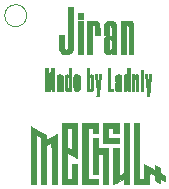
<source format=gto>
G04 #@! TF.GenerationSoftware,KiCad,Pcbnew,(5.1.2)-2*
G04 #@! TF.CreationDate,2019-11-12T21:32:31+08:00*
G04 #@! TF.ProjectId,Pcb,5063622e-6b69-4636-9164-5f7063625858,rev?*
G04 #@! TF.SameCoordinates,Original*
G04 #@! TF.FileFunction,Legend,Top*
G04 #@! TF.FilePolarity,Positive*
%FSLAX46Y46*%
G04 Gerber Fmt 4.6, Leading zero omitted, Abs format (unit mm)*
G04 Created by KiCad (PCBNEW (5.1.2)-2) date 2019-11-12 21:32:31*
%MOMM*%
%LPD*%
G04 APERTURE LIST*
%ADD10C,0.010000*%
%ADD11C,0.120000*%
%ADD12C,0.100000*%
%ADD13C,1.902000*%
%ADD14C,1.352000*%
%ADD15C,1.352000*%
%ADD16C,4.102000*%
%ADD17C,2.002000*%
%ADD18O,2.102000X1.102000*%
%ADD19C,2.102000*%
%ADD20C,2.102000*%
%ADD21O,2.502000X3.502000*%
%ADD22C,1.802000*%
%ADD23C,1.102000*%
%ADD24C,0.602000*%
%ADD25C,0.902000*%
%ADD26C,0.737000*%
%ADD27O,2.602000X1.802000*%
%ADD28O,4.102000X1.802000*%
%ADD29C,1.302000*%
%ADD30C,3.802000*%
%ADD31C,1.626000*%
%ADD32C,1.499000*%
%ADD33C,1.052000*%
G04 APERTURE END LIST*
D10*
G36*
X218637887Y-64282706D02*
G01*
X218233069Y-64282706D01*
X218233069Y-63774329D01*
X218637887Y-63774329D01*
X218637887Y-64282706D01*
X218637887Y-64282706D01*
G37*
X218637887Y-64282706D02*
X218233069Y-64282706D01*
X218233069Y-63774329D01*
X218637887Y-63774329D01*
X218637887Y-64282706D01*
G36*
X222645368Y-64477465D02*
G01*
X222681267Y-64480766D01*
X222710277Y-64487231D01*
X222738345Y-64497777D01*
X222739987Y-64498497D01*
X222787521Y-64525245D01*
X222826922Y-64561046D01*
X222859641Y-64608142D01*
X222887133Y-64668779D01*
X222910849Y-64745197D01*
X222917809Y-64773063D01*
X222920229Y-64784222D01*
X222922411Y-64797015D01*
X222924371Y-64812446D01*
X222926125Y-64831521D01*
X222927688Y-64855244D01*
X222929075Y-64884621D01*
X222930303Y-64920656D01*
X222931386Y-64964354D01*
X222932340Y-65016720D01*
X222933181Y-65078760D01*
X222933924Y-65151478D01*
X222934584Y-65235880D01*
X222935178Y-65332969D01*
X222935721Y-65443752D01*
X222936227Y-65569233D01*
X222936714Y-65710417D01*
X222937195Y-65868310D01*
X222937688Y-66043915D01*
X222937743Y-66064377D01*
X222941050Y-67285893D01*
X222535864Y-67285893D01*
X222533299Y-66106742D01*
X222530733Y-64927591D01*
X222510437Y-64883678D01*
X222489742Y-64848085D01*
X222465508Y-64827939D01*
X222432900Y-64819900D01*
X222417272Y-64819325D01*
X222391791Y-64822661D01*
X222369014Y-64835080D01*
X222347032Y-64854889D01*
X222337515Y-64864106D01*
X222328961Y-64872394D01*
X222321319Y-64880752D01*
X222314537Y-64890179D01*
X222308563Y-64901676D01*
X222303348Y-64916241D01*
X222298840Y-64934874D01*
X222294986Y-64958575D01*
X222291738Y-64988344D01*
X222289042Y-65025178D01*
X222286848Y-65070079D01*
X222285105Y-65124046D01*
X222283761Y-65188077D01*
X222282766Y-65263174D01*
X222282068Y-65350334D01*
X222281616Y-65450558D01*
X222281358Y-65564846D01*
X222281244Y-65694196D01*
X222281222Y-65839608D01*
X222281242Y-66002082D01*
X222281252Y-66139048D01*
X222281252Y-67285893D01*
X221876434Y-67285893D01*
X221876434Y-64489822D01*
X222281252Y-64489822D01*
X222281252Y-64621547D01*
X222340092Y-64574105D01*
X222376701Y-64546826D01*
X222416325Y-64520748D01*
X222450442Y-64501478D01*
X222450711Y-64501346D01*
X222477351Y-64489366D01*
X222501578Y-64481896D01*
X222529248Y-64477937D01*
X222566214Y-64476488D01*
X222596634Y-64476413D01*
X222645368Y-64477465D01*
X222645368Y-64477465D01*
G37*
X222645368Y-64477465D02*
X222681267Y-64480766D01*
X222710277Y-64487231D01*
X222738345Y-64497777D01*
X222739987Y-64498497D01*
X222787521Y-64525245D01*
X222826922Y-64561046D01*
X222859641Y-64608142D01*
X222887133Y-64668779D01*
X222910849Y-64745197D01*
X222917809Y-64773063D01*
X222920229Y-64784222D01*
X222922411Y-64797015D01*
X222924371Y-64812446D01*
X222926125Y-64831521D01*
X222927688Y-64855244D01*
X222929075Y-64884621D01*
X222930303Y-64920656D01*
X222931386Y-64964354D01*
X222932340Y-65016720D01*
X222933181Y-65078760D01*
X222933924Y-65151478D01*
X222934584Y-65235880D01*
X222935178Y-65332969D01*
X222935721Y-65443752D01*
X222936227Y-65569233D01*
X222936714Y-65710417D01*
X222937195Y-65868310D01*
X222937688Y-66043915D01*
X222937743Y-66064377D01*
X222941050Y-67285893D01*
X222535864Y-67285893D01*
X222533299Y-66106742D01*
X222530733Y-64927591D01*
X222510437Y-64883678D01*
X222489742Y-64848085D01*
X222465508Y-64827939D01*
X222432900Y-64819900D01*
X222417272Y-64819325D01*
X222391791Y-64822661D01*
X222369014Y-64835080D01*
X222347032Y-64854889D01*
X222337515Y-64864106D01*
X222328961Y-64872394D01*
X222321319Y-64880752D01*
X222314537Y-64890179D01*
X222308563Y-64901676D01*
X222303348Y-64916241D01*
X222298840Y-64934874D01*
X222294986Y-64958575D01*
X222291738Y-64988344D01*
X222289042Y-65025178D01*
X222286848Y-65070079D01*
X222285105Y-65124046D01*
X222283761Y-65188077D01*
X222282766Y-65263174D01*
X222282068Y-65350334D01*
X222281616Y-65450558D01*
X222281358Y-65564846D01*
X222281244Y-65694196D01*
X222281222Y-65839608D01*
X222281242Y-66002082D01*
X222281252Y-66139048D01*
X222281252Y-67285893D01*
X221876434Y-67285893D01*
X221876434Y-64489822D01*
X222281252Y-64489822D01*
X222281252Y-64621547D01*
X222340092Y-64574105D01*
X222376701Y-64546826D01*
X222416325Y-64520748D01*
X222450442Y-64501478D01*
X222450711Y-64501346D01*
X222477351Y-64489366D01*
X222501578Y-64481896D01*
X222529248Y-64477937D01*
X222566214Y-64476488D01*
X222596634Y-64476413D01*
X222645368Y-64477465D01*
G36*
X219783452Y-64477245D02*
G01*
X219819261Y-64480569D01*
X219847889Y-64487013D01*
X219875136Y-64497466D01*
X219875878Y-64497799D01*
X219936712Y-64535168D01*
X219985394Y-64586799D01*
X220016761Y-64641398D01*
X220028851Y-64669586D01*
X220039010Y-64696982D01*
X220047433Y-64725539D01*
X220054311Y-64757210D01*
X220059838Y-64793947D01*
X220064207Y-64837702D01*
X220067609Y-64890427D01*
X220070239Y-64954076D01*
X220072288Y-65030599D01*
X220073950Y-65121949D01*
X220075418Y-65230079D01*
X220075489Y-65235912D01*
X220080380Y-65638377D01*
X219673469Y-65638377D01*
X219673469Y-65316705D01*
X219673220Y-65213879D01*
X219672358Y-65128091D01*
X219670707Y-65057552D01*
X219668095Y-65000477D01*
X219664346Y-64955079D01*
X219659286Y-64919572D01*
X219652742Y-64892169D01*
X219644539Y-64871082D01*
X219634503Y-64854526D01*
X219627582Y-64846083D01*
X219594361Y-64820664D01*
X219558192Y-64812629D01*
X219521414Y-64821286D01*
X219486361Y-64845947D01*
X219455369Y-64885920D01*
X219448082Y-64899092D01*
X219423988Y-64945908D01*
X219421455Y-66115901D01*
X219418923Y-67285893D01*
X219014462Y-67285893D01*
X219014462Y-64489822D01*
X219419281Y-64489822D01*
X219419281Y-64621547D01*
X219478120Y-64574088D01*
X219514733Y-64546778D01*
X219554360Y-64520640D01*
X219588477Y-64501294D01*
X219588739Y-64501165D01*
X219615280Y-64489137D01*
X219639317Y-64481637D01*
X219666691Y-64477663D01*
X219703240Y-64476214D01*
X219734662Y-64476152D01*
X219783452Y-64477245D01*
X219783452Y-64477245D01*
G37*
X219783452Y-64477245D02*
X219819261Y-64480569D01*
X219847889Y-64487013D01*
X219875136Y-64497466D01*
X219875878Y-64497799D01*
X219936712Y-64535168D01*
X219985394Y-64586799D01*
X220016761Y-64641398D01*
X220028851Y-64669586D01*
X220039010Y-64696982D01*
X220047433Y-64725539D01*
X220054311Y-64757210D01*
X220059838Y-64793947D01*
X220064207Y-64837702D01*
X220067609Y-64890427D01*
X220070239Y-64954076D01*
X220072288Y-65030599D01*
X220073950Y-65121949D01*
X220075418Y-65230079D01*
X220075489Y-65235912D01*
X220080380Y-65638377D01*
X219673469Y-65638377D01*
X219673469Y-65316705D01*
X219673220Y-65213879D01*
X219672358Y-65128091D01*
X219670707Y-65057552D01*
X219668095Y-65000477D01*
X219664346Y-64955079D01*
X219659286Y-64919572D01*
X219652742Y-64892169D01*
X219644539Y-64871082D01*
X219634503Y-64854526D01*
X219627582Y-64846083D01*
X219594361Y-64820664D01*
X219558192Y-64812629D01*
X219521414Y-64821286D01*
X219486361Y-64845947D01*
X219455369Y-64885920D01*
X219448082Y-64899092D01*
X219423988Y-64945908D01*
X219421455Y-66115901D01*
X219418923Y-67285893D01*
X219014462Y-67285893D01*
X219014462Y-64489822D01*
X219419281Y-64489822D01*
X219419281Y-64621547D01*
X219478120Y-64574088D01*
X219514733Y-64546778D01*
X219554360Y-64520640D01*
X219588477Y-64501294D01*
X219588739Y-64501165D01*
X219615280Y-64489137D01*
X219639317Y-64481637D01*
X219666691Y-64477663D01*
X219703240Y-64476214D01*
X219734662Y-64476152D01*
X219783452Y-64477245D01*
G36*
X218637887Y-67285893D02*
G01*
X218233069Y-67285893D01*
X218233069Y-64489822D01*
X218637887Y-64489822D01*
X218637887Y-67285893D01*
X218637887Y-67285893D01*
G37*
X218637887Y-67285893D02*
X218233069Y-67285893D01*
X218233069Y-64489822D01*
X218637887Y-64489822D01*
X218637887Y-67285893D01*
G36*
X221017764Y-64472502D02*
G01*
X221085142Y-64477099D01*
X221133932Y-64484552D01*
X221221304Y-64511984D01*
X221298222Y-64555039D01*
X221364720Y-64613749D01*
X221420831Y-64688144D01*
X221466588Y-64778255D01*
X221474338Y-64797741D01*
X221495152Y-64852276D01*
X221497711Y-66069085D01*
X221500270Y-67285893D01*
X221095040Y-67285893D01*
X221095040Y-67238821D01*
X221094278Y-67211961D01*
X221092329Y-67194918D01*
X221090805Y-67191749D01*
X221081221Y-67196259D01*
X221060152Y-67208086D01*
X221032146Y-67224675D01*
X221031965Y-67224785D01*
X220993518Y-67246146D01*
X220951699Y-67266550D01*
X220925582Y-67277614D01*
X220871076Y-67292368D01*
X220806956Y-67300391D01*
X220741107Y-67301307D01*
X220681417Y-67294738D01*
X220661979Y-67290199D01*
X220604107Y-67268517D01*
X220560310Y-67238392D01*
X220526569Y-67196588D01*
X220511703Y-67169244D01*
X220498216Y-67140116D01*
X220486915Y-67112104D01*
X220477583Y-67083217D01*
X220470005Y-67051463D01*
X220463968Y-67014852D01*
X220459254Y-66971392D01*
X220455650Y-66919091D01*
X220452939Y-66855958D01*
X220450907Y-66780002D01*
X220449338Y-66689232D01*
X220448017Y-66581655D01*
X220447997Y-66579815D01*
X220447842Y-66562243D01*
X220851559Y-66562243D01*
X220851615Y-66659148D01*
X220853209Y-66740200D01*
X220856564Y-66806872D01*
X220861904Y-66860634D01*
X220869454Y-66902960D01*
X220879437Y-66935322D01*
X220892078Y-66959192D01*
X220907600Y-66976042D01*
X220926229Y-66987343D01*
X220935461Y-66990936D01*
X220975297Y-66998075D01*
X221009905Y-66989002D01*
X221043510Y-66962576D01*
X221044558Y-66961492D01*
X221072958Y-66918419D01*
X221084569Y-66881903D01*
X221087278Y-66859857D01*
X221089596Y-66822465D01*
X221091523Y-66772226D01*
X221093059Y-66711639D01*
X221094201Y-66643205D01*
X221094950Y-66569421D01*
X221095305Y-66492789D01*
X221095264Y-66415807D01*
X221094828Y-66340974D01*
X221093995Y-66270790D01*
X221092764Y-66207755D01*
X221091135Y-66154367D01*
X221089107Y-66113127D01*
X221086679Y-66086533D01*
X221084824Y-66078144D01*
X221062732Y-66050519D01*
X221029224Y-66032245D01*
X220989741Y-66024278D01*
X220949723Y-66027576D01*
X220914609Y-66043098D01*
X220909258Y-66047239D01*
X220896083Y-66059396D01*
X220885321Y-66072831D01*
X220876694Y-66089530D01*
X220869921Y-66111478D01*
X220864724Y-66140660D01*
X220860821Y-66179063D01*
X220857934Y-66228672D01*
X220855783Y-66291473D01*
X220854089Y-66369452D01*
X220852815Y-66448013D01*
X220851559Y-66562243D01*
X220447842Y-66562243D01*
X220446975Y-66464481D01*
X220446690Y-66366006D01*
X220447268Y-66282430D01*
X220448832Y-66211793D01*
X220451507Y-66152136D01*
X220455419Y-66101499D01*
X220460691Y-66057921D01*
X220467449Y-66019444D01*
X220475817Y-65984107D01*
X220485920Y-65949950D01*
X220488592Y-65941785D01*
X220517616Y-65869850D01*
X220552467Y-65814619D01*
X220595494Y-65774289D01*
X220649046Y-65747061D01*
X220715470Y-65731131D01*
X220770244Y-65725774D01*
X220834930Y-65725947D01*
X220894529Y-65735159D01*
X220954643Y-65754865D01*
X221020872Y-65786521D01*
X221036200Y-65794890D01*
X221095040Y-65827586D01*
X221095040Y-65399234D01*
X221094939Y-65288357D01*
X221094540Y-65194658D01*
X221093704Y-65116486D01*
X221092289Y-65052191D01*
X221090156Y-65000123D01*
X221087163Y-64958631D01*
X221083171Y-64926065D01*
X221078037Y-64900775D01*
X221071622Y-64881111D01*
X221063786Y-64865421D01*
X221054387Y-64852056D01*
X221047756Y-64844262D01*
X221028345Y-64825702D01*
X221008442Y-64816988D01*
X220979487Y-64814638D01*
X220974873Y-64814618D01*
X220938115Y-64817898D01*
X220911750Y-64830040D01*
X220890886Y-64854501D01*
X220874881Y-64885226D01*
X220869874Y-64897065D01*
X220865775Y-64909884D01*
X220862469Y-64925673D01*
X220859842Y-64946424D01*
X220857779Y-64974129D01*
X220856165Y-65010777D01*
X220854885Y-65058362D01*
X220853825Y-65118873D01*
X220852869Y-65194302D01*
X220851939Y-65282984D01*
X220848394Y-65638377D01*
X220445448Y-65638377D01*
X220445612Y-65282984D01*
X220445817Y-65179951D01*
X220446488Y-65093616D01*
X220447860Y-65021848D01*
X220450171Y-64962518D01*
X220453656Y-64913496D01*
X220458553Y-64872652D01*
X220465096Y-64837856D01*
X220473524Y-64806978D01*
X220484072Y-64777888D01*
X220496977Y-64748457D01*
X220507336Y-64726923D01*
X220555280Y-64650242D01*
X220616964Y-64585282D01*
X220690178Y-64533757D01*
X220772712Y-64497379D01*
X220819483Y-64484826D01*
X220877435Y-64476372D01*
X220946029Y-64472262D01*
X221017764Y-64472502D01*
X221017764Y-64472502D01*
G37*
X221017764Y-64472502D02*
X221085142Y-64477099D01*
X221133932Y-64484552D01*
X221221304Y-64511984D01*
X221298222Y-64555039D01*
X221364720Y-64613749D01*
X221420831Y-64688144D01*
X221466588Y-64778255D01*
X221474338Y-64797741D01*
X221495152Y-64852276D01*
X221497711Y-66069085D01*
X221500270Y-67285893D01*
X221095040Y-67285893D01*
X221095040Y-67238821D01*
X221094278Y-67211961D01*
X221092329Y-67194918D01*
X221090805Y-67191749D01*
X221081221Y-67196259D01*
X221060152Y-67208086D01*
X221032146Y-67224675D01*
X221031965Y-67224785D01*
X220993518Y-67246146D01*
X220951699Y-67266550D01*
X220925582Y-67277614D01*
X220871076Y-67292368D01*
X220806956Y-67300391D01*
X220741107Y-67301307D01*
X220681417Y-67294738D01*
X220661979Y-67290199D01*
X220604107Y-67268517D01*
X220560310Y-67238392D01*
X220526569Y-67196588D01*
X220511703Y-67169244D01*
X220498216Y-67140116D01*
X220486915Y-67112104D01*
X220477583Y-67083217D01*
X220470005Y-67051463D01*
X220463968Y-67014852D01*
X220459254Y-66971392D01*
X220455650Y-66919091D01*
X220452939Y-66855958D01*
X220450907Y-66780002D01*
X220449338Y-66689232D01*
X220448017Y-66581655D01*
X220447997Y-66579815D01*
X220447842Y-66562243D01*
X220851559Y-66562243D01*
X220851615Y-66659148D01*
X220853209Y-66740200D01*
X220856564Y-66806872D01*
X220861904Y-66860634D01*
X220869454Y-66902960D01*
X220879437Y-66935322D01*
X220892078Y-66959192D01*
X220907600Y-66976042D01*
X220926229Y-66987343D01*
X220935461Y-66990936D01*
X220975297Y-66998075D01*
X221009905Y-66989002D01*
X221043510Y-66962576D01*
X221044558Y-66961492D01*
X221072958Y-66918419D01*
X221084569Y-66881903D01*
X221087278Y-66859857D01*
X221089596Y-66822465D01*
X221091523Y-66772226D01*
X221093059Y-66711639D01*
X221094201Y-66643205D01*
X221094950Y-66569421D01*
X221095305Y-66492789D01*
X221095264Y-66415807D01*
X221094828Y-66340974D01*
X221093995Y-66270790D01*
X221092764Y-66207755D01*
X221091135Y-66154367D01*
X221089107Y-66113127D01*
X221086679Y-66086533D01*
X221084824Y-66078144D01*
X221062732Y-66050519D01*
X221029224Y-66032245D01*
X220989741Y-66024278D01*
X220949723Y-66027576D01*
X220914609Y-66043098D01*
X220909258Y-66047239D01*
X220896083Y-66059396D01*
X220885321Y-66072831D01*
X220876694Y-66089530D01*
X220869921Y-66111478D01*
X220864724Y-66140660D01*
X220860821Y-66179063D01*
X220857934Y-66228672D01*
X220855783Y-66291473D01*
X220854089Y-66369452D01*
X220852815Y-66448013D01*
X220851559Y-66562243D01*
X220447842Y-66562243D01*
X220446975Y-66464481D01*
X220446690Y-66366006D01*
X220447268Y-66282430D01*
X220448832Y-66211793D01*
X220451507Y-66152136D01*
X220455419Y-66101499D01*
X220460691Y-66057921D01*
X220467449Y-66019444D01*
X220475817Y-65984107D01*
X220485920Y-65949950D01*
X220488592Y-65941785D01*
X220517616Y-65869850D01*
X220552467Y-65814619D01*
X220595494Y-65774289D01*
X220649046Y-65747061D01*
X220715470Y-65731131D01*
X220770244Y-65725774D01*
X220834930Y-65725947D01*
X220894529Y-65735159D01*
X220954643Y-65754865D01*
X221020872Y-65786521D01*
X221036200Y-65794890D01*
X221095040Y-65827586D01*
X221095040Y-65399234D01*
X221094939Y-65288357D01*
X221094540Y-65194658D01*
X221093704Y-65116486D01*
X221092289Y-65052191D01*
X221090156Y-65000123D01*
X221087163Y-64958631D01*
X221083171Y-64926065D01*
X221078037Y-64900775D01*
X221071622Y-64881111D01*
X221063786Y-64865421D01*
X221054387Y-64852056D01*
X221047756Y-64844262D01*
X221028345Y-64825702D01*
X221008442Y-64816988D01*
X220979487Y-64814638D01*
X220974873Y-64814618D01*
X220938115Y-64817898D01*
X220911750Y-64830040D01*
X220890886Y-64854501D01*
X220874881Y-64885226D01*
X220869874Y-64897065D01*
X220865775Y-64909884D01*
X220862469Y-64925673D01*
X220859842Y-64946424D01*
X220857779Y-64974129D01*
X220856165Y-65010777D01*
X220854885Y-65058362D01*
X220853825Y-65118873D01*
X220852869Y-65194302D01*
X220851939Y-65282984D01*
X220848394Y-65638377D01*
X220445448Y-65638377D01*
X220445612Y-65282984D01*
X220445817Y-65179951D01*
X220446488Y-65093616D01*
X220447860Y-65021848D01*
X220450171Y-64962518D01*
X220453656Y-64913496D01*
X220458553Y-64872652D01*
X220465096Y-64837856D01*
X220473524Y-64806978D01*
X220484072Y-64777888D01*
X220496977Y-64748457D01*
X220507336Y-64726923D01*
X220555280Y-64650242D01*
X220616964Y-64585282D01*
X220690178Y-64533757D01*
X220772712Y-64497379D01*
X220819483Y-64484826D01*
X220877435Y-64476372D01*
X220946029Y-64472262D01*
X221017764Y-64472502D01*
G36*
X217818697Y-65104110D02*
G01*
X217818666Y-65320886D01*
X217818605Y-65519630D01*
X217818507Y-65701142D01*
X217818367Y-65866219D01*
X217818177Y-66015659D01*
X217817932Y-66150261D01*
X217817625Y-66270822D01*
X217817249Y-66378141D01*
X217816800Y-66473015D01*
X217816269Y-66556243D01*
X217815651Y-66628623D01*
X217814940Y-66690952D01*
X217814130Y-66744029D01*
X217813213Y-66788652D01*
X217812183Y-66825618D01*
X217811035Y-66855726D01*
X217809762Y-66879774D01*
X217808358Y-66898560D01*
X217806815Y-66912882D01*
X217805129Y-66923537D01*
X217804251Y-66927649D01*
X217773184Y-67020414D01*
X217726761Y-67103186D01*
X217666333Y-67174663D01*
X217593248Y-67233539D01*
X217508857Y-67278510D01*
X217414508Y-67308271D01*
X217409310Y-67309388D01*
X217364310Y-67315955D01*
X217306979Y-67320182D01*
X217243678Y-67321979D01*
X217180770Y-67321258D01*
X217124617Y-67317929D01*
X217091701Y-67313828D01*
X216997658Y-67288847D01*
X216912175Y-67247613D01*
X216836830Y-67191283D01*
X216773205Y-67121015D01*
X216727223Y-67046723D01*
X216715371Y-67023391D01*
X216705176Y-67002494D01*
X216696505Y-66982470D01*
X216689226Y-66961756D01*
X216683205Y-66938790D01*
X216678310Y-66912009D01*
X216674407Y-66879852D01*
X216671365Y-66840756D01*
X216669050Y-66793159D01*
X216667328Y-66735498D01*
X216666068Y-66666212D01*
X216665136Y-66583737D01*
X216664400Y-66486512D01*
X216663727Y-66372974D01*
X216663290Y-66295030D01*
X216659950Y-65704277D01*
X217102647Y-65704277D01*
X217105349Y-66271494D01*
X217108050Y-66838710D01*
X217129353Y-66878584D01*
X217156697Y-66918012D01*
X217189410Y-66940950D01*
X217231135Y-66949659D01*
X217244265Y-66949866D01*
X217288783Y-66943344D01*
X217323297Y-66924280D01*
X217349128Y-66891166D01*
X217367598Y-66842492D01*
X217376826Y-66798533D01*
X217377881Y-66782648D01*
X217378885Y-66748632D01*
X217379835Y-66697183D01*
X217380727Y-66629000D01*
X217381558Y-66544781D01*
X217382323Y-66445223D01*
X217383021Y-66331024D01*
X217383647Y-66202883D01*
X217384197Y-66061498D01*
X217384668Y-65907566D01*
X217385057Y-65741786D01*
X217385360Y-65564855D01*
X217385573Y-65377473D01*
X217385693Y-65180335D01*
X217385720Y-65042917D01*
X217385774Y-63341268D01*
X217818836Y-63341268D01*
X217818697Y-65104110D01*
X217818697Y-65104110D01*
G37*
X217818697Y-65104110D02*
X217818666Y-65320886D01*
X217818605Y-65519630D01*
X217818507Y-65701142D01*
X217818367Y-65866219D01*
X217818177Y-66015659D01*
X217817932Y-66150261D01*
X217817625Y-66270822D01*
X217817249Y-66378141D01*
X217816800Y-66473015D01*
X217816269Y-66556243D01*
X217815651Y-66628623D01*
X217814940Y-66690952D01*
X217814130Y-66744029D01*
X217813213Y-66788652D01*
X217812183Y-66825618D01*
X217811035Y-66855726D01*
X217809762Y-66879774D01*
X217808358Y-66898560D01*
X217806815Y-66912882D01*
X217805129Y-66923537D01*
X217804251Y-66927649D01*
X217773184Y-67020414D01*
X217726761Y-67103186D01*
X217666333Y-67174663D01*
X217593248Y-67233539D01*
X217508857Y-67278510D01*
X217414508Y-67308271D01*
X217409310Y-67309388D01*
X217364310Y-67315955D01*
X217306979Y-67320182D01*
X217243678Y-67321979D01*
X217180770Y-67321258D01*
X217124617Y-67317929D01*
X217091701Y-67313828D01*
X216997658Y-67288847D01*
X216912175Y-67247613D01*
X216836830Y-67191283D01*
X216773205Y-67121015D01*
X216727223Y-67046723D01*
X216715371Y-67023391D01*
X216705176Y-67002494D01*
X216696505Y-66982470D01*
X216689226Y-66961756D01*
X216683205Y-66938790D01*
X216678310Y-66912009D01*
X216674407Y-66879852D01*
X216671365Y-66840756D01*
X216669050Y-66793159D01*
X216667328Y-66735498D01*
X216666068Y-66666212D01*
X216665136Y-66583737D01*
X216664400Y-66486512D01*
X216663727Y-66372974D01*
X216663290Y-66295030D01*
X216659950Y-65704277D01*
X217102647Y-65704277D01*
X217105349Y-66271494D01*
X217108050Y-66838710D01*
X217129353Y-66878584D01*
X217156697Y-66918012D01*
X217189410Y-66940950D01*
X217231135Y-66949659D01*
X217244265Y-66949866D01*
X217288783Y-66943344D01*
X217323297Y-66924280D01*
X217349128Y-66891166D01*
X217367598Y-66842492D01*
X217376826Y-66798533D01*
X217377881Y-66782648D01*
X217378885Y-66748632D01*
X217379835Y-66697183D01*
X217380727Y-66629000D01*
X217381558Y-66544781D01*
X217382323Y-66445223D01*
X217383021Y-66331024D01*
X217383647Y-66202883D01*
X217384197Y-66061498D01*
X217384668Y-65907566D01*
X217385057Y-65741786D01*
X217385360Y-65564855D01*
X217385573Y-65377473D01*
X217385693Y-65180335D01*
X217385720Y-65042917D01*
X217385774Y-63341268D01*
X217818836Y-63341268D01*
X217818697Y-65104110D01*
G36*
X223759310Y-68905167D02*
G01*
X223552194Y-68905167D01*
X223552194Y-68660393D01*
X223759310Y-68660393D01*
X223759310Y-68905167D01*
X223759310Y-68905167D01*
G37*
X223759310Y-68905167D02*
X223552194Y-68905167D01*
X223552194Y-68660393D01*
X223759310Y-68660393D01*
X223759310Y-68905167D01*
G36*
X223759310Y-70411468D02*
G01*
X223552194Y-70411468D01*
X223552194Y-69008725D01*
X223759310Y-69008725D01*
X223759310Y-70411468D01*
X223759310Y-70411468D01*
G37*
X223759310Y-70411468D02*
X223552194Y-70411468D01*
X223552194Y-69008725D01*
X223759310Y-69008725D01*
X223759310Y-70411468D01*
G36*
X223034403Y-69085714D02*
G01*
X223065000Y-69059914D01*
X223112394Y-69029318D01*
X223162716Y-69012897D01*
X223212594Y-69010362D01*
X223258651Y-69021424D01*
X223297513Y-69045794D01*
X223325308Y-69082196D01*
X223332773Y-69098149D01*
X223339214Y-69115597D01*
X223344707Y-69135979D01*
X223349325Y-69160730D01*
X223353143Y-69191290D01*
X223356236Y-69229094D01*
X223358678Y-69275582D01*
X223360544Y-69332189D01*
X223361907Y-69400353D01*
X223362844Y-69481512D01*
X223363427Y-69577104D01*
X223363733Y-69688564D01*
X223363834Y-69817332D01*
X223363835Y-69825423D01*
X223363906Y-70411468D01*
X223156790Y-70411468D01*
X223156790Y-69815749D01*
X223156747Y-69693622D01*
X223156598Y-69588946D01*
X223156310Y-69500344D01*
X223155849Y-69426438D01*
X223155183Y-69365851D01*
X223154280Y-69317205D01*
X223153107Y-69279124D01*
X223151630Y-69250230D01*
X223149817Y-69229144D01*
X223147636Y-69214491D01*
X223145054Y-69204892D01*
X223142134Y-69199107D01*
X223120627Y-69181314D01*
X223095389Y-69179423D01*
X223070340Y-69192135D01*
X223049399Y-69218145D01*
X223043029Y-69232037D01*
X223041427Y-69245531D01*
X223039934Y-69276307D01*
X223038572Y-69322818D01*
X223037364Y-69383517D01*
X223036332Y-69456857D01*
X223035498Y-69541291D01*
X223034884Y-69635273D01*
X223034512Y-69737256D01*
X223034403Y-69833096D01*
X223034403Y-70411468D01*
X222827286Y-70411468D01*
X222827286Y-69008725D01*
X223034403Y-69008725D01*
X223034403Y-69085714D01*
X223034403Y-69085714D01*
G37*
X223034403Y-69085714D02*
X223065000Y-69059914D01*
X223112394Y-69029318D01*
X223162716Y-69012897D01*
X223212594Y-69010362D01*
X223258651Y-69021424D01*
X223297513Y-69045794D01*
X223325308Y-69082196D01*
X223332773Y-69098149D01*
X223339214Y-69115597D01*
X223344707Y-69135979D01*
X223349325Y-69160730D01*
X223353143Y-69191290D01*
X223356236Y-69229094D01*
X223358678Y-69275582D01*
X223360544Y-69332189D01*
X223361907Y-69400353D01*
X223362844Y-69481512D01*
X223363427Y-69577104D01*
X223363733Y-69688564D01*
X223363834Y-69817332D01*
X223363835Y-69825423D01*
X223363906Y-70411468D01*
X223156790Y-70411468D01*
X223156790Y-69815749D01*
X223156747Y-69693622D01*
X223156598Y-69588946D01*
X223156310Y-69500344D01*
X223155849Y-69426438D01*
X223155183Y-69365851D01*
X223154280Y-69317205D01*
X223153107Y-69279124D01*
X223151630Y-69250230D01*
X223149817Y-69229144D01*
X223147636Y-69214491D01*
X223145054Y-69204892D01*
X223142134Y-69199107D01*
X223120627Y-69181314D01*
X223095389Y-69179423D01*
X223070340Y-69192135D01*
X223049399Y-69218145D01*
X223043029Y-69232037D01*
X223041427Y-69245531D01*
X223039934Y-69276307D01*
X223038572Y-69322818D01*
X223037364Y-69383517D01*
X223036332Y-69456857D01*
X223035498Y-69541291D01*
X223034884Y-69635273D01*
X223034512Y-69737256D01*
X223034403Y-69833096D01*
X223034403Y-70411468D01*
X222827286Y-70411468D01*
X222827286Y-69008725D01*
X223034403Y-69008725D01*
X223034403Y-69085714D01*
G36*
X221000897Y-70242009D02*
G01*
X221236256Y-70242009D01*
X221236256Y-70411468D01*
X220784366Y-70411468D01*
X220784366Y-68434448D01*
X221000897Y-68434448D01*
X221000897Y-70242009D01*
X221000897Y-70242009D01*
G37*
X221000897Y-70242009D02*
X221236256Y-70242009D01*
X221236256Y-70411468D01*
X220784366Y-70411468D01*
X220784366Y-68434448D01*
X221000897Y-68434448D01*
X221000897Y-70242009D01*
G36*
X215623625Y-68434663D02*
G01*
X215662328Y-68435503D01*
X215687611Y-68437259D01*
X215702176Y-68440221D01*
X215708727Y-68444682D01*
X215710014Y-68449656D01*
X215710979Y-68461764D01*
X215713730Y-68490552D01*
X215718054Y-68533977D01*
X215723735Y-68589995D01*
X215730559Y-68656565D01*
X215738312Y-68731644D01*
X215746779Y-68813189D01*
X215755746Y-68899157D01*
X215764998Y-68987507D01*
X215774321Y-69076194D01*
X215783501Y-69163176D01*
X215792322Y-69246412D01*
X215800571Y-69323857D01*
X215808034Y-69393470D01*
X215814494Y-69453207D01*
X215819739Y-69501027D01*
X215823553Y-69534886D01*
X215825723Y-69552741D01*
X215826038Y-69554759D01*
X215829107Y-69555597D01*
X215833444Y-69541233D01*
X215835362Y-69531223D01*
X215837514Y-69515335D01*
X215841414Y-69483175D01*
X215846833Y-69436816D01*
X215853543Y-69378334D01*
X215861314Y-69309804D01*
X215869918Y-69233300D01*
X215879125Y-69150898D01*
X215888707Y-69064672D01*
X215898435Y-68976696D01*
X215908080Y-68889047D01*
X215917412Y-68803798D01*
X215926204Y-68723025D01*
X215934225Y-68648802D01*
X215941247Y-68583204D01*
X215947042Y-68528307D01*
X215951379Y-68486184D01*
X215954031Y-68458911D01*
X215954788Y-68448913D01*
X215957152Y-68443269D01*
X215966010Y-68439281D01*
X215984012Y-68436679D01*
X216013807Y-68435190D01*
X216058047Y-68434544D01*
X216096004Y-68434448D01*
X216237220Y-68434448D01*
X216237220Y-70411468D01*
X216058347Y-70411468D01*
X216058347Y-69765014D01*
X216058292Y-69656701D01*
X216058136Y-69554189D01*
X216057886Y-69458988D01*
X216057551Y-69372606D01*
X216057141Y-69296551D01*
X216056664Y-69232332D01*
X216056131Y-69181459D01*
X216055548Y-69145440D01*
X216054926Y-69125783D01*
X216054515Y-69122482D01*
X216052876Y-69132269D01*
X216049413Y-69159227D01*
X216044301Y-69201804D01*
X216037717Y-69258450D01*
X216029837Y-69327612D01*
X216020837Y-69407741D01*
X216010893Y-69497284D01*
X216000181Y-69594691D01*
X215988878Y-69698409D01*
X215983535Y-69747754D01*
X215971974Y-69854426D01*
X215960908Y-69955941D01*
X215950518Y-70050689D01*
X215940981Y-70137061D01*
X215932479Y-70213449D01*
X215925189Y-70278244D01*
X215919293Y-70329836D01*
X215914968Y-70366617D01*
X215912395Y-70386978D01*
X215911871Y-70390285D01*
X215908371Y-70400694D01*
X215900665Y-70406988D01*
X215884760Y-70410195D01*
X215856662Y-70411341D01*
X215829480Y-70411468D01*
X215751603Y-70411468D01*
X215682872Y-69768936D01*
X215671277Y-69661000D01*
X215660187Y-69558641D01*
X215649774Y-69463385D01*
X215640207Y-69376757D01*
X215631660Y-69300283D01*
X215624302Y-69235487D01*
X215618305Y-69183896D01*
X215613840Y-69147033D01*
X215611079Y-69126426D01*
X215610298Y-69122482D01*
X215609654Y-69130973D01*
X215609044Y-69156784D01*
X215608477Y-69198407D01*
X215607961Y-69254332D01*
X215607507Y-69323050D01*
X215607122Y-69403054D01*
X215606817Y-69492834D01*
X215606599Y-69590881D01*
X215606478Y-69695688D01*
X215606456Y-69765014D01*
X215606456Y-70411468D01*
X215427583Y-70411468D01*
X215427583Y-68434448D01*
X215568799Y-68434448D01*
X215623625Y-68434663D01*
X215623625Y-68434663D01*
G37*
X215623625Y-68434663D02*
X215662328Y-68435503D01*
X215687611Y-68437259D01*
X215702176Y-68440221D01*
X215708727Y-68444682D01*
X215710014Y-68449656D01*
X215710979Y-68461764D01*
X215713730Y-68490552D01*
X215718054Y-68533977D01*
X215723735Y-68589995D01*
X215730559Y-68656565D01*
X215738312Y-68731644D01*
X215746779Y-68813189D01*
X215755746Y-68899157D01*
X215764998Y-68987507D01*
X215774321Y-69076194D01*
X215783501Y-69163176D01*
X215792322Y-69246412D01*
X215800571Y-69323857D01*
X215808034Y-69393470D01*
X215814494Y-69453207D01*
X215819739Y-69501027D01*
X215823553Y-69534886D01*
X215825723Y-69552741D01*
X215826038Y-69554759D01*
X215829107Y-69555597D01*
X215833444Y-69541233D01*
X215835362Y-69531223D01*
X215837514Y-69515335D01*
X215841414Y-69483175D01*
X215846833Y-69436816D01*
X215853543Y-69378334D01*
X215861314Y-69309804D01*
X215869918Y-69233300D01*
X215879125Y-69150898D01*
X215888707Y-69064672D01*
X215898435Y-68976696D01*
X215908080Y-68889047D01*
X215917412Y-68803798D01*
X215926204Y-68723025D01*
X215934225Y-68648802D01*
X215941247Y-68583204D01*
X215947042Y-68528307D01*
X215951379Y-68486184D01*
X215954031Y-68458911D01*
X215954788Y-68448913D01*
X215957152Y-68443269D01*
X215966010Y-68439281D01*
X215984012Y-68436679D01*
X216013807Y-68435190D01*
X216058047Y-68434544D01*
X216096004Y-68434448D01*
X216237220Y-68434448D01*
X216237220Y-70411468D01*
X216058347Y-70411468D01*
X216058347Y-69765014D01*
X216058292Y-69656701D01*
X216058136Y-69554189D01*
X216057886Y-69458988D01*
X216057551Y-69372606D01*
X216057141Y-69296551D01*
X216056664Y-69232332D01*
X216056131Y-69181459D01*
X216055548Y-69145440D01*
X216054926Y-69125783D01*
X216054515Y-69122482D01*
X216052876Y-69132269D01*
X216049413Y-69159227D01*
X216044301Y-69201804D01*
X216037717Y-69258450D01*
X216029837Y-69327612D01*
X216020837Y-69407741D01*
X216010893Y-69497284D01*
X216000181Y-69594691D01*
X215988878Y-69698409D01*
X215983535Y-69747754D01*
X215971974Y-69854426D01*
X215960908Y-69955941D01*
X215950518Y-70050689D01*
X215940981Y-70137061D01*
X215932479Y-70213449D01*
X215925189Y-70278244D01*
X215919293Y-70329836D01*
X215914968Y-70366617D01*
X215912395Y-70386978D01*
X215911871Y-70390285D01*
X215908371Y-70400694D01*
X215900665Y-70406988D01*
X215884760Y-70410195D01*
X215856662Y-70411341D01*
X215829480Y-70411468D01*
X215751603Y-70411468D01*
X215682872Y-69768936D01*
X215671277Y-69661000D01*
X215660187Y-69558641D01*
X215649774Y-69463385D01*
X215640207Y-69376757D01*
X215631660Y-69300283D01*
X215624302Y-69235487D01*
X215618305Y-69183896D01*
X215613840Y-69147033D01*
X215611079Y-69126426D01*
X215610298Y-69122482D01*
X215609654Y-69130973D01*
X215609044Y-69156784D01*
X215608477Y-69198407D01*
X215607961Y-69254332D01*
X215607507Y-69323050D01*
X215607122Y-69403054D01*
X215606817Y-69492834D01*
X215606599Y-69590881D01*
X215606478Y-69695688D01*
X215606456Y-69765014D01*
X215606456Y-70411468D01*
X215427583Y-70411468D01*
X215427583Y-68434448D01*
X215568799Y-68434448D01*
X215623625Y-68434663D01*
G36*
X222629584Y-70412201D02*
G01*
X222547968Y-70409481D01*
X222508691Y-70407956D01*
X222484131Y-70405648D01*
X222470185Y-70401157D01*
X222462752Y-70393084D01*
X222457730Y-70380027D01*
X222457243Y-70378517D01*
X222450030Y-70357802D01*
X222445225Y-70346879D01*
X222445149Y-70346786D01*
X222436807Y-70350087D01*
X222418669Y-70362332D01*
X222404339Y-70373257D01*
X222351043Y-70405581D01*
X222295418Y-70419394D01*
X222235981Y-70414993D01*
X222218662Y-70410597D01*
X222186274Y-70393063D01*
X222155261Y-70362259D01*
X222130216Y-70323468D01*
X222119250Y-70296265D01*
X222116525Y-70282887D01*
X222114204Y-70261295D01*
X222112261Y-70230249D01*
X222110671Y-70188507D01*
X222109408Y-70134828D01*
X222108446Y-70067971D01*
X222107760Y-69986696D01*
X222107325Y-69889759D01*
X222107115Y-69775921D01*
X222107088Y-69708103D01*
X222309496Y-69708103D01*
X222309639Y-69828509D01*
X222310084Y-69930946D01*
X222310846Y-70016271D01*
X222311945Y-70085341D01*
X222313399Y-70139014D01*
X222315226Y-70178146D01*
X222317444Y-70203596D01*
X222320072Y-70216220D01*
X222320319Y-70216738D01*
X222339942Y-70243031D01*
X222361763Y-70250671D01*
X222386522Y-70239775D01*
X222398430Y-70229246D01*
X222406056Y-70220081D01*
X222412497Y-70208077D01*
X222417837Y-70191730D01*
X222422157Y-70169536D01*
X222425539Y-70139991D01*
X222428066Y-70101593D01*
X222429821Y-70052838D01*
X222430885Y-69992221D01*
X222431341Y-69918240D01*
X222431272Y-69829391D01*
X222430760Y-69724171D01*
X222430244Y-69648473D01*
X222429458Y-69547905D01*
X222428653Y-69464449D01*
X222427755Y-69396388D01*
X222426685Y-69342006D01*
X222425369Y-69299586D01*
X222423730Y-69267411D01*
X222421692Y-69243765D01*
X222419178Y-69226931D01*
X222416112Y-69215192D01*
X222412418Y-69206832D01*
X222410483Y-69203643D01*
X222388119Y-69183349D01*
X222361147Y-69177794D01*
X222335536Y-69187291D01*
X222324151Y-69199107D01*
X222320853Y-69205661D01*
X222318080Y-69216131D01*
X222315788Y-69232047D01*
X222313934Y-69254941D01*
X222312473Y-69286343D01*
X222311361Y-69327782D01*
X222310555Y-69380788D01*
X222310009Y-69446893D01*
X222309681Y-69527626D01*
X222309525Y-69624517D01*
X222309496Y-69708103D01*
X222107088Y-69708103D01*
X222107086Y-69705389D01*
X222107086Y-69154648D01*
X222132586Y-69100230D01*
X222149937Y-69067273D01*
X222167166Y-69046403D01*
X222189638Y-69031698D01*
X222198486Y-69027475D01*
X222232534Y-69015890D01*
X222267749Y-69009547D01*
X222276545Y-69009139D01*
X222306820Y-69012900D01*
X222340842Y-69022536D01*
X222372019Y-69035573D01*
X222393759Y-69049540D01*
X222398326Y-69054817D01*
X222412571Y-69064399D01*
X222418317Y-69065211D01*
X222422048Y-69062915D01*
X222425045Y-69054849D01*
X222427384Y-69039247D01*
X222429141Y-69014346D01*
X222430392Y-68978378D01*
X222431213Y-68929580D01*
X222431680Y-68866185D01*
X222431868Y-68786428D01*
X222431882Y-68749830D01*
X222431882Y-68434448D01*
X222629584Y-68434448D01*
X222629584Y-70412201D01*
X222629584Y-70412201D01*
G37*
X222629584Y-70412201D02*
X222547968Y-70409481D01*
X222508691Y-70407956D01*
X222484131Y-70405648D01*
X222470185Y-70401157D01*
X222462752Y-70393084D01*
X222457730Y-70380027D01*
X222457243Y-70378517D01*
X222450030Y-70357802D01*
X222445225Y-70346879D01*
X222445149Y-70346786D01*
X222436807Y-70350087D01*
X222418669Y-70362332D01*
X222404339Y-70373257D01*
X222351043Y-70405581D01*
X222295418Y-70419394D01*
X222235981Y-70414993D01*
X222218662Y-70410597D01*
X222186274Y-70393063D01*
X222155261Y-70362259D01*
X222130216Y-70323468D01*
X222119250Y-70296265D01*
X222116525Y-70282887D01*
X222114204Y-70261295D01*
X222112261Y-70230249D01*
X222110671Y-70188507D01*
X222109408Y-70134828D01*
X222108446Y-70067971D01*
X222107760Y-69986696D01*
X222107325Y-69889759D01*
X222107115Y-69775921D01*
X222107088Y-69708103D01*
X222309496Y-69708103D01*
X222309639Y-69828509D01*
X222310084Y-69930946D01*
X222310846Y-70016271D01*
X222311945Y-70085341D01*
X222313399Y-70139014D01*
X222315226Y-70178146D01*
X222317444Y-70203596D01*
X222320072Y-70216220D01*
X222320319Y-70216738D01*
X222339942Y-70243031D01*
X222361763Y-70250671D01*
X222386522Y-70239775D01*
X222398430Y-70229246D01*
X222406056Y-70220081D01*
X222412497Y-70208077D01*
X222417837Y-70191730D01*
X222422157Y-70169536D01*
X222425539Y-70139991D01*
X222428066Y-70101593D01*
X222429821Y-70052838D01*
X222430885Y-69992221D01*
X222431341Y-69918240D01*
X222431272Y-69829391D01*
X222430760Y-69724171D01*
X222430244Y-69648473D01*
X222429458Y-69547905D01*
X222428653Y-69464449D01*
X222427755Y-69396388D01*
X222426685Y-69342006D01*
X222425369Y-69299586D01*
X222423730Y-69267411D01*
X222421692Y-69243765D01*
X222419178Y-69226931D01*
X222416112Y-69215192D01*
X222412418Y-69206832D01*
X222410483Y-69203643D01*
X222388119Y-69183349D01*
X222361147Y-69177794D01*
X222335536Y-69187291D01*
X222324151Y-69199107D01*
X222320853Y-69205661D01*
X222318080Y-69216131D01*
X222315788Y-69232047D01*
X222313934Y-69254941D01*
X222312473Y-69286343D01*
X222311361Y-69327782D01*
X222310555Y-69380788D01*
X222310009Y-69446893D01*
X222309681Y-69527626D01*
X222309525Y-69624517D01*
X222309496Y-69708103D01*
X222107088Y-69708103D01*
X222107086Y-69705389D01*
X222107086Y-69154648D01*
X222132586Y-69100230D01*
X222149937Y-69067273D01*
X222167166Y-69046403D01*
X222189638Y-69031698D01*
X222198486Y-69027475D01*
X222232534Y-69015890D01*
X222267749Y-69009547D01*
X222276545Y-69009139D01*
X222306820Y-69012900D01*
X222340842Y-69022536D01*
X222372019Y-69035573D01*
X222393759Y-69049540D01*
X222398326Y-69054817D01*
X222412571Y-69064399D01*
X222418317Y-69065211D01*
X222422048Y-69062915D01*
X222425045Y-69054849D01*
X222427384Y-69039247D01*
X222429141Y-69014346D01*
X222430392Y-68978378D01*
X222431213Y-68929580D01*
X222431680Y-68866185D01*
X222431868Y-68786428D01*
X222431882Y-68749830D01*
X222431882Y-68434448D01*
X222629584Y-68434448D01*
X222629584Y-70412201D01*
G36*
X221710372Y-69012421D02*
G01*
X221776944Y-69028918D01*
X221832233Y-69060110D01*
X221875788Y-69105785D01*
X221892706Y-69133377D01*
X221918799Y-69182891D01*
X221921414Y-69797179D01*
X221924030Y-70411468D01*
X221725804Y-70411468D01*
X221725804Y-70387147D01*
X221723524Y-70370457D01*
X221718743Y-70366445D01*
X221649017Y-70397852D01*
X221589089Y-70415113D01*
X221536803Y-70418632D01*
X221490770Y-70409089D01*
X221465057Y-70396224D01*
X221444182Y-70376820D01*
X221427713Y-70349128D01*
X221415217Y-70311399D01*
X221406261Y-70261884D01*
X221400411Y-70198834D01*
X221397236Y-70120501D01*
X221396301Y-70027524D01*
X221397609Y-69929090D01*
X221397742Y-69926596D01*
X221604435Y-69926596D01*
X221604750Y-69994254D01*
X221605254Y-70034802D01*
X221606293Y-70103009D01*
X221607442Y-70154839D01*
X221608934Y-70192745D01*
X221611003Y-70219176D01*
X221613883Y-70236586D01*
X221617806Y-70247425D01*
X221623006Y-70254146D01*
X221626399Y-70256904D01*
X221652534Y-70269032D01*
X221676861Y-70263860D01*
X221698131Y-70246109D01*
X221705737Y-70237429D01*
X221711466Y-70228006D01*
X221715633Y-70215146D01*
X221718554Y-70196155D01*
X221720542Y-70168337D01*
X221721915Y-70128998D01*
X221722986Y-70075443D01*
X221723738Y-70027225D01*
X221724578Y-69953758D01*
X221724282Y-69896924D01*
X221722347Y-69854536D01*
X221718267Y-69824410D01*
X221711541Y-69804359D01*
X221701662Y-69792198D01*
X221688129Y-69785741D01*
X221670435Y-69782802D01*
X221667315Y-69782523D01*
X221647892Y-69781891D01*
X221632775Y-69784975D01*
X221621468Y-69793788D01*
X221613476Y-69810343D01*
X221608303Y-69836654D01*
X221605455Y-69874734D01*
X221604435Y-69926596D01*
X221397742Y-69926596D01*
X221401973Y-69847845D01*
X221410053Y-69782305D01*
X221422511Y-69730981D01*
X221440006Y-69692389D01*
X221463199Y-69665043D01*
X221492749Y-69647455D01*
X221529319Y-69638141D01*
X221570467Y-69635601D01*
X221621787Y-69640244D01*
X221664416Y-69655269D01*
X221666589Y-69656389D01*
X221692304Y-69668741D01*
X221711883Y-69676173D01*
X221716994Y-69677146D01*
X221720577Y-69671448D01*
X221723140Y-69653441D01*
X221724726Y-69621755D01*
X221725381Y-69575020D01*
X221725152Y-69511868D01*
X221724429Y-69453134D01*
X221723206Y-69380892D01*
X221721821Y-69325026D01*
X221720077Y-69283085D01*
X221717779Y-69252616D01*
X221714730Y-69231168D01*
X221710731Y-69216289D01*
X221705588Y-69205527D01*
X221704405Y-69203653D01*
X221681498Y-69182829D01*
X221653444Y-69179317D01*
X221626399Y-69191531D01*
X221620214Y-69197278D01*
X221615529Y-69205967D01*
X221612084Y-69220154D01*
X221609617Y-69242394D01*
X221607866Y-69275243D01*
X221606571Y-69321257D01*
X221605470Y-69382991D01*
X221605232Y-69398647D01*
X221602340Y-69592417D01*
X221396301Y-69592417D01*
X221396301Y-69410545D01*
X221396947Y-69331754D01*
X221399258Y-69268966D01*
X221403791Y-69219384D01*
X221411102Y-69180216D01*
X221421748Y-69148667D01*
X221436285Y-69121942D01*
X221455272Y-69097247D01*
X221459737Y-69092212D01*
X221507139Y-69050375D01*
X221561219Y-69024042D01*
X221625817Y-69011408D01*
X221632967Y-69010832D01*
X221710372Y-69012421D01*
X221710372Y-69012421D01*
G37*
X221710372Y-69012421D02*
X221776944Y-69028918D01*
X221832233Y-69060110D01*
X221875788Y-69105785D01*
X221892706Y-69133377D01*
X221918799Y-69182891D01*
X221921414Y-69797179D01*
X221924030Y-70411468D01*
X221725804Y-70411468D01*
X221725804Y-70387147D01*
X221723524Y-70370457D01*
X221718743Y-70366445D01*
X221649017Y-70397852D01*
X221589089Y-70415113D01*
X221536803Y-70418632D01*
X221490770Y-70409089D01*
X221465057Y-70396224D01*
X221444182Y-70376820D01*
X221427713Y-70349128D01*
X221415217Y-70311399D01*
X221406261Y-70261884D01*
X221400411Y-70198834D01*
X221397236Y-70120501D01*
X221396301Y-70027524D01*
X221397609Y-69929090D01*
X221397742Y-69926596D01*
X221604435Y-69926596D01*
X221604750Y-69994254D01*
X221605254Y-70034802D01*
X221606293Y-70103009D01*
X221607442Y-70154839D01*
X221608934Y-70192745D01*
X221611003Y-70219176D01*
X221613883Y-70236586D01*
X221617806Y-70247425D01*
X221623006Y-70254146D01*
X221626399Y-70256904D01*
X221652534Y-70269032D01*
X221676861Y-70263860D01*
X221698131Y-70246109D01*
X221705737Y-70237429D01*
X221711466Y-70228006D01*
X221715633Y-70215146D01*
X221718554Y-70196155D01*
X221720542Y-70168337D01*
X221721915Y-70128998D01*
X221722986Y-70075443D01*
X221723738Y-70027225D01*
X221724578Y-69953758D01*
X221724282Y-69896924D01*
X221722347Y-69854536D01*
X221718267Y-69824410D01*
X221711541Y-69804359D01*
X221701662Y-69792198D01*
X221688129Y-69785741D01*
X221670435Y-69782802D01*
X221667315Y-69782523D01*
X221647892Y-69781891D01*
X221632775Y-69784975D01*
X221621468Y-69793788D01*
X221613476Y-69810343D01*
X221608303Y-69836654D01*
X221605455Y-69874734D01*
X221604435Y-69926596D01*
X221397742Y-69926596D01*
X221401973Y-69847845D01*
X221410053Y-69782305D01*
X221422511Y-69730981D01*
X221440006Y-69692389D01*
X221463199Y-69665043D01*
X221492749Y-69647455D01*
X221529319Y-69638141D01*
X221570467Y-69635601D01*
X221621787Y-69640244D01*
X221664416Y-69655269D01*
X221666589Y-69656389D01*
X221692304Y-69668741D01*
X221711883Y-69676173D01*
X221716994Y-69677146D01*
X221720577Y-69671448D01*
X221723140Y-69653441D01*
X221724726Y-69621755D01*
X221725381Y-69575020D01*
X221725152Y-69511868D01*
X221724429Y-69453134D01*
X221723206Y-69380892D01*
X221721821Y-69325026D01*
X221720077Y-69283085D01*
X221717779Y-69252616D01*
X221714730Y-69231168D01*
X221710731Y-69216289D01*
X221705588Y-69205527D01*
X221704405Y-69203653D01*
X221681498Y-69182829D01*
X221653444Y-69179317D01*
X221626399Y-69191531D01*
X221620214Y-69197278D01*
X221615529Y-69205967D01*
X221612084Y-69220154D01*
X221609617Y-69242394D01*
X221607866Y-69275243D01*
X221606571Y-69321257D01*
X221605470Y-69382991D01*
X221605232Y-69398647D01*
X221602340Y-69592417D01*
X221396301Y-69592417D01*
X221396301Y-69410545D01*
X221396947Y-69331754D01*
X221399258Y-69268966D01*
X221403791Y-69219384D01*
X221411102Y-69180216D01*
X221421748Y-69148667D01*
X221436285Y-69121942D01*
X221455272Y-69097247D01*
X221459737Y-69092212D01*
X221507139Y-69050375D01*
X221561219Y-69024042D01*
X221625817Y-69011408D01*
X221632967Y-69010832D01*
X221710372Y-69012421D01*
G36*
X219202750Y-69075584D02*
G01*
X219233347Y-69052487D01*
X219281832Y-69025176D01*
X219333691Y-69011850D01*
X219384795Y-69012547D01*
X219431015Y-69027310D01*
X219462675Y-69050236D01*
X219474789Y-69062730D01*
X219485178Y-69075155D01*
X219493966Y-69088980D01*
X219501278Y-69105675D01*
X219507240Y-69126711D01*
X219511975Y-69153557D01*
X219515609Y-69187683D01*
X219518266Y-69230558D01*
X219520071Y-69283653D01*
X219521149Y-69348437D01*
X219521625Y-69426381D01*
X219521623Y-69518953D01*
X219521268Y-69627624D01*
X219520777Y-69734694D01*
X219518132Y-70284374D01*
X219494596Y-70331446D01*
X219463445Y-70374241D01*
X219421422Y-70403791D01*
X219372170Y-70418842D01*
X219319332Y-70418141D01*
X219278065Y-70405895D01*
X219249336Y-70389590D01*
X219220337Y-70367464D01*
X219215239Y-70362751D01*
X219185364Y-70333858D01*
X219162112Y-70411468D01*
X218995633Y-70411468D01*
X218995633Y-69866444D01*
X219204041Y-69866444D01*
X219204082Y-69947733D01*
X219204347Y-70020194D01*
X219204822Y-70081878D01*
X219205499Y-70130832D01*
X219206365Y-70165106D01*
X219207408Y-70182749D01*
X219207552Y-70183694D01*
X219218160Y-70213050D01*
X219235952Y-70237180D01*
X219256293Y-70250413D01*
X219262900Y-70251423D01*
X219279202Y-70245861D01*
X219298204Y-70233426D01*
X219320430Y-70215429D01*
X219320430Y-69716624D01*
X219320405Y-69606855D01*
X219320294Y-69514363D01*
X219320044Y-69437596D01*
X219319601Y-69375001D01*
X219318911Y-69325026D01*
X219317921Y-69286119D01*
X219316577Y-69256729D01*
X219314825Y-69235302D01*
X219312612Y-69220287D01*
X219309884Y-69210132D01*
X219306587Y-69203284D01*
X219302668Y-69198192D01*
X219302495Y-69198001D01*
X219276638Y-69180897D01*
X219248913Y-69181657D01*
X219225391Y-69197994D01*
X219221319Y-69203262D01*
X219217897Y-69210374D01*
X219215056Y-69220936D01*
X219212727Y-69236555D01*
X219210844Y-69258838D01*
X219209337Y-69289392D01*
X219208138Y-69329823D01*
X219207178Y-69381738D01*
X219206390Y-69446744D01*
X219205705Y-69526448D01*
X219205055Y-69622457D01*
X219204673Y-69685188D01*
X219204234Y-69778279D01*
X219204041Y-69866444D01*
X218995633Y-69866444D01*
X218995633Y-68434448D01*
X219202750Y-68434448D01*
X219202750Y-69075584D01*
X219202750Y-69075584D01*
G37*
X219202750Y-69075584D02*
X219233347Y-69052487D01*
X219281832Y-69025176D01*
X219333691Y-69011850D01*
X219384795Y-69012547D01*
X219431015Y-69027310D01*
X219462675Y-69050236D01*
X219474789Y-69062730D01*
X219485178Y-69075155D01*
X219493966Y-69088980D01*
X219501278Y-69105675D01*
X219507240Y-69126711D01*
X219511975Y-69153557D01*
X219515609Y-69187683D01*
X219518266Y-69230558D01*
X219520071Y-69283653D01*
X219521149Y-69348437D01*
X219521625Y-69426381D01*
X219521623Y-69518953D01*
X219521268Y-69627624D01*
X219520777Y-69734694D01*
X219518132Y-70284374D01*
X219494596Y-70331446D01*
X219463445Y-70374241D01*
X219421422Y-70403791D01*
X219372170Y-70418842D01*
X219319332Y-70418141D01*
X219278065Y-70405895D01*
X219249336Y-70389590D01*
X219220337Y-70367464D01*
X219215239Y-70362751D01*
X219185364Y-70333858D01*
X219162112Y-70411468D01*
X218995633Y-70411468D01*
X218995633Y-69866444D01*
X219204041Y-69866444D01*
X219204082Y-69947733D01*
X219204347Y-70020194D01*
X219204822Y-70081878D01*
X219205499Y-70130832D01*
X219206365Y-70165106D01*
X219207408Y-70182749D01*
X219207552Y-70183694D01*
X219218160Y-70213050D01*
X219235952Y-70237180D01*
X219256293Y-70250413D01*
X219262900Y-70251423D01*
X219279202Y-70245861D01*
X219298204Y-70233426D01*
X219320430Y-70215429D01*
X219320430Y-69716624D01*
X219320405Y-69606855D01*
X219320294Y-69514363D01*
X219320044Y-69437596D01*
X219319601Y-69375001D01*
X219318911Y-69325026D01*
X219317921Y-69286119D01*
X219316577Y-69256729D01*
X219314825Y-69235302D01*
X219312612Y-69220287D01*
X219309884Y-69210132D01*
X219306587Y-69203284D01*
X219302668Y-69198192D01*
X219302495Y-69198001D01*
X219276638Y-69180897D01*
X219248913Y-69181657D01*
X219225391Y-69197994D01*
X219221319Y-69203262D01*
X219217897Y-69210374D01*
X219215056Y-69220936D01*
X219212727Y-69236555D01*
X219210844Y-69258838D01*
X219209337Y-69289392D01*
X219208138Y-69329823D01*
X219207178Y-69381738D01*
X219206390Y-69446744D01*
X219205705Y-69526448D01*
X219205055Y-69622457D01*
X219204673Y-69685188D01*
X219204234Y-69778279D01*
X219204041Y-69866444D01*
X218995633Y-69866444D01*
X218995633Y-68434448D01*
X219202750Y-68434448D01*
X219202750Y-69075584D01*
G36*
X218158833Y-69010987D02*
G01*
X218228658Y-69024057D01*
X218287926Y-69051923D01*
X218335377Y-69093603D01*
X218369749Y-69148116D01*
X218383393Y-69185929D01*
X218386049Y-69204970D01*
X218388391Y-69240379D01*
X218390341Y-69289699D01*
X218391821Y-69350471D01*
X218392753Y-69420238D01*
X218393061Y-69491212D01*
X218393113Y-69761876D01*
X218073024Y-69761876D01*
X218073024Y-70205207D01*
X218096717Y-70228900D01*
X218123906Y-70245621D01*
X218151997Y-70244173D01*
X218170944Y-70231997D01*
X218179619Y-70214194D01*
X218186327Y-70178613D01*
X218191091Y-70125004D01*
X218193935Y-70053116D01*
X218194850Y-69980760D01*
X218195411Y-69827776D01*
X218394679Y-69827776D01*
X218391542Y-70037246D01*
X218388406Y-70246716D01*
X218360998Y-70296182D01*
X218322255Y-70349834D01*
X218273650Y-70387825D01*
X218225907Y-70407970D01*
X218179863Y-70416671D01*
X218124974Y-70419491D01*
X218070304Y-70416355D01*
X218032983Y-70409553D01*
X217995867Y-70392554D01*
X217956907Y-70363204D01*
X217921448Y-70326553D01*
X217894835Y-70287650D01*
X217887768Y-70272343D01*
X217884039Y-70261583D01*
X217880890Y-70249156D01*
X217878272Y-70233473D01*
X217876138Y-70212940D01*
X217874437Y-70185966D01*
X217873122Y-70150959D01*
X217872145Y-70106327D01*
X217871456Y-70050478D01*
X217871007Y-69981822D01*
X217870750Y-69898764D01*
X217870636Y-69799715D01*
X217870615Y-69710096D01*
X217870615Y-69420345D01*
X218073024Y-69420345D01*
X218073024Y-69620660D01*
X218197314Y-69620660D01*
X218194009Y-69424887D01*
X218192678Y-69357462D01*
X218191107Y-69306212D01*
X218189054Y-69268483D01*
X218186281Y-69241621D01*
X218182547Y-69222972D01*
X218177612Y-69209882D01*
X218174012Y-69203649D01*
X218151649Y-69183351D01*
X218124678Y-69177793D01*
X218099068Y-69187289D01*
X218087679Y-69199107D01*
X218082659Y-69209163D01*
X218078890Y-69224700D01*
X218076209Y-69248192D01*
X218074452Y-69282114D01*
X218073455Y-69328940D01*
X218073054Y-69391145D01*
X218073024Y-69420345D01*
X217870615Y-69420345D01*
X217870615Y-69192305D01*
X217896964Y-69138650D01*
X217932845Y-69084406D01*
X217980058Y-69044959D01*
X218038820Y-69020202D01*
X218109344Y-69010032D01*
X218158833Y-69010987D01*
X218158833Y-69010987D01*
G37*
X218158833Y-69010987D02*
X218228658Y-69024057D01*
X218287926Y-69051923D01*
X218335377Y-69093603D01*
X218369749Y-69148116D01*
X218383393Y-69185929D01*
X218386049Y-69204970D01*
X218388391Y-69240379D01*
X218390341Y-69289699D01*
X218391821Y-69350471D01*
X218392753Y-69420238D01*
X218393061Y-69491212D01*
X218393113Y-69761876D01*
X218073024Y-69761876D01*
X218073024Y-70205207D01*
X218096717Y-70228900D01*
X218123906Y-70245621D01*
X218151997Y-70244173D01*
X218170944Y-70231997D01*
X218179619Y-70214194D01*
X218186327Y-70178613D01*
X218191091Y-70125004D01*
X218193935Y-70053116D01*
X218194850Y-69980760D01*
X218195411Y-69827776D01*
X218394679Y-69827776D01*
X218391542Y-70037246D01*
X218388406Y-70246716D01*
X218360998Y-70296182D01*
X218322255Y-70349834D01*
X218273650Y-70387825D01*
X218225907Y-70407970D01*
X218179863Y-70416671D01*
X218124974Y-70419491D01*
X218070304Y-70416355D01*
X218032983Y-70409553D01*
X217995867Y-70392554D01*
X217956907Y-70363204D01*
X217921448Y-70326553D01*
X217894835Y-70287650D01*
X217887768Y-70272343D01*
X217884039Y-70261583D01*
X217880890Y-70249156D01*
X217878272Y-70233473D01*
X217876138Y-70212940D01*
X217874437Y-70185966D01*
X217873122Y-70150959D01*
X217872145Y-70106327D01*
X217871456Y-70050478D01*
X217871007Y-69981822D01*
X217870750Y-69898764D01*
X217870636Y-69799715D01*
X217870615Y-69710096D01*
X217870615Y-69420345D01*
X218073024Y-69420345D01*
X218073024Y-69620660D01*
X218197314Y-69620660D01*
X218194009Y-69424887D01*
X218192678Y-69357462D01*
X218191107Y-69306212D01*
X218189054Y-69268483D01*
X218186281Y-69241621D01*
X218182547Y-69222972D01*
X218177612Y-69209882D01*
X218174012Y-69203649D01*
X218151649Y-69183351D01*
X218124678Y-69177793D01*
X218099068Y-69187289D01*
X218087679Y-69199107D01*
X218082659Y-69209163D01*
X218078890Y-69224700D01*
X218076209Y-69248192D01*
X218074452Y-69282114D01*
X218073455Y-69328940D01*
X218073054Y-69391145D01*
X218073024Y-69420345D01*
X217870615Y-69420345D01*
X217870615Y-69192305D01*
X217896964Y-69138650D01*
X217932845Y-69084406D01*
X217980058Y-69044959D01*
X218038820Y-69020202D01*
X218109344Y-69010032D01*
X218158833Y-69010987D01*
G36*
X217677620Y-70412201D02*
G01*
X217596004Y-70409481D01*
X217556727Y-70407956D01*
X217532166Y-70405648D01*
X217518221Y-70401157D01*
X217510788Y-70393084D01*
X217505766Y-70380027D01*
X217505278Y-70378517D01*
X217498066Y-70357802D01*
X217493260Y-70346879D01*
X217493185Y-70346786D01*
X217484843Y-70350087D01*
X217466704Y-70362332D01*
X217452374Y-70373257D01*
X217399079Y-70405581D01*
X217343454Y-70419394D01*
X217284017Y-70414993D01*
X217266697Y-70410597D01*
X217234309Y-70393063D01*
X217203296Y-70362259D01*
X217178252Y-70323468D01*
X217167286Y-70296265D01*
X217164561Y-70282887D01*
X217162240Y-70261295D01*
X217160297Y-70230249D01*
X217158706Y-70188507D01*
X217157443Y-70134828D01*
X217156482Y-70067971D01*
X217155796Y-69986696D01*
X217155361Y-69889759D01*
X217155151Y-69775921D01*
X217155124Y-69708103D01*
X217357531Y-69708103D01*
X217357675Y-69828509D01*
X217358119Y-69930946D01*
X217358882Y-70016271D01*
X217359981Y-70085341D01*
X217361434Y-70139014D01*
X217363261Y-70178146D01*
X217365480Y-70203596D01*
X217368107Y-70216220D01*
X217368355Y-70216738D01*
X217387978Y-70243031D01*
X217409799Y-70250671D01*
X217434558Y-70239775D01*
X217446465Y-70229246D01*
X217454091Y-70220081D01*
X217460533Y-70208077D01*
X217465872Y-70191730D01*
X217470192Y-70169536D01*
X217473574Y-70139991D01*
X217476102Y-70101593D01*
X217477856Y-70052838D01*
X217478921Y-69992221D01*
X217479377Y-69918240D01*
X217479308Y-69829391D01*
X217478795Y-69724171D01*
X217478279Y-69648473D01*
X217477493Y-69547905D01*
X217476689Y-69464449D01*
X217475790Y-69396388D01*
X217474721Y-69342006D01*
X217473405Y-69299586D01*
X217471766Y-69267411D01*
X217469727Y-69243765D01*
X217467213Y-69226931D01*
X217464147Y-69215192D01*
X217460453Y-69206832D01*
X217458519Y-69203643D01*
X217436155Y-69183349D01*
X217409182Y-69177794D01*
X217383572Y-69187291D01*
X217372187Y-69199107D01*
X217368888Y-69205661D01*
X217366115Y-69216131D01*
X217363824Y-69232047D01*
X217361970Y-69254941D01*
X217360509Y-69286343D01*
X217359397Y-69327782D01*
X217358590Y-69380788D01*
X217358045Y-69446893D01*
X217357716Y-69527626D01*
X217357561Y-69624517D01*
X217357531Y-69708103D01*
X217155124Y-69708103D01*
X217155122Y-69705389D01*
X217155122Y-69154648D01*
X217180621Y-69100230D01*
X217197972Y-69067273D01*
X217215201Y-69046403D01*
X217237674Y-69031698D01*
X217246522Y-69027475D01*
X217280569Y-69015890D01*
X217315785Y-69009547D01*
X217324581Y-69009139D01*
X217354856Y-69012900D01*
X217388878Y-69022536D01*
X217420055Y-69035573D01*
X217441795Y-69049540D01*
X217446362Y-69054817D01*
X217460607Y-69064399D01*
X217466352Y-69065211D01*
X217470083Y-69062915D01*
X217473081Y-69054849D01*
X217475420Y-69039247D01*
X217477177Y-69014346D01*
X217478428Y-68978378D01*
X217479249Y-68929580D01*
X217479715Y-68866185D01*
X217479904Y-68786428D01*
X217479918Y-68749830D01*
X217479918Y-68434448D01*
X217677620Y-68434448D01*
X217677620Y-70412201D01*
X217677620Y-70412201D01*
G37*
X217677620Y-70412201D02*
X217596004Y-70409481D01*
X217556727Y-70407956D01*
X217532166Y-70405648D01*
X217518221Y-70401157D01*
X217510788Y-70393084D01*
X217505766Y-70380027D01*
X217505278Y-70378517D01*
X217498066Y-70357802D01*
X217493260Y-70346879D01*
X217493185Y-70346786D01*
X217484843Y-70350087D01*
X217466704Y-70362332D01*
X217452374Y-70373257D01*
X217399079Y-70405581D01*
X217343454Y-70419394D01*
X217284017Y-70414993D01*
X217266697Y-70410597D01*
X217234309Y-70393063D01*
X217203296Y-70362259D01*
X217178252Y-70323468D01*
X217167286Y-70296265D01*
X217164561Y-70282887D01*
X217162240Y-70261295D01*
X217160297Y-70230249D01*
X217158706Y-70188507D01*
X217157443Y-70134828D01*
X217156482Y-70067971D01*
X217155796Y-69986696D01*
X217155361Y-69889759D01*
X217155151Y-69775921D01*
X217155124Y-69708103D01*
X217357531Y-69708103D01*
X217357675Y-69828509D01*
X217358119Y-69930946D01*
X217358882Y-70016271D01*
X217359981Y-70085341D01*
X217361434Y-70139014D01*
X217363261Y-70178146D01*
X217365480Y-70203596D01*
X217368107Y-70216220D01*
X217368355Y-70216738D01*
X217387978Y-70243031D01*
X217409799Y-70250671D01*
X217434558Y-70239775D01*
X217446465Y-70229246D01*
X217454091Y-70220081D01*
X217460533Y-70208077D01*
X217465872Y-70191730D01*
X217470192Y-70169536D01*
X217473574Y-70139991D01*
X217476102Y-70101593D01*
X217477856Y-70052838D01*
X217478921Y-69992221D01*
X217479377Y-69918240D01*
X217479308Y-69829391D01*
X217478795Y-69724171D01*
X217478279Y-69648473D01*
X217477493Y-69547905D01*
X217476689Y-69464449D01*
X217475790Y-69396388D01*
X217474721Y-69342006D01*
X217473405Y-69299586D01*
X217471766Y-69267411D01*
X217469727Y-69243765D01*
X217467213Y-69226931D01*
X217464147Y-69215192D01*
X217460453Y-69206832D01*
X217458519Y-69203643D01*
X217436155Y-69183349D01*
X217409182Y-69177794D01*
X217383572Y-69187291D01*
X217372187Y-69199107D01*
X217368888Y-69205661D01*
X217366115Y-69216131D01*
X217363824Y-69232047D01*
X217361970Y-69254941D01*
X217360509Y-69286343D01*
X217359397Y-69327782D01*
X217358590Y-69380788D01*
X217358045Y-69446893D01*
X217357716Y-69527626D01*
X217357561Y-69624517D01*
X217357531Y-69708103D01*
X217155124Y-69708103D01*
X217155122Y-69705389D01*
X217155122Y-69154648D01*
X217180621Y-69100230D01*
X217197972Y-69067273D01*
X217215201Y-69046403D01*
X217237674Y-69031698D01*
X217246522Y-69027475D01*
X217280569Y-69015890D01*
X217315785Y-69009547D01*
X217324581Y-69009139D01*
X217354856Y-69012900D01*
X217388878Y-69022536D01*
X217420055Y-69035573D01*
X217441795Y-69049540D01*
X217446362Y-69054817D01*
X217460607Y-69064399D01*
X217466352Y-69065211D01*
X217470083Y-69062915D01*
X217473081Y-69054849D01*
X217475420Y-69039247D01*
X217477177Y-69014346D01*
X217478428Y-68978378D01*
X217479249Y-68929580D01*
X217479715Y-68866185D01*
X217479904Y-68786428D01*
X217479918Y-68749830D01*
X217479918Y-68434448D01*
X217677620Y-68434448D01*
X217677620Y-70412201D01*
G36*
X216748994Y-69012421D02*
G01*
X216815565Y-69028918D01*
X216870854Y-69060110D01*
X216914410Y-69105785D01*
X216931327Y-69133377D01*
X216957420Y-69182891D01*
X216960036Y-69797179D01*
X216962651Y-70411468D01*
X216764425Y-70411468D01*
X216764425Y-70387147D01*
X216762145Y-70370457D01*
X216757364Y-70366445D01*
X216687638Y-70397852D01*
X216627710Y-70415113D01*
X216575425Y-70418632D01*
X216529392Y-70409089D01*
X216503678Y-70396224D01*
X216482803Y-70376820D01*
X216466334Y-70349128D01*
X216453838Y-70311399D01*
X216444882Y-70261884D01*
X216439032Y-70198834D01*
X216435857Y-70120501D01*
X216434922Y-70027524D01*
X216436230Y-69929090D01*
X216436363Y-69926596D01*
X216643057Y-69926596D01*
X216643371Y-69994254D01*
X216643875Y-70034802D01*
X216644914Y-70103009D01*
X216646063Y-70154839D01*
X216647555Y-70192745D01*
X216649625Y-70219176D01*
X216652504Y-70236586D01*
X216656427Y-70247425D01*
X216661628Y-70254146D01*
X216665020Y-70256904D01*
X216691155Y-70269032D01*
X216715482Y-70263860D01*
X216736752Y-70246109D01*
X216744359Y-70237429D01*
X216750088Y-70228006D01*
X216754255Y-70215146D01*
X216757175Y-70196155D01*
X216759163Y-70168337D01*
X216760536Y-70128998D01*
X216761607Y-70075443D01*
X216762359Y-70027225D01*
X216763199Y-69953758D01*
X216762903Y-69896924D01*
X216760968Y-69854536D01*
X216756889Y-69824410D01*
X216750162Y-69804359D01*
X216740284Y-69792198D01*
X216726750Y-69785741D01*
X216709057Y-69782802D01*
X216705936Y-69782523D01*
X216686514Y-69781891D01*
X216671397Y-69784975D01*
X216660090Y-69793788D01*
X216652097Y-69810343D01*
X216646925Y-69836654D01*
X216644076Y-69874734D01*
X216643057Y-69926596D01*
X216436363Y-69926596D01*
X216440594Y-69847845D01*
X216448674Y-69782305D01*
X216461132Y-69730981D01*
X216478627Y-69692389D01*
X216501820Y-69665043D01*
X216531371Y-69647455D01*
X216567940Y-69638141D01*
X216609088Y-69635601D01*
X216660408Y-69640244D01*
X216703037Y-69655269D01*
X216705210Y-69656389D01*
X216730925Y-69668741D01*
X216750504Y-69676173D01*
X216755615Y-69677146D01*
X216759199Y-69671448D01*
X216761761Y-69653441D01*
X216763347Y-69621755D01*
X216764003Y-69575020D01*
X216763773Y-69511868D01*
X216763051Y-69453134D01*
X216761827Y-69380892D01*
X216760442Y-69325026D01*
X216758699Y-69283085D01*
X216756401Y-69252616D01*
X216753351Y-69231168D01*
X216749353Y-69216289D01*
X216744209Y-69205527D01*
X216743026Y-69203653D01*
X216720119Y-69182829D01*
X216692065Y-69179317D01*
X216665020Y-69191531D01*
X216658835Y-69197278D01*
X216654151Y-69205967D01*
X216650705Y-69220154D01*
X216648238Y-69242394D01*
X216646487Y-69275243D01*
X216645192Y-69321257D01*
X216644091Y-69382991D01*
X216643853Y-69398647D01*
X216640961Y-69592417D01*
X216434922Y-69592417D01*
X216434922Y-69410545D01*
X216435568Y-69331754D01*
X216437880Y-69268966D01*
X216442412Y-69219384D01*
X216449723Y-69180216D01*
X216460369Y-69148667D01*
X216474907Y-69121942D01*
X216493893Y-69097247D01*
X216498358Y-69092212D01*
X216545760Y-69050375D01*
X216599840Y-69024042D01*
X216664438Y-69011408D01*
X216671588Y-69010832D01*
X216748994Y-69012421D01*
X216748994Y-69012421D01*
G37*
X216748994Y-69012421D02*
X216815565Y-69028918D01*
X216870854Y-69060110D01*
X216914410Y-69105785D01*
X216931327Y-69133377D01*
X216957420Y-69182891D01*
X216960036Y-69797179D01*
X216962651Y-70411468D01*
X216764425Y-70411468D01*
X216764425Y-70387147D01*
X216762145Y-70370457D01*
X216757364Y-70366445D01*
X216687638Y-70397852D01*
X216627710Y-70415113D01*
X216575425Y-70418632D01*
X216529392Y-70409089D01*
X216503678Y-70396224D01*
X216482803Y-70376820D01*
X216466334Y-70349128D01*
X216453838Y-70311399D01*
X216444882Y-70261884D01*
X216439032Y-70198834D01*
X216435857Y-70120501D01*
X216434922Y-70027524D01*
X216436230Y-69929090D01*
X216436363Y-69926596D01*
X216643057Y-69926596D01*
X216643371Y-69994254D01*
X216643875Y-70034802D01*
X216644914Y-70103009D01*
X216646063Y-70154839D01*
X216647555Y-70192745D01*
X216649625Y-70219176D01*
X216652504Y-70236586D01*
X216656427Y-70247425D01*
X216661628Y-70254146D01*
X216665020Y-70256904D01*
X216691155Y-70269032D01*
X216715482Y-70263860D01*
X216736752Y-70246109D01*
X216744359Y-70237429D01*
X216750088Y-70228006D01*
X216754255Y-70215146D01*
X216757175Y-70196155D01*
X216759163Y-70168337D01*
X216760536Y-70128998D01*
X216761607Y-70075443D01*
X216762359Y-70027225D01*
X216763199Y-69953758D01*
X216762903Y-69896924D01*
X216760968Y-69854536D01*
X216756889Y-69824410D01*
X216750162Y-69804359D01*
X216740284Y-69792198D01*
X216726750Y-69785741D01*
X216709057Y-69782802D01*
X216705936Y-69782523D01*
X216686514Y-69781891D01*
X216671397Y-69784975D01*
X216660090Y-69793788D01*
X216652097Y-69810343D01*
X216646925Y-69836654D01*
X216644076Y-69874734D01*
X216643057Y-69926596D01*
X216436363Y-69926596D01*
X216440594Y-69847845D01*
X216448674Y-69782305D01*
X216461132Y-69730981D01*
X216478627Y-69692389D01*
X216501820Y-69665043D01*
X216531371Y-69647455D01*
X216567940Y-69638141D01*
X216609088Y-69635601D01*
X216660408Y-69640244D01*
X216703037Y-69655269D01*
X216705210Y-69656389D01*
X216730925Y-69668741D01*
X216750504Y-69676173D01*
X216755615Y-69677146D01*
X216759199Y-69671448D01*
X216761761Y-69653441D01*
X216763347Y-69621755D01*
X216764003Y-69575020D01*
X216763773Y-69511868D01*
X216763051Y-69453134D01*
X216761827Y-69380892D01*
X216760442Y-69325026D01*
X216758699Y-69283085D01*
X216756401Y-69252616D01*
X216753351Y-69231168D01*
X216749353Y-69216289D01*
X216744209Y-69205527D01*
X216743026Y-69203653D01*
X216720119Y-69182829D01*
X216692065Y-69179317D01*
X216665020Y-69191531D01*
X216658835Y-69197278D01*
X216654151Y-69205967D01*
X216650705Y-69220154D01*
X216648238Y-69242394D01*
X216646487Y-69275243D01*
X216645192Y-69321257D01*
X216644091Y-69382991D01*
X216643853Y-69398647D01*
X216640961Y-69592417D01*
X216434922Y-69592417D01*
X216434922Y-69410545D01*
X216435568Y-69331754D01*
X216437880Y-69268966D01*
X216442412Y-69219384D01*
X216449723Y-69180216D01*
X216460369Y-69148667D01*
X216474907Y-69121942D01*
X216493893Y-69097247D01*
X216498358Y-69092212D01*
X216545760Y-69050375D01*
X216599840Y-69024042D01*
X216664438Y-69011408D01*
X216671588Y-69010832D01*
X216748994Y-69012421D01*
G36*
X224451134Y-69044029D02*
G01*
X224449374Y-69059371D01*
X224446024Y-69091595D01*
X224441236Y-69139114D01*
X224435161Y-69200341D01*
X224427951Y-69273691D01*
X224419759Y-69357576D01*
X224410735Y-69450411D01*
X224401033Y-69550609D01*
X224390803Y-69656584D01*
X224380198Y-69766749D01*
X224369370Y-69879519D01*
X224358470Y-69993305D01*
X224347650Y-70106524D01*
X224337063Y-70217587D01*
X224326859Y-70324908D01*
X224317192Y-70426902D01*
X224308213Y-70521982D01*
X224300073Y-70608561D01*
X224292925Y-70685053D01*
X224286921Y-70749872D01*
X224282212Y-70801431D01*
X224278950Y-70838144D01*
X224277287Y-70858425D01*
X224277101Y-70861784D01*
X224276205Y-70870692D01*
X224271336Y-70876540D01*
X224259228Y-70879970D01*
X224236612Y-70881626D01*
X224200220Y-70882149D01*
X224173364Y-70882187D01*
X224128138Y-70882055D01*
X224098610Y-70881213D01*
X224081651Y-70878993D01*
X224074131Y-70874727D01*
X224072918Y-70867747D01*
X224074122Y-70861004D01*
X224076453Y-70845819D01*
X224080520Y-70814877D01*
X224085960Y-70771132D01*
X224092408Y-70717537D01*
X224099502Y-70657047D01*
X224103388Y-70623291D01*
X224128159Y-70406761D01*
X224023757Y-69717047D01*
X224006859Y-69605288D01*
X223990808Y-69498901D01*
X223975826Y-69399358D01*
X223962133Y-69308134D01*
X223949948Y-69226703D01*
X223939492Y-69156537D01*
X223930984Y-69099111D01*
X223924645Y-69055899D01*
X223920696Y-69028374D01*
X223919355Y-69018029D01*
X223928237Y-69013707D01*
X223952797Y-69010554D01*
X223989900Y-69008896D01*
X224008612Y-69008725D01*
X224050155Y-69008984D01*
X224076577Y-69010319D01*
X224091586Y-69013569D01*
X224098888Y-69019570D01*
X224102191Y-69029161D01*
X224102352Y-69029907D01*
X224104317Y-69043577D01*
X224108083Y-69073898D01*
X224113412Y-69118800D01*
X224120065Y-69176218D01*
X224127803Y-69244082D01*
X224136388Y-69320325D01*
X224145582Y-69402879D01*
X224150401Y-69446494D01*
X224159743Y-69530641D01*
X224168559Y-69608835D01*
X224176620Y-69679124D01*
X224183696Y-69739558D01*
X224189556Y-69788186D01*
X224193972Y-69823059D01*
X224196713Y-69842226D01*
X224197418Y-69845362D01*
X224201640Y-69840274D01*
X224205552Y-69826533D01*
X224207356Y-69813139D01*
X224210734Y-69783488D01*
X224215442Y-69740011D01*
X224221234Y-69685135D01*
X224227866Y-69621288D01*
X224235094Y-69550899D01*
X224242672Y-69476396D01*
X224250357Y-69400208D01*
X224257905Y-69324763D01*
X224265069Y-69252490D01*
X224271606Y-69185816D01*
X224277272Y-69127170D01*
X224281821Y-69078980D01*
X224285010Y-69043675D01*
X224286593Y-69023683D01*
X224286722Y-69020493D01*
X224292590Y-69014437D01*
X224311870Y-69010684D01*
X224346691Y-69008938D01*
X224371356Y-69008725D01*
X224456197Y-69008725D01*
X224451134Y-69044029D01*
X224451134Y-69044029D01*
G37*
X224451134Y-69044029D02*
X224449374Y-69059371D01*
X224446024Y-69091595D01*
X224441236Y-69139114D01*
X224435161Y-69200341D01*
X224427951Y-69273691D01*
X224419759Y-69357576D01*
X224410735Y-69450411D01*
X224401033Y-69550609D01*
X224390803Y-69656584D01*
X224380198Y-69766749D01*
X224369370Y-69879519D01*
X224358470Y-69993305D01*
X224347650Y-70106524D01*
X224337063Y-70217587D01*
X224326859Y-70324908D01*
X224317192Y-70426902D01*
X224308213Y-70521982D01*
X224300073Y-70608561D01*
X224292925Y-70685053D01*
X224286921Y-70749872D01*
X224282212Y-70801431D01*
X224278950Y-70838144D01*
X224277287Y-70858425D01*
X224277101Y-70861784D01*
X224276205Y-70870692D01*
X224271336Y-70876540D01*
X224259228Y-70879970D01*
X224236612Y-70881626D01*
X224200220Y-70882149D01*
X224173364Y-70882187D01*
X224128138Y-70882055D01*
X224098610Y-70881213D01*
X224081651Y-70878993D01*
X224074131Y-70874727D01*
X224072918Y-70867747D01*
X224074122Y-70861004D01*
X224076453Y-70845819D01*
X224080520Y-70814877D01*
X224085960Y-70771132D01*
X224092408Y-70717537D01*
X224099502Y-70657047D01*
X224103388Y-70623291D01*
X224128159Y-70406761D01*
X224023757Y-69717047D01*
X224006859Y-69605288D01*
X223990808Y-69498901D01*
X223975826Y-69399358D01*
X223962133Y-69308134D01*
X223949948Y-69226703D01*
X223939492Y-69156537D01*
X223930984Y-69099111D01*
X223924645Y-69055899D01*
X223920696Y-69028374D01*
X223919355Y-69018029D01*
X223928237Y-69013707D01*
X223952797Y-69010554D01*
X223989900Y-69008896D01*
X224008612Y-69008725D01*
X224050155Y-69008984D01*
X224076577Y-69010319D01*
X224091586Y-69013569D01*
X224098888Y-69019570D01*
X224102191Y-69029161D01*
X224102352Y-69029907D01*
X224104317Y-69043577D01*
X224108083Y-69073898D01*
X224113412Y-69118800D01*
X224120065Y-69176218D01*
X224127803Y-69244082D01*
X224136388Y-69320325D01*
X224145582Y-69402879D01*
X224150401Y-69446494D01*
X224159743Y-69530641D01*
X224168559Y-69608835D01*
X224176620Y-69679124D01*
X224183696Y-69739558D01*
X224189556Y-69788186D01*
X224193972Y-69823059D01*
X224196713Y-69842226D01*
X224197418Y-69845362D01*
X224201640Y-69840274D01*
X224205552Y-69826533D01*
X224207356Y-69813139D01*
X224210734Y-69783488D01*
X224215442Y-69740011D01*
X224221234Y-69685135D01*
X224227866Y-69621288D01*
X224235094Y-69550899D01*
X224242672Y-69476396D01*
X224250357Y-69400208D01*
X224257905Y-69324763D01*
X224265069Y-69252490D01*
X224271606Y-69185816D01*
X224277272Y-69127170D01*
X224281821Y-69078980D01*
X224285010Y-69043675D01*
X224286593Y-69023683D01*
X224286722Y-69020493D01*
X224292590Y-69014437D01*
X224311870Y-69010684D01*
X224346691Y-69008938D01*
X224371356Y-69008725D01*
X224456197Y-69008725D01*
X224451134Y-69044029D01*
G36*
X220195834Y-69044029D02*
G01*
X220194074Y-69059371D01*
X220190724Y-69091595D01*
X220185936Y-69139114D01*
X220179861Y-69200341D01*
X220172651Y-69273691D01*
X220164458Y-69357576D01*
X220155435Y-69450411D01*
X220145732Y-69550609D01*
X220135503Y-69656584D01*
X220124898Y-69766749D01*
X220114069Y-69879519D01*
X220103169Y-69993305D01*
X220092350Y-70106524D01*
X220081762Y-70217587D01*
X220071559Y-70324908D01*
X220061892Y-70426902D01*
X220052913Y-70521982D01*
X220044773Y-70608561D01*
X220037625Y-70685053D01*
X220031621Y-70749872D01*
X220026911Y-70801431D01*
X220023650Y-70838144D01*
X220021987Y-70858425D01*
X220021801Y-70861784D01*
X220020904Y-70870692D01*
X220016036Y-70876540D01*
X220003928Y-70879970D01*
X219981311Y-70881626D01*
X219944919Y-70882149D01*
X219918063Y-70882187D01*
X219872837Y-70882055D01*
X219843310Y-70881213D01*
X219826351Y-70878993D01*
X219818830Y-70874727D01*
X219817618Y-70867747D01*
X219818822Y-70861004D01*
X219821153Y-70845819D01*
X219825220Y-70814877D01*
X219830660Y-70771132D01*
X219837108Y-70717537D01*
X219844202Y-70657047D01*
X219848088Y-70623291D01*
X219872859Y-70406761D01*
X219768457Y-69717047D01*
X219751558Y-69605288D01*
X219735508Y-69498901D01*
X219720526Y-69399358D01*
X219706833Y-69308134D01*
X219694648Y-69226703D01*
X219684191Y-69156537D01*
X219675684Y-69099111D01*
X219669345Y-69055899D01*
X219665395Y-69028374D01*
X219664054Y-69018029D01*
X219672937Y-69013707D01*
X219697497Y-69010554D01*
X219734600Y-69008896D01*
X219753312Y-69008725D01*
X219794854Y-69008984D01*
X219821277Y-69010319D01*
X219836286Y-69013569D01*
X219843588Y-69019570D01*
X219846891Y-69029161D01*
X219847051Y-69029907D01*
X219849017Y-69043577D01*
X219852783Y-69073898D01*
X219858112Y-69118800D01*
X219864764Y-69176218D01*
X219872503Y-69244082D01*
X219881088Y-69320325D01*
X219890282Y-69402879D01*
X219895100Y-69446494D01*
X219904442Y-69530641D01*
X219913259Y-69608835D01*
X219921320Y-69679124D01*
X219928396Y-69739558D01*
X219934256Y-69788186D01*
X219938672Y-69823059D01*
X219941412Y-69842226D01*
X219942118Y-69845362D01*
X219946340Y-69840274D01*
X219950251Y-69826533D01*
X219952056Y-69813139D01*
X219955434Y-69783488D01*
X219960142Y-69740011D01*
X219965934Y-69685135D01*
X219972566Y-69621288D01*
X219979793Y-69550899D01*
X219987372Y-69476396D01*
X219995057Y-69400208D01*
X220002604Y-69324763D01*
X220009769Y-69252490D01*
X220016306Y-69185816D01*
X220021972Y-69127170D01*
X220026521Y-69078980D01*
X220029710Y-69043675D01*
X220031293Y-69023683D01*
X220031422Y-69020493D01*
X220037290Y-69014437D01*
X220056570Y-69010684D01*
X220091391Y-69008938D01*
X220116056Y-69008725D01*
X220200897Y-69008725D01*
X220195834Y-69044029D01*
X220195834Y-69044029D01*
G37*
X220195834Y-69044029D02*
X220194074Y-69059371D01*
X220190724Y-69091595D01*
X220185936Y-69139114D01*
X220179861Y-69200341D01*
X220172651Y-69273691D01*
X220164458Y-69357576D01*
X220155435Y-69450411D01*
X220145732Y-69550609D01*
X220135503Y-69656584D01*
X220124898Y-69766749D01*
X220114069Y-69879519D01*
X220103169Y-69993305D01*
X220092350Y-70106524D01*
X220081762Y-70217587D01*
X220071559Y-70324908D01*
X220061892Y-70426902D01*
X220052913Y-70521982D01*
X220044773Y-70608561D01*
X220037625Y-70685053D01*
X220031621Y-70749872D01*
X220026911Y-70801431D01*
X220023650Y-70838144D01*
X220021987Y-70858425D01*
X220021801Y-70861784D01*
X220020904Y-70870692D01*
X220016036Y-70876540D01*
X220003928Y-70879970D01*
X219981311Y-70881626D01*
X219944919Y-70882149D01*
X219918063Y-70882187D01*
X219872837Y-70882055D01*
X219843310Y-70881213D01*
X219826351Y-70878993D01*
X219818830Y-70874727D01*
X219817618Y-70867747D01*
X219818822Y-70861004D01*
X219821153Y-70845819D01*
X219825220Y-70814877D01*
X219830660Y-70771132D01*
X219837108Y-70717537D01*
X219844202Y-70657047D01*
X219848088Y-70623291D01*
X219872859Y-70406761D01*
X219768457Y-69717047D01*
X219751558Y-69605288D01*
X219735508Y-69498901D01*
X219720526Y-69399358D01*
X219706833Y-69308134D01*
X219694648Y-69226703D01*
X219684191Y-69156537D01*
X219675684Y-69099111D01*
X219669345Y-69055899D01*
X219665395Y-69028374D01*
X219664054Y-69018029D01*
X219672937Y-69013707D01*
X219697497Y-69010554D01*
X219734600Y-69008896D01*
X219753312Y-69008725D01*
X219794854Y-69008984D01*
X219821277Y-69010319D01*
X219836286Y-69013569D01*
X219843588Y-69019570D01*
X219846891Y-69029161D01*
X219847051Y-69029907D01*
X219849017Y-69043577D01*
X219852783Y-69073898D01*
X219858112Y-69118800D01*
X219864764Y-69176218D01*
X219872503Y-69244082D01*
X219881088Y-69320325D01*
X219890282Y-69402879D01*
X219895100Y-69446494D01*
X219904442Y-69530641D01*
X219913259Y-69608835D01*
X219921320Y-69679124D01*
X219928396Y-69739558D01*
X219934256Y-69788186D01*
X219938672Y-69823059D01*
X219941412Y-69842226D01*
X219942118Y-69845362D01*
X219946340Y-69840274D01*
X219950251Y-69826533D01*
X219952056Y-69813139D01*
X219955434Y-69783488D01*
X219960142Y-69740011D01*
X219965934Y-69685135D01*
X219972566Y-69621288D01*
X219979793Y-69550899D01*
X219987372Y-69476396D01*
X219995057Y-69400208D01*
X220002604Y-69324763D01*
X220009769Y-69252490D01*
X220016306Y-69185816D01*
X220021972Y-69127170D01*
X220026521Y-69078980D01*
X220029710Y-69043675D01*
X220031293Y-69023683D01*
X220031422Y-69020493D01*
X220037290Y-69014437D01*
X220056570Y-69010684D01*
X220091391Y-69008938D01*
X220116056Y-69008725D01*
X220200897Y-69008725D01*
X220195834Y-69044029D01*
G36*
X221683439Y-73099274D02*
G01*
X221683439Y-73965397D01*
X221464555Y-73967924D01*
X221245670Y-73970451D01*
X221245670Y-73537042D01*
X220812609Y-73537042D01*
X220812609Y-74402977D01*
X221683439Y-74407873D01*
X221683439Y-74840934D01*
X220379547Y-74845770D01*
X220379547Y-73094438D01*
X221683439Y-73099274D01*
X221683439Y-73099274D01*
G37*
X221683439Y-73099274D02*
X221683439Y-73965397D01*
X221464555Y-73967924D01*
X221245670Y-73970451D01*
X221245670Y-73537042D01*
X220812609Y-73537042D01*
X220812609Y-74402977D01*
X221683439Y-74407873D01*
X221683439Y-74840934D01*
X220379547Y-74845770D01*
X220379547Y-73094438D01*
X221683439Y-73099274D01*
G36*
X223429807Y-77895901D02*
G01*
X223862739Y-77895901D01*
X223865158Y-77247505D01*
X223867576Y-76599109D01*
X224295930Y-76847102D01*
X224378005Y-76894548D01*
X224455182Y-76939028D01*
X224525926Y-76979665D01*
X224588702Y-77015584D01*
X224641973Y-77045910D01*
X224684204Y-77069766D01*
X224713859Y-77086276D01*
X224729403Y-77094567D01*
X224731345Y-77095386D01*
X224733374Y-77086502D01*
X224735175Y-77061441D01*
X224736660Y-77022856D01*
X224737739Y-76973400D01*
X224738325Y-76915724D01*
X224738406Y-76883855D01*
X224738705Y-76823009D01*
X224739542Y-76769036D01*
X224740830Y-76724586D01*
X224742480Y-76692308D01*
X224744403Y-76674850D01*
X224745467Y-76672506D01*
X224755214Y-76677177D01*
X224778965Y-76690073D01*
X224814465Y-76709925D01*
X224859457Y-76735461D01*
X224911686Y-76765413D01*
X224959644Y-76793137D01*
X225166760Y-76913291D01*
X225171467Y-77133837D01*
X225176175Y-77354384D01*
X225381376Y-77473068D01*
X225437943Y-77505933D01*
X225489268Y-77536036D01*
X225533041Y-77561997D01*
X225566949Y-77582438D01*
X225588680Y-77595980D01*
X225595735Y-77600909D01*
X225598642Y-77613267D01*
X225600821Y-77642623D01*
X225602219Y-77687157D01*
X225602782Y-77745051D01*
X225602455Y-77814485D01*
X225602356Y-77823218D01*
X225599822Y-78036370D01*
X225389510Y-77914356D01*
X225332682Y-77881471D01*
X225281379Y-77851941D01*
X225237796Y-77827019D01*
X225204126Y-77807953D01*
X225182566Y-77795995D01*
X225175333Y-77792343D01*
X225174232Y-77801318D01*
X225173254Y-77826492D01*
X225172444Y-77865233D01*
X225171850Y-77914909D01*
X225171520Y-77972891D01*
X225171467Y-78008422D01*
X225171467Y-78224502D01*
X224955224Y-78100213D01*
X224738980Y-77975923D01*
X224736339Y-77755741D01*
X224733699Y-77535560D01*
X224523625Y-77414470D01*
X224466772Y-77381787D01*
X224415440Y-77352447D01*
X224371835Y-77327696D01*
X224338161Y-77308780D01*
X224316622Y-77296947D01*
X224309447Y-77293380D01*
X224308681Y-77302511D01*
X224307960Y-77328772D01*
X224307300Y-77370462D01*
X224306714Y-77425882D01*
X224306214Y-77493333D01*
X224305815Y-77571115D01*
X224305530Y-77657528D01*
X224305372Y-77750873D01*
X224305344Y-77811171D01*
X224305344Y-78328962D01*
X222996745Y-78328962D01*
X222996745Y-73094566D01*
X223429807Y-73094566D01*
X223429807Y-77895901D01*
X223429807Y-77895901D01*
G37*
X223429807Y-77895901D02*
X223862739Y-77895901D01*
X223865158Y-77247505D01*
X223867576Y-76599109D01*
X224295930Y-76847102D01*
X224378005Y-76894548D01*
X224455182Y-76939028D01*
X224525926Y-76979665D01*
X224588702Y-77015584D01*
X224641973Y-77045910D01*
X224684204Y-77069766D01*
X224713859Y-77086276D01*
X224729403Y-77094567D01*
X224731345Y-77095386D01*
X224733374Y-77086502D01*
X224735175Y-77061441D01*
X224736660Y-77022856D01*
X224737739Y-76973400D01*
X224738325Y-76915724D01*
X224738406Y-76883855D01*
X224738705Y-76823009D01*
X224739542Y-76769036D01*
X224740830Y-76724586D01*
X224742480Y-76692308D01*
X224744403Y-76674850D01*
X224745467Y-76672506D01*
X224755214Y-76677177D01*
X224778965Y-76690073D01*
X224814465Y-76709925D01*
X224859457Y-76735461D01*
X224911686Y-76765413D01*
X224959644Y-76793137D01*
X225166760Y-76913291D01*
X225171467Y-77133837D01*
X225176175Y-77354384D01*
X225381376Y-77473068D01*
X225437943Y-77505933D01*
X225489268Y-77536036D01*
X225533041Y-77561997D01*
X225566949Y-77582438D01*
X225588680Y-77595980D01*
X225595735Y-77600909D01*
X225598642Y-77613267D01*
X225600821Y-77642623D01*
X225602219Y-77687157D01*
X225602782Y-77745051D01*
X225602455Y-77814485D01*
X225602356Y-77823218D01*
X225599822Y-78036370D01*
X225389510Y-77914356D01*
X225332682Y-77881471D01*
X225281379Y-77851941D01*
X225237796Y-77827019D01*
X225204126Y-77807953D01*
X225182566Y-77795995D01*
X225175333Y-77792343D01*
X225174232Y-77801318D01*
X225173254Y-77826492D01*
X225172444Y-77865233D01*
X225171850Y-77914909D01*
X225171520Y-77972891D01*
X225171467Y-78008422D01*
X225171467Y-78224502D01*
X224955224Y-78100213D01*
X224738980Y-77975923D01*
X224736339Y-77755741D01*
X224733699Y-77535560D01*
X224523625Y-77414470D01*
X224466772Y-77381787D01*
X224415440Y-77352447D01*
X224371835Y-77327696D01*
X224338161Y-77308780D01*
X224316622Y-77296947D01*
X224309447Y-77293380D01*
X224308681Y-77302511D01*
X224307960Y-77328772D01*
X224307300Y-77370462D01*
X224306714Y-77425882D01*
X224306214Y-77493333D01*
X224305815Y-77571115D01*
X224305530Y-77657528D01*
X224305372Y-77750873D01*
X224305344Y-77811171D01*
X224305344Y-78328962D01*
X222996745Y-78328962D01*
X222996745Y-73094566D01*
X223429807Y-73094566D01*
X223429807Y-77895901D01*
G36*
X222554269Y-78328962D02*
G01*
X222121515Y-78328962D01*
X222116501Y-77830176D01*
X221684254Y-78079569D01*
X221601899Y-78127052D01*
X221524566Y-78171574D01*
X221453768Y-78212270D01*
X221391020Y-78248271D01*
X221337833Y-78278712D01*
X221295722Y-78302726D01*
X221266198Y-78319445D01*
X221250777Y-78328004D01*
X221248839Y-78328962D01*
X221248490Y-78319713D01*
X221248152Y-78292625D01*
X221247827Y-78248689D01*
X221247516Y-78188895D01*
X221247223Y-78114233D01*
X221246948Y-78025694D01*
X221246695Y-77924268D01*
X221246464Y-77810945D01*
X221246259Y-77686715D01*
X221246081Y-77552569D01*
X221245933Y-77409497D01*
X221245815Y-77258489D01*
X221245731Y-77100535D01*
X221245682Y-76936626D01*
X221245670Y-76803833D01*
X221245670Y-75278703D01*
X221688146Y-75278703D01*
X221688146Y-77640575D01*
X221904493Y-77516403D01*
X222120839Y-77392231D01*
X222121024Y-75243399D01*
X222121208Y-73094566D01*
X222554269Y-73094566D01*
X222554269Y-78328962D01*
X222554269Y-78328962D01*
G37*
X222554269Y-78328962D02*
X222121515Y-78328962D01*
X222116501Y-77830176D01*
X221684254Y-78079569D01*
X221601899Y-78127052D01*
X221524566Y-78171574D01*
X221453768Y-78212270D01*
X221391020Y-78248271D01*
X221337833Y-78278712D01*
X221295722Y-78302726D01*
X221266198Y-78319445D01*
X221250777Y-78328004D01*
X221248839Y-78328962D01*
X221248490Y-78319713D01*
X221248152Y-78292625D01*
X221247827Y-78248689D01*
X221247516Y-78188895D01*
X221247223Y-78114233D01*
X221246948Y-78025694D01*
X221246695Y-77924268D01*
X221246464Y-77810945D01*
X221246259Y-77686715D01*
X221246081Y-77552569D01*
X221245933Y-77409497D01*
X221245815Y-77258489D01*
X221245731Y-77100535D01*
X221245682Y-76936626D01*
X221245670Y-76803833D01*
X221245670Y-75278703D01*
X221688146Y-75278703D01*
X221688146Y-77640575D01*
X221904493Y-77516403D01*
X222120839Y-77392231D01*
X222121024Y-75243399D01*
X222121208Y-73094566D01*
X222554269Y-73094566D01*
X222554269Y-78328962D01*
G36*
X219937071Y-75278703D02*
G01*
X220812609Y-75278703D01*
X220812609Y-78328962D01*
X220379613Y-78328962D01*
X220377227Y-77022717D01*
X220374840Y-75716472D01*
X220155956Y-75713944D01*
X219937071Y-75711417D01*
X219937071Y-77462839D01*
X219504010Y-77462839D01*
X219504010Y-74403165D01*
X219937071Y-74403165D01*
X219937071Y-75278703D01*
X219937071Y-75278703D01*
G37*
X219937071Y-75278703D02*
X220812609Y-75278703D01*
X220812609Y-78328962D01*
X220379613Y-78328962D01*
X220377227Y-77022717D01*
X220374840Y-75716472D01*
X220155956Y-75713944D01*
X219937071Y-75711417D01*
X219937071Y-77462839D01*
X219504010Y-77462839D01*
X219504010Y-74403165D01*
X219937071Y-74403165D01*
X219937071Y-75278703D01*
G36*
X219937071Y-73970104D02*
G01*
X219504010Y-73970104D01*
X219504010Y-73537042D01*
X219070948Y-73537042D01*
X219070948Y-77895901D01*
X219937071Y-77895901D01*
X219937071Y-78328962D01*
X218628473Y-78328962D01*
X218628473Y-73094566D01*
X219937071Y-73094566D01*
X219937071Y-73970104D01*
X219937071Y-73970104D01*
G37*
X219937071Y-73970104D02*
X219504010Y-73970104D01*
X219504010Y-73537042D01*
X219070948Y-73537042D01*
X219070948Y-77895901D01*
X219937071Y-77895901D01*
X219937071Y-78328962D01*
X218628473Y-78328962D01*
X218628473Y-73094566D01*
X219937071Y-73094566D01*
X219937071Y-73970104D01*
G36*
X218195411Y-74605575D02*
G01*
X218195386Y-74772690D01*
X218195313Y-74934627D01*
X218195194Y-75090390D01*
X218195032Y-75238984D01*
X218194830Y-75379415D01*
X218194590Y-75510687D01*
X218194316Y-75631805D01*
X218194009Y-75741775D01*
X218193673Y-75839602D01*
X218193310Y-75924290D01*
X218192923Y-75994846D01*
X218192515Y-76050274D01*
X218192088Y-76089578D01*
X218191646Y-76111766D01*
X218191319Y-76116583D01*
X218182831Y-76112049D01*
X218159841Y-76099139D01*
X218124152Y-76078889D01*
X218077568Y-76052334D01*
X218021893Y-76020511D01*
X217958932Y-75984456D01*
X217890489Y-75945204D01*
X217818368Y-75903792D01*
X217744373Y-75861255D01*
X217670308Y-75818630D01*
X217597978Y-75776953D01*
X217529187Y-75737259D01*
X217465739Y-75700585D01*
X217409438Y-75667967D01*
X217362088Y-75640440D01*
X217359885Y-75639156D01*
X217319874Y-75615831D01*
X217319874Y-77895901D01*
X217762349Y-77895901D01*
X217762349Y-76587302D01*
X218195411Y-76587302D01*
X218195411Y-78328962D01*
X216886812Y-78328962D01*
X216886812Y-73537042D01*
X217319874Y-73537042D01*
X217320044Y-75179852D01*
X217534136Y-75304079D01*
X217591680Y-75337338D01*
X217643910Y-75367275D01*
X217688609Y-75392640D01*
X217723564Y-75412184D01*
X217746558Y-75424658D01*
X217755289Y-75428820D01*
X217756272Y-75419687D01*
X217757214Y-75392983D01*
X217758106Y-75349962D01*
X217758939Y-75291882D01*
X217759704Y-75219998D01*
X217760390Y-75135567D01*
X217760988Y-75039846D01*
X217761490Y-74934091D01*
X217761886Y-74819557D01*
X217762166Y-74697502D01*
X217762320Y-74569182D01*
X217762349Y-74483188D01*
X217762349Y-73537042D01*
X217319874Y-73537042D01*
X216886812Y-73537042D01*
X216886812Y-73094566D01*
X218195411Y-73094566D01*
X218195411Y-74605575D01*
X218195411Y-74605575D01*
G37*
X218195411Y-74605575D02*
X218195386Y-74772690D01*
X218195313Y-74934627D01*
X218195194Y-75090390D01*
X218195032Y-75238984D01*
X218194830Y-75379415D01*
X218194590Y-75510687D01*
X218194316Y-75631805D01*
X218194009Y-75741775D01*
X218193673Y-75839602D01*
X218193310Y-75924290D01*
X218192923Y-75994846D01*
X218192515Y-76050274D01*
X218192088Y-76089578D01*
X218191646Y-76111766D01*
X218191319Y-76116583D01*
X218182831Y-76112049D01*
X218159841Y-76099139D01*
X218124152Y-76078889D01*
X218077568Y-76052334D01*
X218021893Y-76020511D01*
X217958932Y-75984456D01*
X217890489Y-75945204D01*
X217818368Y-75903792D01*
X217744373Y-75861255D01*
X217670308Y-75818630D01*
X217597978Y-75776953D01*
X217529187Y-75737259D01*
X217465739Y-75700585D01*
X217409438Y-75667967D01*
X217362088Y-75640440D01*
X217359885Y-75639156D01*
X217319874Y-75615831D01*
X217319874Y-77895901D01*
X217762349Y-77895901D01*
X217762349Y-76587302D01*
X218195411Y-76587302D01*
X218195411Y-78328962D01*
X216886812Y-78328962D01*
X216886812Y-73537042D01*
X217319874Y-73537042D01*
X217320044Y-75179852D01*
X217534136Y-75304079D01*
X217591680Y-75337338D01*
X217643910Y-75367275D01*
X217688609Y-75392640D01*
X217723564Y-75412184D01*
X217746558Y-75424658D01*
X217755289Y-75428820D01*
X217756272Y-75419687D01*
X217757214Y-75392983D01*
X217758106Y-75349962D01*
X217758939Y-75291882D01*
X217759704Y-75219998D01*
X217760390Y-75135567D01*
X217760988Y-75039846D01*
X217761490Y-74934091D01*
X217761886Y-74819557D01*
X217762166Y-74697502D01*
X217762320Y-74569182D01*
X217762349Y-74483188D01*
X217762349Y-73537042D01*
X217319874Y-73537042D01*
X216886812Y-73537042D01*
X216886812Y-73094566D01*
X218195411Y-73094566D01*
X218195411Y-74605575D01*
G36*
X214283164Y-73428615D02*
G01*
X214306721Y-73441604D01*
X214343194Y-73462067D01*
X214390888Y-73489034D01*
X214448108Y-73521533D01*
X214513158Y-73558596D01*
X214584344Y-73599251D01*
X214659969Y-73642530D01*
X214738340Y-73687460D01*
X214817760Y-73733073D01*
X214896535Y-73778398D01*
X214972970Y-73822464D01*
X215045369Y-73864303D01*
X215112037Y-73902942D01*
X215171279Y-73937413D01*
X215178102Y-73941395D01*
X215239907Y-73977422D01*
X215303705Y-74014517D01*
X215365186Y-74050181D01*
X215420038Y-74081913D01*
X215463953Y-74107216D01*
X215472141Y-74111913D01*
X215577892Y-74172513D01*
X215578052Y-74367861D01*
X215578280Y-74426208D01*
X215578826Y-74477604D01*
X215579631Y-74519281D01*
X215580638Y-74548474D01*
X215581788Y-74562415D01*
X215582143Y-74563210D01*
X215590814Y-74558639D01*
X215614235Y-74545517D01*
X215650864Y-74524725D01*
X215699158Y-74497148D01*
X215757573Y-74463670D01*
X215824567Y-74425172D01*
X215898596Y-74382540D01*
X215978118Y-74336655D01*
X216003437Y-74322029D01*
X216084652Y-74275139D01*
X216161104Y-74231080D01*
X216231210Y-74190758D01*
X216293391Y-74155078D01*
X216346062Y-74124948D01*
X216387644Y-74101271D01*
X216416554Y-74084956D01*
X216431210Y-74076906D01*
X216432568Y-74076247D01*
X216433917Y-74079006D01*
X216435166Y-74088789D01*
X216436317Y-74106214D01*
X216437375Y-74131897D01*
X216438342Y-74166456D01*
X216439222Y-74210509D01*
X216440019Y-74264673D01*
X216440736Y-74329566D01*
X216441376Y-74405804D01*
X216441943Y-74494005D01*
X216442440Y-74594786D01*
X216442870Y-74708765D01*
X216443238Y-74836559D01*
X216443546Y-74978786D01*
X216443798Y-75136063D01*
X216443997Y-75309007D01*
X216444147Y-75498235D01*
X216444252Y-75704366D01*
X216444313Y-75928015D01*
X216444336Y-76169802D01*
X216444336Y-78328962D01*
X216011275Y-78328962D01*
X216011275Y-76544937D01*
X216011243Y-76363141D01*
X216011151Y-76186445D01*
X216011002Y-76015765D01*
X216010798Y-75852015D01*
X216010542Y-75696112D01*
X216010239Y-75548971D01*
X216009890Y-75411508D01*
X216009499Y-75284638D01*
X216009070Y-75169277D01*
X216008604Y-75066341D01*
X216008106Y-74976744D01*
X216007578Y-74901404D01*
X216007024Y-74841235D01*
X216006446Y-74797153D01*
X216005847Y-74770073D01*
X216005235Y-74760912D01*
X215995751Y-74765397D01*
X215972179Y-74778024D01*
X215936758Y-74797552D01*
X215891723Y-74822737D01*
X215839312Y-74852339D01*
X215789059Y-74880945D01*
X215578921Y-75000979D01*
X215578567Y-76664970D01*
X215578213Y-78328962D01*
X215135737Y-78328962D01*
X215135427Y-74351386D01*
X214919051Y-74227097D01*
X214702676Y-74102807D01*
X214702676Y-78328962D01*
X214269614Y-78328962D01*
X214269614Y-75876516D01*
X214269632Y-75662957D01*
X214269683Y-75454364D01*
X214269767Y-75251517D01*
X214269881Y-75055196D01*
X214270025Y-74866184D01*
X214270198Y-74685260D01*
X214270396Y-74513206D01*
X214270620Y-74350802D01*
X214270868Y-74198830D01*
X214271137Y-74058070D01*
X214271427Y-73929304D01*
X214271737Y-73813312D01*
X214272064Y-73710875D01*
X214272408Y-73622775D01*
X214272766Y-73549791D01*
X214273138Y-73492706D01*
X214273521Y-73452299D01*
X214273915Y-73429352D01*
X214274218Y-73424070D01*
X214283164Y-73428615D01*
X214283164Y-73428615D01*
G37*
X214283164Y-73428615D02*
X214306721Y-73441604D01*
X214343194Y-73462067D01*
X214390888Y-73489034D01*
X214448108Y-73521533D01*
X214513158Y-73558596D01*
X214584344Y-73599251D01*
X214659969Y-73642530D01*
X214738340Y-73687460D01*
X214817760Y-73733073D01*
X214896535Y-73778398D01*
X214972970Y-73822464D01*
X215045369Y-73864303D01*
X215112037Y-73902942D01*
X215171279Y-73937413D01*
X215178102Y-73941395D01*
X215239907Y-73977422D01*
X215303705Y-74014517D01*
X215365186Y-74050181D01*
X215420038Y-74081913D01*
X215463953Y-74107216D01*
X215472141Y-74111913D01*
X215577892Y-74172513D01*
X215578052Y-74367861D01*
X215578280Y-74426208D01*
X215578826Y-74477604D01*
X215579631Y-74519281D01*
X215580638Y-74548474D01*
X215581788Y-74562415D01*
X215582143Y-74563210D01*
X215590814Y-74558639D01*
X215614235Y-74545517D01*
X215650864Y-74524725D01*
X215699158Y-74497148D01*
X215757573Y-74463670D01*
X215824567Y-74425172D01*
X215898596Y-74382540D01*
X215978118Y-74336655D01*
X216003437Y-74322029D01*
X216084652Y-74275139D01*
X216161104Y-74231080D01*
X216231210Y-74190758D01*
X216293391Y-74155078D01*
X216346062Y-74124948D01*
X216387644Y-74101271D01*
X216416554Y-74084956D01*
X216431210Y-74076906D01*
X216432568Y-74076247D01*
X216433917Y-74079006D01*
X216435166Y-74088789D01*
X216436317Y-74106214D01*
X216437375Y-74131897D01*
X216438342Y-74166456D01*
X216439222Y-74210509D01*
X216440019Y-74264673D01*
X216440736Y-74329566D01*
X216441376Y-74405804D01*
X216441943Y-74494005D01*
X216442440Y-74594786D01*
X216442870Y-74708765D01*
X216443238Y-74836559D01*
X216443546Y-74978786D01*
X216443798Y-75136063D01*
X216443997Y-75309007D01*
X216444147Y-75498235D01*
X216444252Y-75704366D01*
X216444313Y-75928015D01*
X216444336Y-76169802D01*
X216444336Y-78328962D01*
X216011275Y-78328962D01*
X216011275Y-76544937D01*
X216011243Y-76363141D01*
X216011151Y-76186445D01*
X216011002Y-76015765D01*
X216010798Y-75852015D01*
X216010542Y-75696112D01*
X216010239Y-75548971D01*
X216009890Y-75411508D01*
X216009499Y-75284638D01*
X216009070Y-75169277D01*
X216008604Y-75066341D01*
X216008106Y-74976744D01*
X216007578Y-74901404D01*
X216007024Y-74841235D01*
X216006446Y-74797153D01*
X216005847Y-74770073D01*
X216005235Y-74760912D01*
X215995751Y-74765397D01*
X215972179Y-74778024D01*
X215936758Y-74797552D01*
X215891723Y-74822737D01*
X215839312Y-74852339D01*
X215789059Y-74880945D01*
X215578921Y-75000979D01*
X215578567Y-76664970D01*
X215578213Y-78328962D01*
X215135737Y-78328962D01*
X215135427Y-74351386D01*
X214919051Y-74227097D01*
X214702676Y-74102807D01*
X214702676Y-78328962D01*
X214269614Y-78328962D01*
X214269614Y-75876516D01*
X214269632Y-75662957D01*
X214269683Y-75454364D01*
X214269767Y-75251517D01*
X214269881Y-75055196D01*
X214270025Y-74866184D01*
X214270198Y-74685260D01*
X214270396Y-74513206D01*
X214270620Y-74350802D01*
X214270868Y-74198830D01*
X214271137Y-74058070D01*
X214271427Y-73929304D01*
X214271737Y-73813312D01*
X214272064Y-73710875D01*
X214272408Y-73622775D01*
X214272766Y-73549791D01*
X214273138Y-73492706D01*
X214273521Y-73452299D01*
X214273915Y-73429352D01*
X214274218Y-73424070D01*
X214283164Y-73428615D01*
D11*
X213910054Y-64040000D02*
G75*
G03X213910054Y-64040000I-930054J0D01*
G01*
%LPC*%
D12*
G36*
X105047886Y-47870832D02*
G01*
X105084812Y-47876309D01*
X105121024Y-47885380D01*
X105156173Y-47897956D01*
X105189919Y-47913917D01*
X105221939Y-47933109D01*
X105251923Y-47955347D01*
X105279583Y-47980417D01*
X105304653Y-48008077D01*
X105326891Y-48038061D01*
X105346083Y-48070081D01*
X105362044Y-48103827D01*
X105374620Y-48138976D01*
X105383691Y-48175188D01*
X105389168Y-48212114D01*
X105391000Y-48249400D01*
X105391000Y-49390600D01*
X105389168Y-49427886D01*
X105383691Y-49464812D01*
X105374620Y-49501024D01*
X105362044Y-49536173D01*
X105346083Y-49569919D01*
X105326891Y-49601939D01*
X105304653Y-49631923D01*
X105279583Y-49659583D01*
X105251923Y-49684653D01*
X105221939Y-49706891D01*
X105189919Y-49726083D01*
X105156173Y-49742044D01*
X105121024Y-49754620D01*
X105084812Y-49763691D01*
X105047886Y-49769168D01*
X105010600Y-49771000D01*
X103869400Y-49771000D01*
X103832114Y-49769168D01*
X103795188Y-49763691D01*
X103758976Y-49754620D01*
X103723827Y-49742044D01*
X103690081Y-49726083D01*
X103658061Y-49706891D01*
X103628077Y-49684653D01*
X103600417Y-49659583D01*
X103575347Y-49631923D01*
X103553109Y-49601939D01*
X103533917Y-49569919D01*
X103517956Y-49536173D01*
X103505380Y-49501024D01*
X103496309Y-49464812D01*
X103490832Y-49427886D01*
X103489000Y-49390600D01*
X103489000Y-48249400D01*
X103490832Y-48212114D01*
X103496309Y-48175188D01*
X103505380Y-48138976D01*
X103517956Y-48103827D01*
X103533917Y-48070081D01*
X103553109Y-48038061D01*
X103575347Y-48008077D01*
X103600417Y-47980417D01*
X103628077Y-47955347D01*
X103658061Y-47933109D01*
X103690081Y-47913917D01*
X103723827Y-47897956D01*
X103758976Y-47885380D01*
X103795188Y-47876309D01*
X103832114Y-47870832D01*
X103869400Y-47869000D01*
X105010600Y-47869000D01*
X105047886Y-47870832D01*
X105047886Y-47870832D01*
G37*
D13*
X104440000Y-48820000D03*
X106980000Y-48820000D03*
D12*
G36*
X124097886Y-45390832D02*
G01*
X124134812Y-45396309D01*
X124171024Y-45405380D01*
X124206173Y-45417956D01*
X124239919Y-45433917D01*
X124271939Y-45453109D01*
X124301923Y-45475347D01*
X124329583Y-45500417D01*
X124354653Y-45528077D01*
X124376891Y-45558061D01*
X124396083Y-45590081D01*
X124412044Y-45623827D01*
X124424620Y-45658976D01*
X124433691Y-45695188D01*
X124439168Y-45732114D01*
X124441000Y-45769400D01*
X124441000Y-46910600D01*
X124439168Y-46947886D01*
X124433691Y-46984812D01*
X124424620Y-47021024D01*
X124412044Y-47056173D01*
X124396083Y-47089919D01*
X124376891Y-47121939D01*
X124354653Y-47151923D01*
X124329583Y-47179583D01*
X124301923Y-47204653D01*
X124271939Y-47226891D01*
X124239919Y-47246083D01*
X124206173Y-47262044D01*
X124171024Y-47274620D01*
X124134812Y-47283691D01*
X124097886Y-47289168D01*
X124060600Y-47291000D01*
X122919400Y-47291000D01*
X122882114Y-47289168D01*
X122845188Y-47283691D01*
X122808976Y-47274620D01*
X122773827Y-47262044D01*
X122740081Y-47246083D01*
X122708061Y-47226891D01*
X122678077Y-47204653D01*
X122650417Y-47179583D01*
X122625347Y-47151923D01*
X122603109Y-47121939D01*
X122583917Y-47089919D01*
X122567956Y-47056173D01*
X122555380Y-47021024D01*
X122546309Y-46984812D01*
X122540832Y-46947886D01*
X122539000Y-46910600D01*
X122539000Y-45769400D01*
X122540832Y-45732114D01*
X122546309Y-45695188D01*
X122555380Y-45658976D01*
X122567956Y-45623827D01*
X122583917Y-45590081D01*
X122603109Y-45558061D01*
X122625347Y-45528077D01*
X122650417Y-45500417D01*
X122678077Y-45475347D01*
X122708061Y-45453109D01*
X122740081Y-45433917D01*
X122773827Y-45417956D01*
X122808976Y-45405380D01*
X122845188Y-45396309D01*
X122882114Y-45390832D01*
X122919400Y-45389000D01*
X124060600Y-45389000D01*
X124097886Y-45390832D01*
X124097886Y-45390832D01*
G37*
D13*
X123490000Y-46340000D03*
X126030000Y-46340000D03*
D12*
G36*
X143147886Y-38340832D02*
G01*
X143184812Y-38346309D01*
X143221024Y-38355380D01*
X143256173Y-38367956D01*
X143289919Y-38383917D01*
X143321939Y-38403109D01*
X143351923Y-38425347D01*
X143379583Y-38450417D01*
X143404653Y-38478077D01*
X143426891Y-38508061D01*
X143446083Y-38540081D01*
X143462044Y-38573827D01*
X143474620Y-38608976D01*
X143483691Y-38645188D01*
X143489168Y-38682114D01*
X143491000Y-38719400D01*
X143491000Y-39860600D01*
X143489168Y-39897886D01*
X143483691Y-39934812D01*
X143474620Y-39971024D01*
X143462044Y-40006173D01*
X143446083Y-40039919D01*
X143426891Y-40071939D01*
X143404653Y-40101923D01*
X143379583Y-40129583D01*
X143351923Y-40154653D01*
X143321939Y-40176891D01*
X143289919Y-40196083D01*
X143256173Y-40212044D01*
X143221024Y-40224620D01*
X143184812Y-40233691D01*
X143147886Y-40239168D01*
X143110600Y-40241000D01*
X141969400Y-40241000D01*
X141932114Y-40239168D01*
X141895188Y-40233691D01*
X141858976Y-40224620D01*
X141823827Y-40212044D01*
X141790081Y-40196083D01*
X141758061Y-40176891D01*
X141728077Y-40154653D01*
X141700417Y-40129583D01*
X141675347Y-40101923D01*
X141653109Y-40071939D01*
X141633917Y-40039919D01*
X141617956Y-40006173D01*
X141605380Y-39971024D01*
X141596309Y-39934812D01*
X141590832Y-39897886D01*
X141589000Y-39860600D01*
X141589000Y-38719400D01*
X141590832Y-38682114D01*
X141596309Y-38645188D01*
X141605380Y-38608976D01*
X141617956Y-38573827D01*
X141633917Y-38540081D01*
X141653109Y-38508061D01*
X141675347Y-38478077D01*
X141700417Y-38450417D01*
X141728077Y-38425347D01*
X141758061Y-38403109D01*
X141790081Y-38383917D01*
X141823827Y-38367956D01*
X141858976Y-38355380D01*
X141895188Y-38346309D01*
X141932114Y-38340832D01*
X141969400Y-38339000D01*
X143110600Y-38339000D01*
X143147886Y-38340832D01*
X143147886Y-38340832D01*
G37*
D13*
X142540000Y-39290000D03*
X145080000Y-39290000D03*
D12*
G36*
X162197886Y-33580832D02*
G01*
X162234812Y-33586309D01*
X162271024Y-33595380D01*
X162306173Y-33607956D01*
X162339919Y-33623917D01*
X162371939Y-33643109D01*
X162401923Y-33665347D01*
X162429583Y-33690417D01*
X162454653Y-33718077D01*
X162476891Y-33748061D01*
X162496083Y-33780081D01*
X162512044Y-33813827D01*
X162524620Y-33848976D01*
X162533691Y-33885188D01*
X162539168Y-33922114D01*
X162541000Y-33959400D01*
X162541000Y-35100600D01*
X162539168Y-35137886D01*
X162533691Y-35174812D01*
X162524620Y-35211024D01*
X162512044Y-35246173D01*
X162496083Y-35279919D01*
X162476891Y-35311939D01*
X162454653Y-35341923D01*
X162429583Y-35369583D01*
X162401923Y-35394653D01*
X162371939Y-35416891D01*
X162339919Y-35436083D01*
X162306173Y-35452044D01*
X162271024Y-35464620D01*
X162234812Y-35473691D01*
X162197886Y-35479168D01*
X162160600Y-35481000D01*
X161019400Y-35481000D01*
X160982114Y-35479168D01*
X160945188Y-35473691D01*
X160908976Y-35464620D01*
X160873827Y-35452044D01*
X160840081Y-35436083D01*
X160808061Y-35416891D01*
X160778077Y-35394653D01*
X160750417Y-35369583D01*
X160725347Y-35341923D01*
X160703109Y-35311939D01*
X160683917Y-35279919D01*
X160667956Y-35246173D01*
X160655380Y-35211024D01*
X160646309Y-35174812D01*
X160640832Y-35137886D01*
X160639000Y-35100600D01*
X160639000Y-33959400D01*
X160640832Y-33922114D01*
X160646309Y-33885188D01*
X160655380Y-33848976D01*
X160667956Y-33813827D01*
X160683917Y-33780081D01*
X160703109Y-33748061D01*
X160725347Y-33718077D01*
X160750417Y-33690417D01*
X160778077Y-33665347D01*
X160808061Y-33643109D01*
X160840081Y-33623917D01*
X160873827Y-33607956D01*
X160908976Y-33595380D01*
X160945188Y-33586309D01*
X160982114Y-33580832D01*
X161019400Y-33579000D01*
X162160600Y-33579000D01*
X162197886Y-33580832D01*
X162197886Y-33580832D01*
G37*
D13*
X161590000Y-34530000D03*
X164130000Y-34530000D03*
D12*
G36*
X181247886Y-38350832D02*
G01*
X181284812Y-38356309D01*
X181321024Y-38365380D01*
X181356173Y-38377956D01*
X181389919Y-38393917D01*
X181421939Y-38413109D01*
X181451923Y-38435347D01*
X181479583Y-38460417D01*
X181504653Y-38488077D01*
X181526891Y-38518061D01*
X181546083Y-38550081D01*
X181562044Y-38583827D01*
X181574620Y-38618976D01*
X181583691Y-38655188D01*
X181589168Y-38692114D01*
X181591000Y-38729400D01*
X181591000Y-39870600D01*
X181589168Y-39907886D01*
X181583691Y-39944812D01*
X181574620Y-39981024D01*
X181562044Y-40016173D01*
X181546083Y-40049919D01*
X181526891Y-40081939D01*
X181504653Y-40111923D01*
X181479583Y-40139583D01*
X181451923Y-40164653D01*
X181421939Y-40186891D01*
X181389919Y-40206083D01*
X181356173Y-40222044D01*
X181321024Y-40234620D01*
X181284812Y-40243691D01*
X181247886Y-40249168D01*
X181210600Y-40251000D01*
X180069400Y-40251000D01*
X180032114Y-40249168D01*
X179995188Y-40243691D01*
X179958976Y-40234620D01*
X179923827Y-40222044D01*
X179890081Y-40206083D01*
X179858061Y-40186891D01*
X179828077Y-40164653D01*
X179800417Y-40139583D01*
X179775347Y-40111923D01*
X179753109Y-40081939D01*
X179733917Y-40049919D01*
X179717956Y-40016173D01*
X179705380Y-39981024D01*
X179696309Y-39944812D01*
X179690832Y-39907886D01*
X179689000Y-39870600D01*
X179689000Y-38729400D01*
X179690832Y-38692114D01*
X179696309Y-38655188D01*
X179705380Y-38618976D01*
X179717956Y-38583827D01*
X179733917Y-38550081D01*
X179753109Y-38518061D01*
X179775347Y-38488077D01*
X179800417Y-38460417D01*
X179828077Y-38435347D01*
X179858061Y-38413109D01*
X179890081Y-38393917D01*
X179923827Y-38377956D01*
X179958976Y-38365380D01*
X179995188Y-38356309D01*
X180032114Y-38350832D01*
X180069400Y-38349000D01*
X181210600Y-38349000D01*
X181247886Y-38350832D01*
X181247886Y-38350832D01*
G37*
D13*
X180640000Y-39300000D03*
X183180000Y-39300000D03*
D12*
G36*
X200297886Y-40630832D02*
G01*
X200334812Y-40636309D01*
X200371024Y-40645380D01*
X200406173Y-40657956D01*
X200439919Y-40673917D01*
X200471939Y-40693109D01*
X200501923Y-40715347D01*
X200529583Y-40740417D01*
X200554653Y-40768077D01*
X200576891Y-40798061D01*
X200596083Y-40830081D01*
X200612044Y-40863827D01*
X200624620Y-40898976D01*
X200633691Y-40935188D01*
X200639168Y-40972114D01*
X200641000Y-41009400D01*
X200641000Y-42150600D01*
X200639168Y-42187886D01*
X200633691Y-42224812D01*
X200624620Y-42261024D01*
X200612044Y-42296173D01*
X200596083Y-42329919D01*
X200576891Y-42361939D01*
X200554653Y-42391923D01*
X200529583Y-42419583D01*
X200501923Y-42444653D01*
X200471939Y-42466891D01*
X200439919Y-42486083D01*
X200406173Y-42502044D01*
X200371024Y-42514620D01*
X200334812Y-42523691D01*
X200297886Y-42529168D01*
X200260600Y-42531000D01*
X199119400Y-42531000D01*
X199082114Y-42529168D01*
X199045188Y-42523691D01*
X199008976Y-42514620D01*
X198973827Y-42502044D01*
X198940081Y-42486083D01*
X198908061Y-42466891D01*
X198878077Y-42444653D01*
X198850417Y-42419583D01*
X198825347Y-42391923D01*
X198803109Y-42361939D01*
X198783917Y-42329919D01*
X198767956Y-42296173D01*
X198755380Y-42261024D01*
X198746309Y-42224812D01*
X198740832Y-42187886D01*
X198739000Y-42150600D01*
X198739000Y-41009400D01*
X198740832Y-40972114D01*
X198746309Y-40935188D01*
X198755380Y-40898976D01*
X198767956Y-40863827D01*
X198783917Y-40830081D01*
X198803109Y-40798061D01*
X198825347Y-40768077D01*
X198850417Y-40740417D01*
X198878077Y-40715347D01*
X198908061Y-40693109D01*
X198940081Y-40673917D01*
X198973827Y-40657956D01*
X199008976Y-40645380D01*
X199045188Y-40636309D01*
X199082114Y-40630832D01*
X199119400Y-40629000D01*
X200260600Y-40629000D01*
X200297886Y-40630832D01*
X200297886Y-40630832D01*
G37*
D13*
X199690000Y-41580000D03*
X202230000Y-41580000D03*
D12*
G36*
X105047886Y-66920832D02*
G01*
X105084812Y-66926309D01*
X105121024Y-66935380D01*
X105156173Y-66947956D01*
X105189919Y-66963917D01*
X105221939Y-66983109D01*
X105251923Y-67005347D01*
X105279583Y-67030417D01*
X105304653Y-67058077D01*
X105326891Y-67088061D01*
X105346083Y-67120081D01*
X105362044Y-67153827D01*
X105374620Y-67188976D01*
X105383691Y-67225188D01*
X105389168Y-67262114D01*
X105391000Y-67299400D01*
X105391000Y-68440600D01*
X105389168Y-68477886D01*
X105383691Y-68514812D01*
X105374620Y-68551024D01*
X105362044Y-68586173D01*
X105346083Y-68619919D01*
X105326891Y-68651939D01*
X105304653Y-68681923D01*
X105279583Y-68709583D01*
X105251923Y-68734653D01*
X105221939Y-68756891D01*
X105189919Y-68776083D01*
X105156173Y-68792044D01*
X105121024Y-68804620D01*
X105084812Y-68813691D01*
X105047886Y-68819168D01*
X105010600Y-68821000D01*
X103869400Y-68821000D01*
X103832114Y-68819168D01*
X103795188Y-68813691D01*
X103758976Y-68804620D01*
X103723827Y-68792044D01*
X103690081Y-68776083D01*
X103658061Y-68756891D01*
X103628077Y-68734653D01*
X103600417Y-68709583D01*
X103575347Y-68681923D01*
X103553109Y-68651939D01*
X103533917Y-68619919D01*
X103517956Y-68586173D01*
X103505380Y-68551024D01*
X103496309Y-68514812D01*
X103490832Y-68477886D01*
X103489000Y-68440600D01*
X103489000Y-67299400D01*
X103490832Y-67262114D01*
X103496309Y-67225188D01*
X103505380Y-67188976D01*
X103517956Y-67153827D01*
X103533917Y-67120081D01*
X103553109Y-67088061D01*
X103575347Y-67058077D01*
X103600417Y-67030417D01*
X103628077Y-67005347D01*
X103658061Y-66983109D01*
X103690081Y-66963917D01*
X103723827Y-66947956D01*
X103758976Y-66935380D01*
X103795188Y-66926309D01*
X103832114Y-66920832D01*
X103869400Y-66919000D01*
X105010600Y-66919000D01*
X105047886Y-66920832D01*
X105047886Y-66920832D01*
G37*
D13*
X104440000Y-67870000D03*
X106980000Y-67870000D03*
D12*
G36*
X124097886Y-64440832D02*
G01*
X124134812Y-64446309D01*
X124171024Y-64455380D01*
X124206173Y-64467956D01*
X124239919Y-64483917D01*
X124271939Y-64503109D01*
X124301923Y-64525347D01*
X124329583Y-64550417D01*
X124354653Y-64578077D01*
X124376891Y-64608061D01*
X124396083Y-64640081D01*
X124412044Y-64673827D01*
X124424620Y-64708976D01*
X124433691Y-64745188D01*
X124439168Y-64782114D01*
X124441000Y-64819400D01*
X124441000Y-65960600D01*
X124439168Y-65997886D01*
X124433691Y-66034812D01*
X124424620Y-66071024D01*
X124412044Y-66106173D01*
X124396083Y-66139919D01*
X124376891Y-66171939D01*
X124354653Y-66201923D01*
X124329583Y-66229583D01*
X124301923Y-66254653D01*
X124271939Y-66276891D01*
X124239919Y-66296083D01*
X124206173Y-66312044D01*
X124171024Y-66324620D01*
X124134812Y-66333691D01*
X124097886Y-66339168D01*
X124060600Y-66341000D01*
X122919400Y-66341000D01*
X122882114Y-66339168D01*
X122845188Y-66333691D01*
X122808976Y-66324620D01*
X122773827Y-66312044D01*
X122740081Y-66296083D01*
X122708061Y-66276891D01*
X122678077Y-66254653D01*
X122650417Y-66229583D01*
X122625347Y-66201923D01*
X122603109Y-66171939D01*
X122583917Y-66139919D01*
X122567956Y-66106173D01*
X122555380Y-66071024D01*
X122546309Y-66034812D01*
X122540832Y-65997886D01*
X122539000Y-65960600D01*
X122539000Y-64819400D01*
X122540832Y-64782114D01*
X122546309Y-64745188D01*
X122555380Y-64708976D01*
X122567956Y-64673827D01*
X122583917Y-64640081D01*
X122603109Y-64608061D01*
X122625347Y-64578077D01*
X122650417Y-64550417D01*
X122678077Y-64525347D01*
X122708061Y-64503109D01*
X122740081Y-64483917D01*
X122773827Y-64467956D01*
X122808976Y-64455380D01*
X122845188Y-64446309D01*
X122882114Y-64440832D01*
X122919400Y-64439000D01*
X124060600Y-64439000D01*
X124097886Y-64440832D01*
X124097886Y-64440832D01*
G37*
D13*
X123490000Y-65390000D03*
X126030000Y-65390000D03*
D12*
G36*
X143147886Y-57390832D02*
G01*
X143184812Y-57396309D01*
X143221024Y-57405380D01*
X143256173Y-57417956D01*
X143289919Y-57433917D01*
X143321939Y-57453109D01*
X143351923Y-57475347D01*
X143379583Y-57500417D01*
X143404653Y-57528077D01*
X143426891Y-57558061D01*
X143446083Y-57590081D01*
X143462044Y-57623827D01*
X143474620Y-57658976D01*
X143483691Y-57695188D01*
X143489168Y-57732114D01*
X143491000Y-57769400D01*
X143491000Y-58910600D01*
X143489168Y-58947886D01*
X143483691Y-58984812D01*
X143474620Y-59021024D01*
X143462044Y-59056173D01*
X143446083Y-59089919D01*
X143426891Y-59121939D01*
X143404653Y-59151923D01*
X143379583Y-59179583D01*
X143351923Y-59204653D01*
X143321939Y-59226891D01*
X143289919Y-59246083D01*
X143256173Y-59262044D01*
X143221024Y-59274620D01*
X143184812Y-59283691D01*
X143147886Y-59289168D01*
X143110600Y-59291000D01*
X141969400Y-59291000D01*
X141932114Y-59289168D01*
X141895188Y-59283691D01*
X141858976Y-59274620D01*
X141823827Y-59262044D01*
X141790081Y-59246083D01*
X141758061Y-59226891D01*
X141728077Y-59204653D01*
X141700417Y-59179583D01*
X141675347Y-59151923D01*
X141653109Y-59121939D01*
X141633917Y-59089919D01*
X141617956Y-59056173D01*
X141605380Y-59021024D01*
X141596309Y-58984812D01*
X141590832Y-58947886D01*
X141589000Y-58910600D01*
X141589000Y-57769400D01*
X141590832Y-57732114D01*
X141596309Y-57695188D01*
X141605380Y-57658976D01*
X141617956Y-57623827D01*
X141633917Y-57590081D01*
X141653109Y-57558061D01*
X141675347Y-57528077D01*
X141700417Y-57500417D01*
X141728077Y-57475347D01*
X141758061Y-57453109D01*
X141790081Y-57433917D01*
X141823827Y-57417956D01*
X141858976Y-57405380D01*
X141895188Y-57396309D01*
X141932114Y-57390832D01*
X141969400Y-57389000D01*
X143110600Y-57389000D01*
X143147886Y-57390832D01*
X143147886Y-57390832D01*
G37*
D13*
X142540000Y-58340000D03*
X145080000Y-58340000D03*
D12*
G36*
X162197886Y-52630832D02*
G01*
X162234812Y-52636309D01*
X162271024Y-52645380D01*
X162306173Y-52657956D01*
X162339919Y-52673917D01*
X162371939Y-52693109D01*
X162401923Y-52715347D01*
X162429583Y-52740417D01*
X162454653Y-52768077D01*
X162476891Y-52798061D01*
X162496083Y-52830081D01*
X162512044Y-52863827D01*
X162524620Y-52898976D01*
X162533691Y-52935188D01*
X162539168Y-52972114D01*
X162541000Y-53009400D01*
X162541000Y-54150600D01*
X162539168Y-54187886D01*
X162533691Y-54224812D01*
X162524620Y-54261024D01*
X162512044Y-54296173D01*
X162496083Y-54329919D01*
X162476891Y-54361939D01*
X162454653Y-54391923D01*
X162429583Y-54419583D01*
X162401923Y-54444653D01*
X162371939Y-54466891D01*
X162339919Y-54486083D01*
X162306173Y-54502044D01*
X162271024Y-54514620D01*
X162234812Y-54523691D01*
X162197886Y-54529168D01*
X162160600Y-54531000D01*
X161019400Y-54531000D01*
X160982114Y-54529168D01*
X160945188Y-54523691D01*
X160908976Y-54514620D01*
X160873827Y-54502044D01*
X160840081Y-54486083D01*
X160808061Y-54466891D01*
X160778077Y-54444653D01*
X160750417Y-54419583D01*
X160725347Y-54391923D01*
X160703109Y-54361939D01*
X160683917Y-54329919D01*
X160667956Y-54296173D01*
X160655380Y-54261024D01*
X160646309Y-54224812D01*
X160640832Y-54187886D01*
X160639000Y-54150600D01*
X160639000Y-53009400D01*
X160640832Y-52972114D01*
X160646309Y-52935188D01*
X160655380Y-52898976D01*
X160667956Y-52863827D01*
X160683917Y-52830081D01*
X160703109Y-52798061D01*
X160725347Y-52768077D01*
X160750417Y-52740417D01*
X160778077Y-52715347D01*
X160808061Y-52693109D01*
X160840081Y-52673917D01*
X160873827Y-52657956D01*
X160908976Y-52645380D01*
X160945188Y-52636309D01*
X160982114Y-52630832D01*
X161019400Y-52629000D01*
X162160600Y-52629000D01*
X162197886Y-52630832D01*
X162197886Y-52630832D01*
G37*
D13*
X161590000Y-53580000D03*
X164130000Y-53580000D03*
D12*
G36*
X181247886Y-57400832D02*
G01*
X181284812Y-57406309D01*
X181321024Y-57415380D01*
X181356173Y-57427956D01*
X181389919Y-57443917D01*
X181421939Y-57463109D01*
X181451923Y-57485347D01*
X181479583Y-57510417D01*
X181504653Y-57538077D01*
X181526891Y-57568061D01*
X181546083Y-57600081D01*
X181562044Y-57633827D01*
X181574620Y-57668976D01*
X181583691Y-57705188D01*
X181589168Y-57742114D01*
X181591000Y-57779400D01*
X181591000Y-58920600D01*
X181589168Y-58957886D01*
X181583691Y-58994812D01*
X181574620Y-59031024D01*
X181562044Y-59066173D01*
X181546083Y-59099919D01*
X181526891Y-59131939D01*
X181504653Y-59161923D01*
X181479583Y-59189583D01*
X181451923Y-59214653D01*
X181421939Y-59236891D01*
X181389919Y-59256083D01*
X181356173Y-59272044D01*
X181321024Y-59284620D01*
X181284812Y-59293691D01*
X181247886Y-59299168D01*
X181210600Y-59301000D01*
X180069400Y-59301000D01*
X180032114Y-59299168D01*
X179995188Y-59293691D01*
X179958976Y-59284620D01*
X179923827Y-59272044D01*
X179890081Y-59256083D01*
X179858061Y-59236891D01*
X179828077Y-59214653D01*
X179800417Y-59189583D01*
X179775347Y-59161923D01*
X179753109Y-59131939D01*
X179733917Y-59099919D01*
X179717956Y-59066173D01*
X179705380Y-59031024D01*
X179696309Y-58994812D01*
X179690832Y-58957886D01*
X179689000Y-58920600D01*
X179689000Y-57779400D01*
X179690832Y-57742114D01*
X179696309Y-57705188D01*
X179705380Y-57668976D01*
X179717956Y-57633827D01*
X179733917Y-57600081D01*
X179753109Y-57568061D01*
X179775347Y-57538077D01*
X179800417Y-57510417D01*
X179828077Y-57485347D01*
X179858061Y-57463109D01*
X179890081Y-57443917D01*
X179923827Y-57427956D01*
X179958976Y-57415380D01*
X179995188Y-57406309D01*
X180032114Y-57400832D01*
X180069400Y-57399000D01*
X181210600Y-57399000D01*
X181247886Y-57400832D01*
X181247886Y-57400832D01*
G37*
D13*
X180640000Y-58350000D03*
X183180000Y-58350000D03*
D12*
G36*
X200297886Y-59680832D02*
G01*
X200334812Y-59686309D01*
X200371024Y-59695380D01*
X200406173Y-59707956D01*
X200439919Y-59723917D01*
X200471939Y-59743109D01*
X200501923Y-59765347D01*
X200529583Y-59790417D01*
X200554653Y-59818077D01*
X200576891Y-59848061D01*
X200596083Y-59880081D01*
X200612044Y-59913827D01*
X200624620Y-59948976D01*
X200633691Y-59985188D01*
X200639168Y-60022114D01*
X200641000Y-60059400D01*
X200641000Y-61200600D01*
X200639168Y-61237886D01*
X200633691Y-61274812D01*
X200624620Y-61311024D01*
X200612044Y-61346173D01*
X200596083Y-61379919D01*
X200576891Y-61411939D01*
X200554653Y-61441923D01*
X200529583Y-61469583D01*
X200501923Y-61494653D01*
X200471939Y-61516891D01*
X200439919Y-61536083D01*
X200406173Y-61552044D01*
X200371024Y-61564620D01*
X200334812Y-61573691D01*
X200297886Y-61579168D01*
X200260600Y-61581000D01*
X199119400Y-61581000D01*
X199082114Y-61579168D01*
X199045188Y-61573691D01*
X199008976Y-61564620D01*
X198973827Y-61552044D01*
X198940081Y-61536083D01*
X198908061Y-61516891D01*
X198878077Y-61494653D01*
X198850417Y-61469583D01*
X198825347Y-61441923D01*
X198803109Y-61411939D01*
X198783917Y-61379919D01*
X198767956Y-61346173D01*
X198755380Y-61311024D01*
X198746309Y-61274812D01*
X198740832Y-61237886D01*
X198739000Y-61200600D01*
X198739000Y-60059400D01*
X198740832Y-60022114D01*
X198746309Y-59985188D01*
X198755380Y-59948976D01*
X198767956Y-59913827D01*
X198783917Y-59880081D01*
X198803109Y-59848061D01*
X198825347Y-59818077D01*
X198850417Y-59790417D01*
X198878077Y-59765347D01*
X198908061Y-59743109D01*
X198940081Y-59723917D01*
X198973827Y-59707956D01*
X199008976Y-59695380D01*
X199045188Y-59686309D01*
X199082114Y-59680832D01*
X199119400Y-59679000D01*
X200260600Y-59679000D01*
X200297886Y-59680832D01*
X200297886Y-59680832D01*
G37*
D13*
X199690000Y-60630000D03*
X202230000Y-60630000D03*
D12*
G36*
X105047886Y-85970832D02*
G01*
X105084812Y-85976309D01*
X105121024Y-85985380D01*
X105156173Y-85997956D01*
X105189919Y-86013917D01*
X105221939Y-86033109D01*
X105251923Y-86055347D01*
X105279583Y-86080417D01*
X105304653Y-86108077D01*
X105326891Y-86138061D01*
X105346083Y-86170081D01*
X105362044Y-86203827D01*
X105374620Y-86238976D01*
X105383691Y-86275188D01*
X105389168Y-86312114D01*
X105391000Y-86349400D01*
X105391000Y-87490600D01*
X105389168Y-87527886D01*
X105383691Y-87564812D01*
X105374620Y-87601024D01*
X105362044Y-87636173D01*
X105346083Y-87669919D01*
X105326891Y-87701939D01*
X105304653Y-87731923D01*
X105279583Y-87759583D01*
X105251923Y-87784653D01*
X105221939Y-87806891D01*
X105189919Y-87826083D01*
X105156173Y-87842044D01*
X105121024Y-87854620D01*
X105084812Y-87863691D01*
X105047886Y-87869168D01*
X105010600Y-87871000D01*
X103869400Y-87871000D01*
X103832114Y-87869168D01*
X103795188Y-87863691D01*
X103758976Y-87854620D01*
X103723827Y-87842044D01*
X103690081Y-87826083D01*
X103658061Y-87806891D01*
X103628077Y-87784653D01*
X103600417Y-87759583D01*
X103575347Y-87731923D01*
X103553109Y-87701939D01*
X103533917Y-87669919D01*
X103517956Y-87636173D01*
X103505380Y-87601024D01*
X103496309Y-87564812D01*
X103490832Y-87527886D01*
X103489000Y-87490600D01*
X103489000Y-86349400D01*
X103490832Y-86312114D01*
X103496309Y-86275188D01*
X103505380Y-86238976D01*
X103517956Y-86203827D01*
X103533917Y-86170081D01*
X103553109Y-86138061D01*
X103575347Y-86108077D01*
X103600417Y-86080417D01*
X103628077Y-86055347D01*
X103658061Y-86033109D01*
X103690081Y-86013917D01*
X103723827Y-85997956D01*
X103758976Y-85985380D01*
X103795188Y-85976309D01*
X103832114Y-85970832D01*
X103869400Y-85969000D01*
X105010600Y-85969000D01*
X105047886Y-85970832D01*
X105047886Y-85970832D01*
G37*
D13*
X104440000Y-86920000D03*
X106980000Y-86920000D03*
D12*
G36*
X124097886Y-83490832D02*
G01*
X124134812Y-83496309D01*
X124171024Y-83505380D01*
X124206173Y-83517956D01*
X124239919Y-83533917D01*
X124271939Y-83553109D01*
X124301923Y-83575347D01*
X124329583Y-83600417D01*
X124354653Y-83628077D01*
X124376891Y-83658061D01*
X124396083Y-83690081D01*
X124412044Y-83723827D01*
X124424620Y-83758976D01*
X124433691Y-83795188D01*
X124439168Y-83832114D01*
X124441000Y-83869400D01*
X124441000Y-85010600D01*
X124439168Y-85047886D01*
X124433691Y-85084812D01*
X124424620Y-85121024D01*
X124412044Y-85156173D01*
X124396083Y-85189919D01*
X124376891Y-85221939D01*
X124354653Y-85251923D01*
X124329583Y-85279583D01*
X124301923Y-85304653D01*
X124271939Y-85326891D01*
X124239919Y-85346083D01*
X124206173Y-85362044D01*
X124171024Y-85374620D01*
X124134812Y-85383691D01*
X124097886Y-85389168D01*
X124060600Y-85391000D01*
X122919400Y-85391000D01*
X122882114Y-85389168D01*
X122845188Y-85383691D01*
X122808976Y-85374620D01*
X122773827Y-85362044D01*
X122740081Y-85346083D01*
X122708061Y-85326891D01*
X122678077Y-85304653D01*
X122650417Y-85279583D01*
X122625347Y-85251923D01*
X122603109Y-85221939D01*
X122583917Y-85189919D01*
X122567956Y-85156173D01*
X122555380Y-85121024D01*
X122546309Y-85084812D01*
X122540832Y-85047886D01*
X122539000Y-85010600D01*
X122539000Y-83869400D01*
X122540832Y-83832114D01*
X122546309Y-83795188D01*
X122555380Y-83758976D01*
X122567956Y-83723827D01*
X122583917Y-83690081D01*
X122603109Y-83658061D01*
X122625347Y-83628077D01*
X122650417Y-83600417D01*
X122678077Y-83575347D01*
X122708061Y-83553109D01*
X122740081Y-83533917D01*
X122773827Y-83517956D01*
X122808976Y-83505380D01*
X122845188Y-83496309D01*
X122882114Y-83490832D01*
X122919400Y-83489000D01*
X124060600Y-83489000D01*
X124097886Y-83490832D01*
X124097886Y-83490832D01*
G37*
D13*
X123490000Y-84440000D03*
X126030000Y-84440000D03*
D12*
G36*
X143147886Y-76440832D02*
G01*
X143184812Y-76446309D01*
X143221024Y-76455380D01*
X143256173Y-76467956D01*
X143289919Y-76483917D01*
X143321939Y-76503109D01*
X143351923Y-76525347D01*
X143379583Y-76550417D01*
X143404653Y-76578077D01*
X143426891Y-76608061D01*
X143446083Y-76640081D01*
X143462044Y-76673827D01*
X143474620Y-76708976D01*
X143483691Y-76745188D01*
X143489168Y-76782114D01*
X143491000Y-76819400D01*
X143491000Y-77960600D01*
X143489168Y-77997886D01*
X143483691Y-78034812D01*
X143474620Y-78071024D01*
X143462044Y-78106173D01*
X143446083Y-78139919D01*
X143426891Y-78171939D01*
X143404653Y-78201923D01*
X143379583Y-78229583D01*
X143351923Y-78254653D01*
X143321939Y-78276891D01*
X143289919Y-78296083D01*
X143256173Y-78312044D01*
X143221024Y-78324620D01*
X143184812Y-78333691D01*
X143147886Y-78339168D01*
X143110600Y-78341000D01*
X141969400Y-78341000D01*
X141932114Y-78339168D01*
X141895188Y-78333691D01*
X141858976Y-78324620D01*
X141823827Y-78312044D01*
X141790081Y-78296083D01*
X141758061Y-78276891D01*
X141728077Y-78254653D01*
X141700417Y-78229583D01*
X141675347Y-78201923D01*
X141653109Y-78171939D01*
X141633917Y-78139919D01*
X141617956Y-78106173D01*
X141605380Y-78071024D01*
X141596309Y-78034812D01*
X141590832Y-77997886D01*
X141589000Y-77960600D01*
X141589000Y-76819400D01*
X141590832Y-76782114D01*
X141596309Y-76745188D01*
X141605380Y-76708976D01*
X141617956Y-76673827D01*
X141633917Y-76640081D01*
X141653109Y-76608061D01*
X141675347Y-76578077D01*
X141700417Y-76550417D01*
X141728077Y-76525347D01*
X141758061Y-76503109D01*
X141790081Y-76483917D01*
X141823827Y-76467956D01*
X141858976Y-76455380D01*
X141895188Y-76446309D01*
X141932114Y-76440832D01*
X141969400Y-76439000D01*
X143110600Y-76439000D01*
X143147886Y-76440832D01*
X143147886Y-76440832D01*
G37*
D13*
X142540000Y-77390000D03*
X145080000Y-77390000D03*
D12*
G36*
X162197886Y-71680832D02*
G01*
X162234812Y-71686309D01*
X162271024Y-71695380D01*
X162306173Y-71707956D01*
X162339919Y-71723917D01*
X162371939Y-71743109D01*
X162401923Y-71765347D01*
X162429583Y-71790417D01*
X162454653Y-71818077D01*
X162476891Y-71848061D01*
X162496083Y-71880081D01*
X162512044Y-71913827D01*
X162524620Y-71948976D01*
X162533691Y-71985188D01*
X162539168Y-72022114D01*
X162541000Y-72059400D01*
X162541000Y-73200600D01*
X162539168Y-73237886D01*
X162533691Y-73274812D01*
X162524620Y-73311024D01*
X162512044Y-73346173D01*
X162496083Y-73379919D01*
X162476891Y-73411939D01*
X162454653Y-73441923D01*
X162429583Y-73469583D01*
X162401923Y-73494653D01*
X162371939Y-73516891D01*
X162339919Y-73536083D01*
X162306173Y-73552044D01*
X162271024Y-73564620D01*
X162234812Y-73573691D01*
X162197886Y-73579168D01*
X162160600Y-73581000D01*
X161019400Y-73581000D01*
X160982114Y-73579168D01*
X160945188Y-73573691D01*
X160908976Y-73564620D01*
X160873827Y-73552044D01*
X160840081Y-73536083D01*
X160808061Y-73516891D01*
X160778077Y-73494653D01*
X160750417Y-73469583D01*
X160725347Y-73441923D01*
X160703109Y-73411939D01*
X160683917Y-73379919D01*
X160667956Y-73346173D01*
X160655380Y-73311024D01*
X160646309Y-73274812D01*
X160640832Y-73237886D01*
X160639000Y-73200600D01*
X160639000Y-72059400D01*
X160640832Y-72022114D01*
X160646309Y-71985188D01*
X160655380Y-71948976D01*
X160667956Y-71913827D01*
X160683917Y-71880081D01*
X160703109Y-71848061D01*
X160725347Y-71818077D01*
X160750417Y-71790417D01*
X160778077Y-71765347D01*
X160808061Y-71743109D01*
X160840081Y-71723917D01*
X160873827Y-71707956D01*
X160908976Y-71695380D01*
X160945188Y-71686309D01*
X160982114Y-71680832D01*
X161019400Y-71679000D01*
X162160600Y-71679000D01*
X162197886Y-71680832D01*
X162197886Y-71680832D01*
G37*
D13*
X161590000Y-72630000D03*
X164130000Y-72630000D03*
D12*
G36*
X181247886Y-76450832D02*
G01*
X181284812Y-76456309D01*
X181321024Y-76465380D01*
X181356173Y-76477956D01*
X181389919Y-76493917D01*
X181421939Y-76513109D01*
X181451923Y-76535347D01*
X181479583Y-76560417D01*
X181504653Y-76588077D01*
X181526891Y-76618061D01*
X181546083Y-76650081D01*
X181562044Y-76683827D01*
X181574620Y-76718976D01*
X181583691Y-76755188D01*
X181589168Y-76792114D01*
X181591000Y-76829400D01*
X181591000Y-77970600D01*
X181589168Y-78007886D01*
X181583691Y-78044812D01*
X181574620Y-78081024D01*
X181562044Y-78116173D01*
X181546083Y-78149919D01*
X181526891Y-78181939D01*
X181504653Y-78211923D01*
X181479583Y-78239583D01*
X181451923Y-78264653D01*
X181421939Y-78286891D01*
X181389919Y-78306083D01*
X181356173Y-78322044D01*
X181321024Y-78334620D01*
X181284812Y-78343691D01*
X181247886Y-78349168D01*
X181210600Y-78351000D01*
X180069400Y-78351000D01*
X180032114Y-78349168D01*
X179995188Y-78343691D01*
X179958976Y-78334620D01*
X179923827Y-78322044D01*
X179890081Y-78306083D01*
X179858061Y-78286891D01*
X179828077Y-78264653D01*
X179800417Y-78239583D01*
X179775347Y-78211923D01*
X179753109Y-78181939D01*
X179733917Y-78149919D01*
X179717956Y-78116173D01*
X179705380Y-78081024D01*
X179696309Y-78044812D01*
X179690832Y-78007886D01*
X179689000Y-77970600D01*
X179689000Y-76829400D01*
X179690832Y-76792114D01*
X179696309Y-76755188D01*
X179705380Y-76718976D01*
X179717956Y-76683827D01*
X179733917Y-76650081D01*
X179753109Y-76618061D01*
X179775347Y-76588077D01*
X179800417Y-76560417D01*
X179828077Y-76535347D01*
X179858061Y-76513109D01*
X179890081Y-76493917D01*
X179923827Y-76477956D01*
X179958976Y-76465380D01*
X179995188Y-76456309D01*
X180032114Y-76450832D01*
X180069400Y-76449000D01*
X181210600Y-76449000D01*
X181247886Y-76450832D01*
X181247886Y-76450832D01*
G37*
D13*
X180640000Y-77400000D03*
X183180000Y-77400000D03*
D12*
G36*
X200297886Y-78730832D02*
G01*
X200334812Y-78736309D01*
X200371024Y-78745380D01*
X200406173Y-78757956D01*
X200439919Y-78773917D01*
X200471939Y-78793109D01*
X200501923Y-78815347D01*
X200529583Y-78840417D01*
X200554653Y-78868077D01*
X200576891Y-78898061D01*
X200596083Y-78930081D01*
X200612044Y-78963827D01*
X200624620Y-78998976D01*
X200633691Y-79035188D01*
X200639168Y-79072114D01*
X200641000Y-79109400D01*
X200641000Y-80250600D01*
X200639168Y-80287886D01*
X200633691Y-80324812D01*
X200624620Y-80361024D01*
X200612044Y-80396173D01*
X200596083Y-80429919D01*
X200576891Y-80461939D01*
X200554653Y-80491923D01*
X200529583Y-80519583D01*
X200501923Y-80544653D01*
X200471939Y-80566891D01*
X200439919Y-80586083D01*
X200406173Y-80602044D01*
X200371024Y-80614620D01*
X200334812Y-80623691D01*
X200297886Y-80629168D01*
X200260600Y-80631000D01*
X199119400Y-80631000D01*
X199082114Y-80629168D01*
X199045188Y-80623691D01*
X199008976Y-80614620D01*
X198973827Y-80602044D01*
X198940081Y-80586083D01*
X198908061Y-80566891D01*
X198878077Y-80544653D01*
X198850417Y-80519583D01*
X198825347Y-80491923D01*
X198803109Y-80461939D01*
X198783917Y-80429919D01*
X198767956Y-80396173D01*
X198755380Y-80361024D01*
X198746309Y-80324812D01*
X198740832Y-80287886D01*
X198739000Y-80250600D01*
X198739000Y-79109400D01*
X198740832Y-79072114D01*
X198746309Y-79035188D01*
X198755380Y-78998976D01*
X198767956Y-78963827D01*
X198783917Y-78930081D01*
X198803109Y-78898061D01*
X198825347Y-78868077D01*
X198850417Y-78840417D01*
X198878077Y-78815347D01*
X198908061Y-78793109D01*
X198940081Y-78773917D01*
X198973827Y-78757956D01*
X199008976Y-78745380D01*
X199045188Y-78736309D01*
X199082114Y-78730832D01*
X199119400Y-78729000D01*
X200260600Y-78729000D01*
X200297886Y-78730832D01*
X200297886Y-78730832D01*
G37*
D13*
X199690000Y-79680000D03*
X202230000Y-79680000D03*
D12*
G36*
X105047886Y-105020832D02*
G01*
X105084812Y-105026309D01*
X105121024Y-105035380D01*
X105156173Y-105047956D01*
X105189919Y-105063917D01*
X105221939Y-105083109D01*
X105251923Y-105105347D01*
X105279583Y-105130417D01*
X105304653Y-105158077D01*
X105326891Y-105188061D01*
X105346083Y-105220081D01*
X105362044Y-105253827D01*
X105374620Y-105288976D01*
X105383691Y-105325188D01*
X105389168Y-105362114D01*
X105391000Y-105399400D01*
X105391000Y-106540600D01*
X105389168Y-106577886D01*
X105383691Y-106614812D01*
X105374620Y-106651024D01*
X105362044Y-106686173D01*
X105346083Y-106719919D01*
X105326891Y-106751939D01*
X105304653Y-106781923D01*
X105279583Y-106809583D01*
X105251923Y-106834653D01*
X105221939Y-106856891D01*
X105189919Y-106876083D01*
X105156173Y-106892044D01*
X105121024Y-106904620D01*
X105084812Y-106913691D01*
X105047886Y-106919168D01*
X105010600Y-106921000D01*
X103869400Y-106921000D01*
X103832114Y-106919168D01*
X103795188Y-106913691D01*
X103758976Y-106904620D01*
X103723827Y-106892044D01*
X103690081Y-106876083D01*
X103658061Y-106856891D01*
X103628077Y-106834653D01*
X103600417Y-106809583D01*
X103575347Y-106781923D01*
X103553109Y-106751939D01*
X103533917Y-106719919D01*
X103517956Y-106686173D01*
X103505380Y-106651024D01*
X103496309Y-106614812D01*
X103490832Y-106577886D01*
X103489000Y-106540600D01*
X103489000Y-105399400D01*
X103490832Y-105362114D01*
X103496309Y-105325188D01*
X103505380Y-105288976D01*
X103517956Y-105253827D01*
X103533917Y-105220081D01*
X103553109Y-105188061D01*
X103575347Y-105158077D01*
X103600417Y-105130417D01*
X103628077Y-105105347D01*
X103658061Y-105083109D01*
X103690081Y-105063917D01*
X103723827Y-105047956D01*
X103758976Y-105035380D01*
X103795188Y-105026309D01*
X103832114Y-105020832D01*
X103869400Y-105019000D01*
X105010600Y-105019000D01*
X105047886Y-105020832D01*
X105047886Y-105020832D01*
G37*
D13*
X104440000Y-105970000D03*
X106980000Y-105970000D03*
D12*
G36*
X124097886Y-102540832D02*
G01*
X124134812Y-102546309D01*
X124171024Y-102555380D01*
X124206173Y-102567956D01*
X124239919Y-102583917D01*
X124271939Y-102603109D01*
X124301923Y-102625347D01*
X124329583Y-102650417D01*
X124354653Y-102678077D01*
X124376891Y-102708061D01*
X124396083Y-102740081D01*
X124412044Y-102773827D01*
X124424620Y-102808976D01*
X124433691Y-102845188D01*
X124439168Y-102882114D01*
X124441000Y-102919400D01*
X124441000Y-104060600D01*
X124439168Y-104097886D01*
X124433691Y-104134812D01*
X124424620Y-104171024D01*
X124412044Y-104206173D01*
X124396083Y-104239919D01*
X124376891Y-104271939D01*
X124354653Y-104301923D01*
X124329583Y-104329583D01*
X124301923Y-104354653D01*
X124271939Y-104376891D01*
X124239919Y-104396083D01*
X124206173Y-104412044D01*
X124171024Y-104424620D01*
X124134812Y-104433691D01*
X124097886Y-104439168D01*
X124060600Y-104441000D01*
X122919400Y-104441000D01*
X122882114Y-104439168D01*
X122845188Y-104433691D01*
X122808976Y-104424620D01*
X122773827Y-104412044D01*
X122740081Y-104396083D01*
X122708061Y-104376891D01*
X122678077Y-104354653D01*
X122650417Y-104329583D01*
X122625347Y-104301923D01*
X122603109Y-104271939D01*
X122583917Y-104239919D01*
X122567956Y-104206173D01*
X122555380Y-104171024D01*
X122546309Y-104134812D01*
X122540832Y-104097886D01*
X122539000Y-104060600D01*
X122539000Y-102919400D01*
X122540832Y-102882114D01*
X122546309Y-102845188D01*
X122555380Y-102808976D01*
X122567956Y-102773827D01*
X122583917Y-102740081D01*
X122603109Y-102708061D01*
X122625347Y-102678077D01*
X122650417Y-102650417D01*
X122678077Y-102625347D01*
X122708061Y-102603109D01*
X122740081Y-102583917D01*
X122773827Y-102567956D01*
X122808976Y-102555380D01*
X122845188Y-102546309D01*
X122882114Y-102540832D01*
X122919400Y-102539000D01*
X124060600Y-102539000D01*
X124097886Y-102540832D01*
X124097886Y-102540832D01*
G37*
D13*
X123490000Y-103490000D03*
X126030000Y-103490000D03*
D12*
G36*
X143147886Y-95490832D02*
G01*
X143184812Y-95496309D01*
X143221024Y-95505380D01*
X143256173Y-95517956D01*
X143289919Y-95533917D01*
X143321939Y-95553109D01*
X143351923Y-95575347D01*
X143379583Y-95600417D01*
X143404653Y-95628077D01*
X143426891Y-95658061D01*
X143446083Y-95690081D01*
X143462044Y-95723827D01*
X143474620Y-95758976D01*
X143483691Y-95795188D01*
X143489168Y-95832114D01*
X143491000Y-95869400D01*
X143491000Y-97010600D01*
X143489168Y-97047886D01*
X143483691Y-97084812D01*
X143474620Y-97121024D01*
X143462044Y-97156173D01*
X143446083Y-97189919D01*
X143426891Y-97221939D01*
X143404653Y-97251923D01*
X143379583Y-97279583D01*
X143351923Y-97304653D01*
X143321939Y-97326891D01*
X143289919Y-97346083D01*
X143256173Y-97362044D01*
X143221024Y-97374620D01*
X143184812Y-97383691D01*
X143147886Y-97389168D01*
X143110600Y-97391000D01*
X141969400Y-97391000D01*
X141932114Y-97389168D01*
X141895188Y-97383691D01*
X141858976Y-97374620D01*
X141823827Y-97362044D01*
X141790081Y-97346083D01*
X141758061Y-97326891D01*
X141728077Y-97304653D01*
X141700417Y-97279583D01*
X141675347Y-97251923D01*
X141653109Y-97221939D01*
X141633917Y-97189919D01*
X141617956Y-97156173D01*
X141605380Y-97121024D01*
X141596309Y-97084812D01*
X141590832Y-97047886D01*
X141589000Y-97010600D01*
X141589000Y-95869400D01*
X141590832Y-95832114D01*
X141596309Y-95795188D01*
X141605380Y-95758976D01*
X141617956Y-95723827D01*
X141633917Y-95690081D01*
X141653109Y-95658061D01*
X141675347Y-95628077D01*
X141700417Y-95600417D01*
X141728077Y-95575347D01*
X141758061Y-95553109D01*
X141790081Y-95533917D01*
X141823827Y-95517956D01*
X141858976Y-95505380D01*
X141895188Y-95496309D01*
X141932114Y-95490832D01*
X141969400Y-95489000D01*
X143110600Y-95489000D01*
X143147886Y-95490832D01*
X143147886Y-95490832D01*
G37*
D13*
X142540000Y-96440000D03*
X145080000Y-96440000D03*
D12*
G36*
X162197886Y-90730832D02*
G01*
X162234812Y-90736309D01*
X162271024Y-90745380D01*
X162306173Y-90757956D01*
X162339919Y-90773917D01*
X162371939Y-90793109D01*
X162401923Y-90815347D01*
X162429583Y-90840417D01*
X162454653Y-90868077D01*
X162476891Y-90898061D01*
X162496083Y-90930081D01*
X162512044Y-90963827D01*
X162524620Y-90998976D01*
X162533691Y-91035188D01*
X162539168Y-91072114D01*
X162541000Y-91109400D01*
X162541000Y-92250600D01*
X162539168Y-92287886D01*
X162533691Y-92324812D01*
X162524620Y-92361024D01*
X162512044Y-92396173D01*
X162496083Y-92429919D01*
X162476891Y-92461939D01*
X162454653Y-92491923D01*
X162429583Y-92519583D01*
X162401923Y-92544653D01*
X162371939Y-92566891D01*
X162339919Y-92586083D01*
X162306173Y-92602044D01*
X162271024Y-92614620D01*
X162234812Y-92623691D01*
X162197886Y-92629168D01*
X162160600Y-92631000D01*
X161019400Y-92631000D01*
X160982114Y-92629168D01*
X160945188Y-92623691D01*
X160908976Y-92614620D01*
X160873827Y-92602044D01*
X160840081Y-92586083D01*
X160808061Y-92566891D01*
X160778077Y-92544653D01*
X160750417Y-92519583D01*
X160725347Y-92491923D01*
X160703109Y-92461939D01*
X160683917Y-92429919D01*
X160667956Y-92396173D01*
X160655380Y-92361024D01*
X160646309Y-92324812D01*
X160640832Y-92287886D01*
X160639000Y-92250600D01*
X160639000Y-91109400D01*
X160640832Y-91072114D01*
X160646309Y-91035188D01*
X160655380Y-90998976D01*
X160667956Y-90963827D01*
X160683917Y-90930081D01*
X160703109Y-90898061D01*
X160725347Y-90868077D01*
X160750417Y-90840417D01*
X160778077Y-90815347D01*
X160808061Y-90793109D01*
X160840081Y-90773917D01*
X160873827Y-90757956D01*
X160908976Y-90745380D01*
X160945188Y-90736309D01*
X160982114Y-90730832D01*
X161019400Y-90729000D01*
X162160600Y-90729000D01*
X162197886Y-90730832D01*
X162197886Y-90730832D01*
G37*
D13*
X161590000Y-91680000D03*
X164130000Y-91680000D03*
D12*
G36*
X181247886Y-95500832D02*
G01*
X181284812Y-95506309D01*
X181321024Y-95515380D01*
X181356173Y-95527956D01*
X181389919Y-95543917D01*
X181421939Y-95563109D01*
X181451923Y-95585347D01*
X181479583Y-95610417D01*
X181504653Y-95638077D01*
X181526891Y-95668061D01*
X181546083Y-95700081D01*
X181562044Y-95733827D01*
X181574620Y-95768976D01*
X181583691Y-95805188D01*
X181589168Y-95842114D01*
X181591000Y-95879400D01*
X181591000Y-97020600D01*
X181589168Y-97057886D01*
X181583691Y-97094812D01*
X181574620Y-97131024D01*
X181562044Y-97166173D01*
X181546083Y-97199919D01*
X181526891Y-97231939D01*
X181504653Y-97261923D01*
X181479583Y-97289583D01*
X181451923Y-97314653D01*
X181421939Y-97336891D01*
X181389919Y-97356083D01*
X181356173Y-97372044D01*
X181321024Y-97384620D01*
X181284812Y-97393691D01*
X181247886Y-97399168D01*
X181210600Y-97401000D01*
X180069400Y-97401000D01*
X180032114Y-97399168D01*
X179995188Y-97393691D01*
X179958976Y-97384620D01*
X179923827Y-97372044D01*
X179890081Y-97356083D01*
X179858061Y-97336891D01*
X179828077Y-97314653D01*
X179800417Y-97289583D01*
X179775347Y-97261923D01*
X179753109Y-97231939D01*
X179733917Y-97199919D01*
X179717956Y-97166173D01*
X179705380Y-97131024D01*
X179696309Y-97094812D01*
X179690832Y-97057886D01*
X179689000Y-97020600D01*
X179689000Y-95879400D01*
X179690832Y-95842114D01*
X179696309Y-95805188D01*
X179705380Y-95768976D01*
X179717956Y-95733827D01*
X179733917Y-95700081D01*
X179753109Y-95668061D01*
X179775347Y-95638077D01*
X179800417Y-95610417D01*
X179828077Y-95585347D01*
X179858061Y-95563109D01*
X179890081Y-95543917D01*
X179923827Y-95527956D01*
X179958976Y-95515380D01*
X179995188Y-95506309D01*
X180032114Y-95500832D01*
X180069400Y-95499000D01*
X181210600Y-95499000D01*
X181247886Y-95500832D01*
X181247886Y-95500832D01*
G37*
D13*
X180640000Y-96450000D03*
X183180000Y-96450000D03*
D12*
G36*
X200297886Y-97780832D02*
G01*
X200334812Y-97786309D01*
X200371024Y-97795380D01*
X200406173Y-97807956D01*
X200439919Y-97823917D01*
X200471939Y-97843109D01*
X200501923Y-97865347D01*
X200529583Y-97890417D01*
X200554653Y-97918077D01*
X200576891Y-97948061D01*
X200596083Y-97980081D01*
X200612044Y-98013827D01*
X200624620Y-98048976D01*
X200633691Y-98085188D01*
X200639168Y-98122114D01*
X200641000Y-98159400D01*
X200641000Y-99300600D01*
X200639168Y-99337886D01*
X200633691Y-99374812D01*
X200624620Y-99411024D01*
X200612044Y-99446173D01*
X200596083Y-99479919D01*
X200576891Y-99511939D01*
X200554653Y-99541923D01*
X200529583Y-99569583D01*
X200501923Y-99594653D01*
X200471939Y-99616891D01*
X200439919Y-99636083D01*
X200406173Y-99652044D01*
X200371024Y-99664620D01*
X200334812Y-99673691D01*
X200297886Y-99679168D01*
X200260600Y-99681000D01*
X199119400Y-99681000D01*
X199082114Y-99679168D01*
X199045188Y-99673691D01*
X199008976Y-99664620D01*
X198973827Y-99652044D01*
X198940081Y-99636083D01*
X198908061Y-99616891D01*
X198878077Y-99594653D01*
X198850417Y-99569583D01*
X198825347Y-99541923D01*
X198803109Y-99511939D01*
X198783917Y-99479919D01*
X198767956Y-99446173D01*
X198755380Y-99411024D01*
X198746309Y-99374812D01*
X198740832Y-99337886D01*
X198739000Y-99300600D01*
X198739000Y-98159400D01*
X198740832Y-98122114D01*
X198746309Y-98085188D01*
X198755380Y-98048976D01*
X198767956Y-98013827D01*
X198783917Y-97980081D01*
X198803109Y-97948061D01*
X198825347Y-97918077D01*
X198850417Y-97890417D01*
X198878077Y-97865347D01*
X198908061Y-97843109D01*
X198940081Y-97823917D01*
X198973827Y-97807956D01*
X199008976Y-97795380D01*
X199045188Y-97786309D01*
X199082114Y-97780832D01*
X199119400Y-97779000D01*
X200260600Y-97779000D01*
X200297886Y-97780832D01*
X200297886Y-97780832D01*
G37*
D13*
X199690000Y-98730000D03*
X202230000Y-98730000D03*
D12*
G36*
X85997886Y-81200832D02*
G01*
X86034812Y-81206309D01*
X86071024Y-81215380D01*
X86106173Y-81227956D01*
X86139919Y-81243917D01*
X86171939Y-81263109D01*
X86201923Y-81285347D01*
X86229583Y-81310417D01*
X86254653Y-81338077D01*
X86276891Y-81368061D01*
X86296083Y-81400081D01*
X86312044Y-81433827D01*
X86324620Y-81468976D01*
X86333691Y-81505188D01*
X86339168Y-81542114D01*
X86341000Y-81579400D01*
X86341000Y-82720600D01*
X86339168Y-82757886D01*
X86333691Y-82794812D01*
X86324620Y-82831024D01*
X86312044Y-82866173D01*
X86296083Y-82899919D01*
X86276891Y-82931939D01*
X86254653Y-82961923D01*
X86229583Y-82989583D01*
X86201923Y-83014653D01*
X86171939Y-83036891D01*
X86139919Y-83056083D01*
X86106173Y-83072044D01*
X86071024Y-83084620D01*
X86034812Y-83093691D01*
X85997886Y-83099168D01*
X85960600Y-83101000D01*
X84819400Y-83101000D01*
X84782114Y-83099168D01*
X84745188Y-83093691D01*
X84708976Y-83084620D01*
X84673827Y-83072044D01*
X84640081Y-83056083D01*
X84608061Y-83036891D01*
X84578077Y-83014653D01*
X84550417Y-82989583D01*
X84525347Y-82961923D01*
X84503109Y-82931939D01*
X84483917Y-82899919D01*
X84467956Y-82866173D01*
X84455380Y-82831024D01*
X84446309Y-82794812D01*
X84440832Y-82757886D01*
X84439000Y-82720600D01*
X84439000Y-81579400D01*
X84440832Y-81542114D01*
X84446309Y-81505188D01*
X84455380Y-81468976D01*
X84467956Y-81433827D01*
X84483917Y-81400081D01*
X84503109Y-81368061D01*
X84525347Y-81338077D01*
X84550417Y-81310417D01*
X84578077Y-81285347D01*
X84608061Y-81263109D01*
X84640081Y-81243917D01*
X84673827Y-81227956D01*
X84708976Y-81215380D01*
X84745188Y-81206309D01*
X84782114Y-81200832D01*
X84819400Y-81199000D01*
X85960600Y-81199000D01*
X85997886Y-81200832D01*
X85997886Y-81200832D01*
G37*
D13*
X85390000Y-82150000D03*
X87930000Y-82150000D03*
D12*
G36*
X181247886Y-114550832D02*
G01*
X181284812Y-114556309D01*
X181321024Y-114565380D01*
X181356173Y-114577956D01*
X181389919Y-114593917D01*
X181421939Y-114613109D01*
X181451923Y-114635347D01*
X181479583Y-114660417D01*
X181504653Y-114688077D01*
X181526891Y-114718061D01*
X181546083Y-114750081D01*
X181562044Y-114783827D01*
X181574620Y-114818976D01*
X181583691Y-114855188D01*
X181589168Y-114892114D01*
X181591000Y-114929400D01*
X181591000Y-116070600D01*
X181589168Y-116107886D01*
X181583691Y-116144812D01*
X181574620Y-116181024D01*
X181562044Y-116216173D01*
X181546083Y-116249919D01*
X181526891Y-116281939D01*
X181504653Y-116311923D01*
X181479583Y-116339583D01*
X181451923Y-116364653D01*
X181421939Y-116386891D01*
X181389919Y-116406083D01*
X181356173Y-116422044D01*
X181321024Y-116434620D01*
X181284812Y-116443691D01*
X181247886Y-116449168D01*
X181210600Y-116451000D01*
X180069400Y-116451000D01*
X180032114Y-116449168D01*
X179995188Y-116443691D01*
X179958976Y-116434620D01*
X179923827Y-116422044D01*
X179890081Y-116406083D01*
X179858061Y-116386891D01*
X179828077Y-116364653D01*
X179800417Y-116339583D01*
X179775347Y-116311923D01*
X179753109Y-116281939D01*
X179733917Y-116249919D01*
X179717956Y-116216173D01*
X179705380Y-116181024D01*
X179696309Y-116144812D01*
X179690832Y-116107886D01*
X179689000Y-116070600D01*
X179689000Y-114929400D01*
X179690832Y-114892114D01*
X179696309Y-114855188D01*
X179705380Y-114818976D01*
X179717956Y-114783827D01*
X179733917Y-114750081D01*
X179753109Y-114718061D01*
X179775347Y-114688077D01*
X179800417Y-114660417D01*
X179828077Y-114635347D01*
X179858061Y-114613109D01*
X179890081Y-114593917D01*
X179923827Y-114577956D01*
X179958976Y-114565380D01*
X179995188Y-114556309D01*
X180032114Y-114550832D01*
X180069400Y-114549000D01*
X181210600Y-114549000D01*
X181247886Y-114550832D01*
X181247886Y-114550832D01*
G37*
D13*
X180640000Y-115500000D03*
X183180000Y-115500000D03*
D12*
G36*
X200297886Y-116830832D02*
G01*
X200334812Y-116836309D01*
X200371024Y-116845380D01*
X200406173Y-116857956D01*
X200439919Y-116873917D01*
X200471939Y-116893109D01*
X200501923Y-116915347D01*
X200529583Y-116940417D01*
X200554653Y-116968077D01*
X200576891Y-116998061D01*
X200596083Y-117030081D01*
X200612044Y-117063827D01*
X200624620Y-117098976D01*
X200633691Y-117135188D01*
X200639168Y-117172114D01*
X200641000Y-117209400D01*
X200641000Y-118350600D01*
X200639168Y-118387886D01*
X200633691Y-118424812D01*
X200624620Y-118461024D01*
X200612044Y-118496173D01*
X200596083Y-118529919D01*
X200576891Y-118561939D01*
X200554653Y-118591923D01*
X200529583Y-118619583D01*
X200501923Y-118644653D01*
X200471939Y-118666891D01*
X200439919Y-118686083D01*
X200406173Y-118702044D01*
X200371024Y-118714620D01*
X200334812Y-118723691D01*
X200297886Y-118729168D01*
X200260600Y-118731000D01*
X199119400Y-118731000D01*
X199082114Y-118729168D01*
X199045188Y-118723691D01*
X199008976Y-118714620D01*
X198973827Y-118702044D01*
X198940081Y-118686083D01*
X198908061Y-118666891D01*
X198878077Y-118644653D01*
X198850417Y-118619583D01*
X198825347Y-118591923D01*
X198803109Y-118561939D01*
X198783917Y-118529919D01*
X198767956Y-118496173D01*
X198755380Y-118461024D01*
X198746309Y-118424812D01*
X198740832Y-118387886D01*
X198739000Y-118350600D01*
X198739000Y-117209400D01*
X198740832Y-117172114D01*
X198746309Y-117135188D01*
X198755380Y-117098976D01*
X198767956Y-117063827D01*
X198783917Y-117030081D01*
X198803109Y-116998061D01*
X198825347Y-116968077D01*
X198850417Y-116940417D01*
X198878077Y-116915347D01*
X198908061Y-116893109D01*
X198940081Y-116873917D01*
X198973827Y-116857956D01*
X199008976Y-116845380D01*
X199045188Y-116836309D01*
X199082114Y-116830832D01*
X199119400Y-116829000D01*
X200260600Y-116829000D01*
X200297886Y-116830832D01*
X200297886Y-116830832D01*
G37*
D13*
X199690000Y-117780000D03*
X202230000Y-117780000D03*
D12*
G36*
X219347886Y-119300832D02*
G01*
X219384812Y-119306309D01*
X219421024Y-119315380D01*
X219456173Y-119327956D01*
X219489919Y-119343917D01*
X219521939Y-119363109D01*
X219551923Y-119385347D01*
X219579583Y-119410417D01*
X219604653Y-119438077D01*
X219626891Y-119468061D01*
X219646083Y-119500081D01*
X219662044Y-119533827D01*
X219674620Y-119568976D01*
X219683691Y-119605188D01*
X219689168Y-119642114D01*
X219691000Y-119679400D01*
X219691000Y-120820600D01*
X219689168Y-120857886D01*
X219683691Y-120894812D01*
X219674620Y-120931024D01*
X219662044Y-120966173D01*
X219646083Y-120999919D01*
X219626891Y-121031939D01*
X219604653Y-121061923D01*
X219579583Y-121089583D01*
X219551923Y-121114653D01*
X219521939Y-121136891D01*
X219489919Y-121156083D01*
X219456173Y-121172044D01*
X219421024Y-121184620D01*
X219384812Y-121193691D01*
X219347886Y-121199168D01*
X219310600Y-121201000D01*
X218169400Y-121201000D01*
X218132114Y-121199168D01*
X218095188Y-121193691D01*
X218058976Y-121184620D01*
X218023827Y-121172044D01*
X217990081Y-121156083D01*
X217958061Y-121136891D01*
X217928077Y-121114653D01*
X217900417Y-121089583D01*
X217875347Y-121061923D01*
X217853109Y-121031939D01*
X217833917Y-120999919D01*
X217817956Y-120966173D01*
X217805380Y-120931024D01*
X217796309Y-120894812D01*
X217790832Y-120857886D01*
X217789000Y-120820600D01*
X217789000Y-119679400D01*
X217790832Y-119642114D01*
X217796309Y-119605188D01*
X217805380Y-119568976D01*
X217817956Y-119533827D01*
X217833917Y-119500081D01*
X217853109Y-119468061D01*
X217875347Y-119438077D01*
X217900417Y-119410417D01*
X217928077Y-119385347D01*
X217958061Y-119363109D01*
X217990081Y-119343917D01*
X218023827Y-119327956D01*
X218058976Y-119315380D01*
X218095188Y-119306309D01*
X218132114Y-119300832D01*
X218169400Y-119299000D01*
X219310600Y-119299000D01*
X219347886Y-119300832D01*
X219347886Y-119300832D01*
G37*
D13*
X218740000Y-120250000D03*
X221280000Y-120250000D03*
D14*
X119660000Y-74270000D03*
D15*
X119965324Y-74633871D02*
X119354676Y-73906129D01*
D16*
X124760000Y-70470000D03*
D17*
X130260000Y-70470000D03*
X119260000Y-70470000D03*
D14*
X129860000Y-74270000D03*
D15*
X130165324Y-73906129D02*
X129554676Y-74633871D01*
D18*
X124760000Y-76020000D03*
D19*
X128570000Y-72910000D03*
D20*
X128827115Y-72603582D02*
X128312885Y-73216418D01*
D19*
X120950000Y-72910000D03*
D20*
X121207115Y-73216418D02*
X120692885Y-72603582D01*
D21*
X122220000Y-74820000D03*
X127300000Y-74820000D03*
D22*
X119680000Y-70470000D03*
X129840000Y-70470000D03*
D23*
X119540000Y-66270000D03*
X129980000Y-66270000D03*
D24*
X190330000Y-56500000D03*
X189730000Y-55760000D03*
X189620000Y-54790000D03*
X191240000Y-56870000D03*
X191580000Y-53200000D03*
X192530000Y-53550000D03*
X193140000Y-54340000D03*
X193260000Y-55330000D03*
D12*
G36*
X213698282Y-96919869D02*
G01*
X213715794Y-96922466D01*
X213732967Y-96926768D01*
X213749636Y-96932732D01*
X213765640Y-96940301D01*
X213780825Y-96949403D01*
X213795045Y-96959949D01*
X213808162Y-96971838D01*
X213820051Y-96984955D01*
X213830597Y-96999175D01*
X213839699Y-97014360D01*
X213847268Y-97030364D01*
X213853232Y-97047033D01*
X213857534Y-97064206D01*
X213860131Y-97081718D01*
X213861000Y-97099400D01*
X213861000Y-97740600D01*
X213860131Y-97758282D01*
X213857534Y-97775794D01*
X213853232Y-97792967D01*
X213847268Y-97809636D01*
X213839699Y-97825640D01*
X213830597Y-97840825D01*
X213820051Y-97855045D01*
X213808162Y-97868162D01*
X213795045Y-97880051D01*
X213780825Y-97890597D01*
X213765640Y-97899699D01*
X213749636Y-97907268D01*
X213732967Y-97913232D01*
X213715794Y-97917534D01*
X213698282Y-97920131D01*
X213680600Y-97921000D01*
X213139400Y-97921000D01*
X213121718Y-97920131D01*
X213104206Y-97917534D01*
X213087033Y-97913232D01*
X213070364Y-97907268D01*
X213054360Y-97899699D01*
X213039175Y-97890597D01*
X213024955Y-97880051D01*
X213011838Y-97868162D01*
X212999949Y-97855045D01*
X212989403Y-97840825D01*
X212980301Y-97825640D01*
X212972732Y-97809636D01*
X212966768Y-97792967D01*
X212962466Y-97775794D01*
X212959869Y-97758282D01*
X212959000Y-97740600D01*
X212959000Y-97099400D01*
X212959869Y-97081718D01*
X212962466Y-97064206D01*
X212966768Y-97047033D01*
X212972732Y-97030364D01*
X212980301Y-97014360D01*
X212989403Y-96999175D01*
X212999949Y-96984955D01*
X213011838Y-96971838D01*
X213024955Y-96959949D01*
X213039175Y-96949403D01*
X213054360Y-96940301D01*
X213070364Y-96932732D01*
X213087033Y-96926768D01*
X213104206Y-96922466D01*
X213121718Y-96919869D01*
X213139400Y-96919000D01*
X213680600Y-96919000D01*
X213698282Y-96919869D01*
X213698282Y-96919869D01*
G37*
D25*
X213410000Y-97420000D03*
D12*
G36*
X211798282Y-96919869D02*
G01*
X211815794Y-96922466D01*
X211832967Y-96926768D01*
X211849636Y-96932732D01*
X211865640Y-96940301D01*
X211880825Y-96949403D01*
X211895045Y-96959949D01*
X211908162Y-96971838D01*
X211920051Y-96984955D01*
X211930597Y-96999175D01*
X211939699Y-97014360D01*
X211947268Y-97030364D01*
X211953232Y-97047033D01*
X211957534Y-97064206D01*
X211960131Y-97081718D01*
X211961000Y-97099400D01*
X211961000Y-97740600D01*
X211960131Y-97758282D01*
X211957534Y-97775794D01*
X211953232Y-97792967D01*
X211947268Y-97809636D01*
X211939699Y-97825640D01*
X211930597Y-97840825D01*
X211920051Y-97855045D01*
X211908162Y-97868162D01*
X211895045Y-97880051D01*
X211880825Y-97890597D01*
X211865640Y-97899699D01*
X211849636Y-97907268D01*
X211832967Y-97913232D01*
X211815794Y-97917534D01*
X211798282Y-97920131D01*
X211780600Y-97921000D01*
X211239400Y-97921000D01*
X211221718Y-97920131D01*
X211204206Y-97917534D01*
X211187033Y-97913232D01*
X211170364Y-97907268D01*
X211154360Y-97899699D01*
X211139175Y-97890597D01*
X211124955Y-97880051D01*
X211111838Y-97868162D01*
X211099949Y-97855045D01*
X211089403Y-97840825D01*
X211080301Y-97825640D01*
X211072732Y-97809636D01*
X211066768Y-97792967D01*
X211062466Y-97775794D01*
X211059869Y-97758282D01*
X211059000Y-97740600D01*
X211059000Y-97099400D01*
X211059869Y-97081718D01*
X211062466Y-97064206D01*
X211066768Y-97047033D01*
X211072732Y-97030364D01*
X211080301Y-97014360D01*
X211089403Y-96999175D01*
X211099949Y-96984955D01*
X211111838Y-96971838D01*
X211124955Y-96959949D01*
X211139175Y-96949403D01*
X211154360Y-96940301D01*
X211170364Y-96932732D01*
X211187033Y-96926768D01*
X211204206Y-96922466D01*
X211221718Y-96919869D01*
X211239400Y-96919000D01*
X211780600Y-96919000D01*
X211798282Y-96919869D01*
X211798282Y-96919869D01*
G37*
D25*
X211510000Y-97420000D03*
D12*
G36*
X212748282Y-94919869D02*
G01*
X212765794Y-94922466D01*
X212782967Y-94926768D01*
X212799636Y-94932732D01*
X212815640Y-94940301D01*
X212830825Y-94949403D01*
X212845045Y-94959949D01*
X212858162Y-94971838D01*
X212870051Y-94984955D01*
X212880597Y-94999175D01*
X212889699Y-95014360D01*
X212897268Y-95030364D01*
X212903232Y-95047033D01*
X212907534Y-95064206D01*
X212910131Y-95081718D01*
X212911000Y-95099400D01*
X212911000Y-95740600D01*
X212910131Y-95758282D01*
X212907534Y-95775794D01*
X212903232Y-95792967D01*
X212897268Y-95809636D01*
X212889699Y-95825640D01*
X212880597Y-95840825D01*
X212870051Y-95855045D01*
X212858162Y-95868162D01*
X212845045Y-95880051D01*
X212830825Y-95890597D01*
X212815640Y-95899699D01*
X212799636Y-95907268D01*
X212782967Y-95913232D01*
X212765794Y-95917534D01*
X212748282Y-95920131D01*
X212730600Y-95921000D01*
X212189400Y-95921000D01*
X212171718Y-95920131D01*
X212154206Y-95917534D01*
X212137033Y-95913232D01*
X212120364Y-95907268D01*
X212104360Y-95899699D01*
X212089175Y-95890597D01*
X212074955Y-95880051D01*
X212061838Y-95868162D01*
X212049949Y-95855045D01*
X212039403Y-95840825D01*
X212030301Y-95825640D01*
X212022732Y-95809636D01*
X212016768Y-95792967D01*
X212012466Y-95775794D01*
X212009869Y-95758282D01*
X212009000Y-95740600D01*
X212009000Y-95099400D01*
X212009869Y-95081718D01*
X212012466Y-95064206D01*
X212016768Y-95047033D01*
X212022732Y-95030364D01*
X212030301Y-95014360D01*
X212039403Y-94999175D01*
X212049949Y-94984955D01*
X212061838Y-94971838D01*
X212074955Y-94959949D01*
X212089175Y-94949403D01*
X212104360Y-94940301D01*
X212120364Y-94932732D01*
X212137033Y-94926768D01*
X212154206Y-94922466D01*
X212171718Y-94919869D01*
X212189400Y-94919000D01*
X212730600Y-94919000D01*
X212748282Y-94919869D01*
X212748282Y-94919869D01*
G37*
D25*
X212460000Y-95420000D03*
D24*
X152480000Y-49850000D03*
X151820000Y-50430000D03*
X151510000Y-51280000D03*
X151610000Y-52180000D03*
X152150000Y-52910000D03*
X154220000Y-53140000D03*
X154880000Y-52520000D03*
X155030000Y-50780000D03*
X155180000Y-51670000D03*
X154490000Y-50090000D03*
D12*
G36*
X213259548Y-108972210D02*
G01*
X213273856Y-108974332D01*
X213287888Y-108977847D01*
X213301508Y-108982720D01*
X213314584Y-108988905D01*
X213326991Y-108996341D01*
X213338610Y-109004958D01*
X213349328Y-109014672D01*
X213359042Y-109025390D01*
X213367659Y-109037009D01*
X213375095Y-109049416D01*
X213381280Y-109062492D01*
X213386153Y-109076112D01*
X213389668Y-109090144D01*
X213391790Y-109104452D01*
X213392500Y-109118900D01*
X213392500Y-109561100D01*
X213391790Y-109575548D01*
X213389668Y-109589856D01*
X213386153Y-109603888D01*
X213381280Y-109617508D01*
X213375095Y-109630584D01*
X213367659Y-109642991D01*
X213359042Y-109654610D01*
X213349328Y-109665328D01*
X213338610Y-109675042D01*
X213326991Y-109683659D01*
X213314584Y-109691095D01*
X213301508Y-109697280D01*
X213287888Y-109702153D01*
X213273856Y-109705668D01*
X213259548Y-109707790D01*
X213245100Y-109708500D01*
X212294900Y-109708500D01*
X212280452Y-109707790D01*
X212266144Y-109705668D01*
X212252112Y-109702153D01*
X212238492Y-109697280D01*
X212225416Y-109691095D01*
X212213009Y-109683659D01*
X212201390Y-109675042D01*
X212190672Y-109665328D01*
X212180958Y-109654610D01*
X212172341Y-109642991D01*
X212164905Y-109630584D01*
X212158720Y-109617508D01*
X212153847Y-109603888D01*
X212150332Y-109589856D01*
X212148210Y-109575548D01*
X212147500Y-109561100D01*
X212147500Y-109118900D01*
X212148210Y-109104452D01*
X212150332Y-109090144D01*
X212153847Y-109076112D01*
X212158720Y-109062492D01*
X212164905Y-109049416D01*
X212172341Y-109037009D01*
X212180958Y-109025390D01*
X212190672Y-109014672D01*
X212201390Y-109004958D01*
X212213009Y-108996341D01*
X212225416Y-108988905D01*
X212238492Y-108982720D01*
X212252112Y-108977847D01*
X212266144Y-108974332D01*
X212280452Y-108972210D01*
X212294900Y-108971500D01*
X213245100Y-108971500D01*
X213259548Y-108972210D01*
X213259548Y-108972210D01*
G37*
D26*
X212770000Y-109340000D03*
D12*
G36*
X213259548Y-107972210D02*
G01*
X213273856Y-107974332D01*
X213287888Y-107977847D01*
X213301508Y-107982720D01*
X213314584Y-107988905D01*
X213326991Y-107996341D01*
X213338610Y-108004958D01*
X213349328Y-108014672D01*
X213359042Y-108025390D01*
X213367659Y-108037009D01*
X213375095Y-108049416D01*
X213381280Y-108062492D01*
X213386153Y-108076112D01*
X213389668Y-108090144D01*
X213391790Y-108104452D01*
X213392500Y-108118900D01*
X213392500Y-108561100D01*
X213391790Y-108575548D01*
X213389668Y-108589856D01*
X213386153Y-108603888D01*
X213381280Y-108617508D01*
X213375095Y-108630584D01*
X213367659Y-108642991D01*
X213359042Y-108654610D01*
X213349328Y-108665328D01*
X213338610Y-108675042D01*
X213326991Y-108683659D01*
X213314584Y-108691095D01*
X213301508Y-108697280D01*
X213287888Y-108702153D01*
X213273856Y-108705668D01*
X213259548Y-108707790D01*
X213245100Y-108708500D01*
X212294900Y-108708500D01*
X212280452Y-108707790D01*
X212266144Y-108705668D01*
X212252112Y-108702153D01*
X212238492Y-108697280D01*
X212225416Y-108691095D01*
X212213009Y-108683659D01*
X212201390Y-108675042D01*
X212190672Y-108665328D01*
X212180958Y-108654610D01*
X212172341Y-108642991D01*
X212164905Y-108630584D01*
X212158720Y-108617508D01*
X212153847Y-108603888D01*
X212150332Y-108589856D01*
X212148210Y-108575548D01*
X212147500Y-108561100D01*
X212147500Y-108118900D01*
X212148210Y-108104452D01*
X212150332Y-108090144D01*
X212153847Y-108076112D01*
X212158720Y-108062492D01*
X212164905Y-108049416D01*
X212172341Y-108037009D01*
X212180958Y-108025390D01*
X212190672Y-108014672D01*
X212201390Y-108004958D01*
X212213009Y-107996341D01*
X212225416Y-107988905D01*
X212238492Y-107982720D01*
X212252112Y-107977847D01*
X212266144Y-107974332D01*
X212280452Y-107972210D01*
X212294900Y-107971500D01*
X213245100Y-107971500D01*
X213259548Y-107972210D01*
X213259548Y-107972210D01*
G37*
D26*
X212770000Y-108340000D03*
D12*
G36*
X213259548Y-103772210D02*
G01*
X213273856Y-103774332D01*
X213287888Y-103777847D01*
X213301508Y-103782720D01*
X213314584Y-103788905D01*
X213326991Y-103796341D01*
X213338610Y-103804958D01*
X213349328Y-103814672D01*
X213359042Y-103825390D01*
X213367659Y-103837009D01*
X213375095Y-103849416D01*
X213381280Y-103862492D01*
X213386153Y-103876112D01*
X213389668Y-103890144D01*
X213391790Y-103904452D01*
X213392500Y-103918900D01*
X213392500Y-104361100D01*
X213391790Y-104375548D01*
X213389668Y-104389856D01*
X213386153Y-104403888D01*
X213381280Y-104417508D01*
X213375095Y-104430584D01*
X213367659Y-104442991D01*
X213359042Y-104454610D01*
X213349328Y-104465328D01*
X213338610Y-104475042D01*
X213326991Y-104483659D01*
X213314584Y-104491095D01*
X213301508Y-104497280D01*
X213287888Y-104502153D01*
X213273856Y-104505668D01*
X213259548Y-104507790D01*
X213245100Y-104508500D01*
X212294900Y-104508500D01*
X212280452Y-104507790D01*
X212266144Y-104505668D01*
X212252112Y-104502153D01*
X212238492Y-104497280D01*
X212225416Y-104491095D01*
X212213009Y-104483659D01*
X212201390Y-104475042D01*
X212190672Y-104465328D01*
X212180958Y-104454610D01*
X212172341Y-104442991D01*
X212164905Y-104430584D01*
X212158720Y-104417508D01*
X212153847Y-104403888D01*
X212150332Y-104389856D01*
X212148210Y-104375548D01*
X212147500Y-104361100D01*
X212147500Y-103918900D01*
X212148210Y-103904452D01*
X212150332Y-103890144D01*
X212153847Y-103876112D01*
X212158720Y-103862492D01*
X212164905Y-103849416D01*
X212172341Y-103837009D01*
X212180958Y-103825390D01*
X212190672Y-103814672D01*
X212201390Y-103804958D01*
X212213009Y-103796341D01*
X212225416Y-103788905D01*
X212238492Y-103782720D01*
X212252112Y-103777847D01*
X212266144Y-103774332D01*
X212280452Y-103772210D01*
X212294900Y-103771500D01*
X213245100Y-103771500D01*
X213259548Y-103772210D01*
X213259548Y-103772210D01*
G37*
D26*
X212770000Y-104140000D03*
D12*
G36*
X213259548Y-104772210D02*
G01*
X213273856Y-104774332D01*
X213287888Y-104777847D01*
X213301508Y-104782720D01*
X213314584Y-104788905D01*
X213326991Y-104796341D01*
X213338610Y-104804958D01*
X213349328Y-104814672D01*
X213359042Y-104825390D01*
X213367659Y-104837009D01*
X213375095Y-104849416D01*
X213381280Y-104862492D01*
X213386153Y-104876112D01*
X213389668Y-104890144D01*
X213391790Y-104904452D01*
X213392500Y-104918900D01*
X213392500Y-105361100D01*
X213391790Y-105375548D01*
X213389668Y-105389856D01*
X213386153Y-105403888D01*
X213381280Y-105417508D01*
X213375095Y-105430584D01*
X213367659Y-105442991D01*
X213359042Y-105454610D01*
X213349328Y-105465328D01*
X213338610Y-105475042D01*
X213326991Y-105483659D01*
X213314584Y-105491095D01*
X213301508Y-105497280D01*
X213287888Y-105502153D01*
X213273856Y-105505668D01*
X213259548Y-105507790D01*
X213245100Y-105508500D01*
X212294900Y-105508500D01*
X212280452Y-105507790D01*
X212266144Y-105505668D01*
X212252112Y-105502153D01*
X212238492Y-105497280D01*
X212225416Y-105491095D01*
X212213009Y-105483659D01*
X212201390Y-105475042D01*
X212190672Y-105465328D01*
X212180958Y-105454610D01*
X212172341Y-105442991D01*
X212164905Y-105430584D01*
X212158720Y-105417508D01*
X212153847Y-105403888D01*
X212150332Y-105389856D01*
X212148210Y-105375548D01*
X212147500Y-105361100D01*
X212147500Y-104918900D01*
X212148210Y-104904452D01*
X212150332Y-104890144D01*
X212153847Y-104876112D01*
X212158720Y-104862492D01*
X212164905Y-104849416D01*
X212172341Y-104837009D01*
X212180958Y-104825390D01*
X212190672Y-104814672D01*
X212201390Y-104804958D01*
X212213009Y-104796341D01*
X212225416Y-104788905D01*
X212238492Y-104782720D01*
X212252112Y-104777847D01*
X212266144Y-104774332D01*
X212280452Y-104772210D01*
X212294900Y-104771500D01*
X213245100Y-104771500D01*
X213259548Y-104772210D01*
X213259548Y-104772210D01*
G37*
D26*
X212770000Y-105140000D03*
D27*
X221310000Y-104665000D03*
X224310000Y-104665000D03*
D28*
X216560000Y-104640000D03*
X216560000Y-108840000D03*
D27*
X221310000Y-108840000D03*
X224310000Y-108840000D03*
D29*
X219110000Y-106740000D03*
X226110000Y-106740000D03*
D30*
X96160000Y-82496500D03*
X115235000Y-100283000D03*
X153280000Y-70551200D03*
X191435000Y-74089500D03*
X191435000Y-112190000D03*
D16*
X227010000Y-112834000D03*
X213010000Y-112834000D03*
D31*
X212976400Y-69132000D03*
X228196400Y-86912000D03*
X228196400Y-66592000D03*
X226890000Y-83102000D03*
X211650000Y-90722000D03*
X228196400Y-71672000D03*
X211650000Y-65322000D03*
X226890000Y-78022000D03*
X212976400Y-79292000D03*
X228196400Y-91992000D03*
X211650000Y-88182000D03*
X211650000Y-80562000D03*
X226890000Y-88182000D03*
X226890000Y-80562000D03*
X228196400Y-89452000D03*
X228196400Y-81832000D03*
X228196400Y-69132000D03*
X226890000Y-85642000D03*
X228196400Y-84372000D03*
X212976400Y-74212000D03*
X211650000Y-67862000D03*
X212976400Y-89452000D03*
X212976400Y-91992000D03*
X211650000Y-72942000D03*
X211650000Y-78022000D03*
X226890000Y-93262000D03*
X226890000Y-70402000D03*
X212976400Y-81832000D03*
X228196400Y-79292000D03*
X212976400Y-84372000D03*
X228196400Y-76752000D03*
X228196400Y-64052000D03*
X211650000Y-85642000D03*
X212976400Y-71672000D03*
X211650000Y-93262000D03*
X226890000Y-67862000D03*
X226890000Y-65322000D03*
X212976400Y-86912000D03*
X211650000Y-83102000D03*
X226890000Y-72942000D03*
X226890000Y-90722000D03*
X212976400Y-66592000D03*
X212976400Y-64052000D03*
X228196400Y-74212000D03*
X212976400Y-76752000D03*
X226890000Y-75482000D03*
X211650000Y-70402000D03*
X211650000Y-75482000D03*
D32*
X97430000Y-57710000D03*
D12*
G36*
X97909086Y-49341944D02*
G01*
X97938188Y-49346261D01*
X97966727Y-49353409D01*
X97994428Y-49363321D01*
X98021025Y-49375900D01*
X98046260Y-49391025D01*
X98069891Y-49408551D01*
X98091691Y-49428309D01*
X98111449Y-49450109D01*
X98128975Y-49473740D01*
X98144100Y-49498975D01*
X98156679Y-49525572D01*
X98166591Y-49553273D01*
X98173739Y-49581812D01*
X98178056Y-49610914D01*
X98179500Y-49640300D01*
X98179500Y-50539700D01*
X98178056Y-50569086D01*
X98173739Y-50598188D01*
X98166591Y-50626727D01*
X98156679Y-50654428D01*
X98144100Y-50681025D01*
X98128975Y-50706260D01*
X98111449Y-50729891D01*
X98091691Y-50751691D01*
X98069891Y-50771449D01*
X98046260Y-50788975D01*
X98021025Y-50804100D01*
X97994428Y-50816679D01*
X97966727Y-50826591D01*
X97938188Y-50833739D01*
X97909086Y-50838056D01*
X97879700Y-50839500D01*
X96980300Y-50839500D01*
X96950914Y-50838056D01*
X96921812Y-50833739D01*
X96893273Y-50826591D01*
X96865572Y-50816679D01*
X96838975Y-50804100D01*
X96813740Y-50788975D01*
X96790109Y-50771449D01*
X96768309Y-50751691D01*
X96748551Y-50729891D01*
X96731025Y-50706260D01*
X96715900Y-50681025D01*
X96703321Y-50654428D01*
X96693409Y-50626727D01*
X96686261Y-50598188D01*
X96681944Y-50569086D01*
X96680500Y-50539700D01*
X96680500Y-49640300D01*
X96681944Y-49610914D01*
X96686261Y-49581812D01*
X96693409Y-49553273D01*
X96703321Y-49525572D01*
X96715900Y-49498975D01*
X96731025Y-49473740D01*
X96748551Y-49450109D01*
X96768309Y-49428309D01*
X96790109Y-49408551D01*
X96813740Y-49391025D01*
X96838975Y-49375900D01*
X96865572Y-49363321D01*
X96893273Y-49353409D01*
X96921812Y-49346261D01*
X96950914Y-49341944D01*
X96980300Y-49340500D01*
X97879700Y-49340500D01*
X97909086Y-49341944D01*
X97909086Y-49341944D01*
G37*
D32*
X97430000Y-50090000D03*
D12*
G36*
X97766223Y-54975013D02*
G01*
X97786647Y-54978043D01*
X97806676Y-54983060D01*
X97826117Y-54990016D01*
X97844782Y-54998844D01*
X97862492Y-55009459D01*
X97879076Y-55021759D01*
X97894375Y-55035625D01*
X97908241Y-55050924D01*
X97920541Y-55067508D01*
X97931156Y-55085218D01*
X97939984Y-55103883D01*
X97946940Y-55123324D01*
X97951957Y-55143353D01*
X97954987Y-55163777D01*
X97956000Y-55184400D01*
X97956000Y-56165600D01*
X97954987Y-56186223D01*
X97951957Y-56206647D01*
X97946940Y-56226676D01*
X97939984Y-56246117D01*
X97931156Y-56264782D01*
X97920541Y-56282492D01*
X97908241Y-56299076D01*
X97894375Y-56314375D01*
X97879076Y-56328241D01*
X97862492Y-56340541D01*
X97844782Y-56351156D01*
X97826117Y-56359984D01*
X97806676Y-56366940D01*
X97786647Y-56371957D01*
X97766223Y-56374987D01*
X97745600Y-56376000D01*
X97114400Y-56376000D01*
X97093777Y-56374987D01*
X97073353Y-56371957D01*
X97053324Y-56366940D01*
X97033883Y-56359984D01*
X97015218Y-56351156D01*
X96997508Y-56340541D01*
X96980924Y-56328241D01*
X96965625Y-56314375D01*
X96951759Y-56299076D01*
X96939459Y-56282492D01*
X96928844Y-56264782D01*
X96920016Y-56246117D01*
X96913060Y-56226676D01*
X96908043Y-56206647D01*
X96905013Y-56186223D01*
X96904000Y-56165600D01*
X96904000Y-55184400D01*
X96905013Y-55163777D01*
X96908043Y-55143353D01*
X96913060Y-55123324D01*
X96920016Y-55103883D01*
X96928844Y-55085218D01*
X96939459Y-55067508D01*
X96951759Y-55050924D01*
X96965625Y-55035625D01*
X96980924Y-55021759D01*
X96997508Y-55009459D01*
X97015218Y-54998844D01*
X97033883Y-54990016D01*
X97053324Y-54983060D01*
X97073353Y-54978043D01*
X97093777Y-54975013D01*
X97114400Y-54974000D01*
X97745600Y-54974000D01*
X97766223Y-54975013D01*
X97766223Y-54975013D01*
G37*
D33*
X97430000Y-55675000D03*
D12*
G36*
X97766223Y-51425013D02*
G01*
X97786647Y-51428043D01*
X97806676Y-51433060D01*
X97826117Y-51440016D01*
X97844782Y-51448844D01*
X97862492Y-51459459D01*
X97879076Y-51471759D01*
X97894375Y-51485625D01*
X97908241Y-51500924D01*
X97920541Y-51517508D01*
X97931156Y-51535218D01*
X97939984Y-51553883D01*
X97946940Y-51573324D01*
X97951957Y-51593353D01*
X97954987Y-51613777D01*
X97956000Y-51634400D01*
X97956000Y-52615600D01*
X97954987Y-52636223D01*
X97951957Y-52656647D01*
X97946940Y-52676676D01*
X97939984Y-52696117D01*
X97931156Y-52714782D01*
X97920541Y-52732492D01*
X97908241Y-52749076D01*
X97894375Y-52764375D01*
X97879076Y-52778241D01*
X97862492Y-52790541D01*
X97844782Y-52801156D01*
X97826117Y-52809984D01*
X97806676Y-52816940D01*
X97786647Y-52821957D01*
X97766223Y-52824987D01*
X97745600Y-52826000D01*
X97114400Y-52826000D01*
X97093777Y-52824987D01*
X97073353Y-52821957D01*
X97053324Y-52816940D01*
X97033883Y-52809984D01*
X97015218Y-52801156D01*
X96997508Y-52790541D01*
X96980924Y-52778241D01*
X96965625Y-52764375D01*
X96951759Y-52749076D01*
X96939459Y-52732492D01*
X96928844Y-52714782D01*
X96920016Y-52696117D01*
X96913060Y-52676676D01*
X96908043Y-52656647D01*
X96905013Y-52636223D01*
X96904000Y-52615600D01*
X96904000Y-51634400D01*
X96905013Y-51613777D01*
X96908043Y-51593353D01*
X96913060Y-51573324D01*
X96920016Y-51553883D01*
X96928844Y-51535218D01*
X96939459Y-51517508D01*
X96951759Y-51500924D01*
X96965625Y-51485625D01*
X96980924Y-51471759D01*
X96997508Y-51459459D01*
X97015218Y-51448844D01*
X97033883Y-51440016D01*
X97053324Y-51433060D01*
X97073353Y-51428043D01*
X97093777Y-51425013D01*
X97114400Y-51424000D01*
X97745600Y-51424000D01*
X97766223Y-51425013D01*
X97766223Y-51425013D01*
G37*
D33*
X97430000Y-52125000D03*
D12*
G36*
X116816223Y-48945013D02*
G01*
X116836647Y-48948043D01*
X116856676Y-48953060D01*
X116876117Y-48960016D01*
X116894782Y-48968844D01*
X116912492Y-48979459D01*
X116929076Y-48991759D01*
X116944375Y-49005625D01*
X116958241Y-49020924D01*
X116970541Y-49037508D01*
X116981156Y-49055218D01*
X116989984Y-49073883D01*
X116996940Y-49093324D01*
X117001957Y-49113353D01*
X117004987Y-49133777D01*
X117006000Y-49154400D01*
X117006000Y-50135600D01*
X117004987Y-50156223D01*
X117001957Y-50176647D01*
X116996940Y-50196676D01*
X116989984Y-50216117D01*
X116981156Y-50234782D01*
X116970541Y-50252492D01*
X116958241Y-50269076D01*
X116944375Y-50284375D01*
X116929076Y-50298241D01*
X116912492Y-50310541D01*
X116894782Y-50321156D01*
X116876117Y-50329984D01*
X116856676Y-50336940D01*
X116836647Y-50341957D01*
X116816223Y-50344987D01*
X116795600Y-50346000D01*
X116164400Y-50346000D01*
X116143777Y-50344987D01*
X116123353Y-50341957D01*
X116103324Y-50336940D01*
X116083883Y-50329984D01*
X116065218Y-50321156D01*
X116047508Y-50310541D01*
X116030924Y-50298241D01*
X116015625Y-50284375D01*
X116001759Y-50269076D01*
X115989459Y-50252492D01*
X115978844Y-50234782D01*
X115970016Y-50216117D01*
X115963060Y-50196676D01*
X115958043Y-50176647D01*
X115955013Y-50156223D01*
X115954000Y-50135600D01*
X115954000Y-49154400D01*
X115955013Y-49133777D01*
X115958043Y-49113353D01*
X115963060Y-49093324D01*
X115970016Y-49073883D01*
X115978844Y-49055218D01*
X115989459Y-49037508D01*
X116001759Y-49020924D01*
X116015625Y-49005625D01*
X116030924Y-48991759D01*
X116047508Y-48979459D01*
X116065218Y-48968844D01*
X116083883Y-48960016D01*
X116103324Y-48953060D01*
X116123353Y-48948043D01*
X116143777Y-48945013D01*
X116164400Y-48944000D01*
X116795600Y-48944000D01*
X116816223Y-48945013D01*
X116816223Y-48945013D01*
G37*
D33*
X116480000Y-49645000D03*
D12*
G36*
X116816223Y-52495013D02*
G01*
X116836647Y-52498043D01*
X116856676Y-52503060D01*
X116876117Y-52510016D01*
X116894782Y-52518844D01*
X116912492Y-52529459D01*
X116929076Y-52541759D01*
X116944375Y-52555625D01*
X116958241Y-52570924D01*
X116970541Y-52587508D01*
X116981156Y-52605218D01*
X116989984Y-52623883D01*
X116996940Y-52643324D01*
X117001957Y-52663353D01*
X117004987Y-52683777D01*
X117006000Y-52704400D01*
X117006000Y-53685600D01*
X117004987Y-53706223D01*
X117001957Y-53726647D01*
X116996940Y-53746676D01*
X116989984Y-53766117D01*
X116981156Y-53784782D01*
X116970541Y-53802492D01*
X116958241Y-53819076D01*
X116944375Y-53834375D01*
X116929076Y-53848241D01*
X116912492Y-53860541D01*
X116894782Y-53871156D01*
X116876117Y-53879984D01*
X116856676Y-53886940D01*
X116836647Y-53891957D01*
X116816223Y-53894987D01*
X116795600Y-53896000D01*
X116164400Y-53896000D01*
X116143777Y-53894987D01*
X116123353Y-53891957D01*
X116103324Y-53886940D01*
X116083883Y-53879984D01*
X116065218Y-53871156D01*
X116047508Y-53860541D01*
X116030924Y-53848241D01*
X116015625Y-53834375D01*
X116001759Y-53819076D01*
X115989459Y-53802492D01*
X115978844Y-53784782D01*
X115970016Y-53766117D01*
X115963060Y-53746676D01*
X115958043Y-53726647D01*
X115955013Y-53706223D01*
X115954000Y-53685600D01*
X115954000Y-52704400D01*
X115955013Y-52683777D01*
X115958043Y-52663353D01*
X115963060Y-52643324D01*
X115970016Y-52623883D01*
X115978844Y-52605218D01*
X115989459Y-52587508D01*
X116001759Y-52570924D01*
X116015625Y-52555625D01*
X116030924Y-52541759D01*
X116047508Y-52529459D01*
X116065218Y-52518844D01*
X116083883Y-52510016D01*
X116103324Y-52503060D01*
X116123353Y-52498043D01*
X116143777Y-52495013D01*
X116164400Y-52494000D01*
X116795600Y-52494000D01*
X116816223Y-52495013D01*
X116816223Y-52495013D01*
G37*
D33*
X116480000Y-53195000D03*
D12*
G36*
X116959086Y-46861944D02*
G01*
X116988188Y-46866261D01*
X117016727Y-46873409D01*
X117044428Y-46883321D01*
X117071025Y-46895900D01*
X117096260Y-46911025D01*
X117119891Y-46928551D01*
X117141691Y-46948309D01*
X117161449Y-46970109D01*
X117178975Y-46993740D01*
X117194100Y-47018975D01*
X117206679Y-47045572D01*
X117216591Y-47073273D01*
X117223739Y-47101812D01*
X117228056Y-47130914D01*
X117229500Y-47160300D01*
X117229500Y-48059700D01*
X117228056Y-48089086D01*
X117223739Y-48118188D01*
X117216591Y-48146727D01*
X117206679Y-48174428D01*
X117194100Y-48201025D01*
X117178975Y-48226260D01*
X117161449Y-48249891D01*
X117141691Y-48271691D01*
X117119891Y-48291449D01*
X117096260Y-48308975D01*
X117071025Y-48324100D01*
X117044428Y-48336679D01*
X117016727Y-48346591D01*
X116988188Y-48353739D01*
X116959086Y-48358056D01*
X116929700Y-48359500D01*
X116030300Y-48359500D01*
X116000914Y-48358056D01*
X115971812Y-48353739D01*
X115943273Y-48346591D01*
X115915572Y-48336679D01*
X115888975Y-48324100D01*
X115863740Y-48308975D01*
X115840109Y-48291449D01*
X115818309Y-48271691D01*
X115798551Y-48249891D01*
X115781025Y-48226260D01*
X115765900Y-48201025D01*
X115753321Y-48174428D01*
X115743409Y-48146727D01*
X115736261Y-48118188D01*
X115731944Y-48089086D01*
X115730500Y-48059700D01*
X115730500Y-47160300D01*
X115731944Y-47130914D01*
X115736261Y-47101812D01*
X115743409Y-47073273D01*
X115753321Y-47045572D01*
X115765900Y-47018975D01*
X115781025Y-46993740D01*
X115798551Y-46970109D01*
X115818309Y-46948309D01*
X115840109Y-46928551D01*
X115863740Y-46911025D01*
X115888975Y-46895900D01*
X115915572Y-46883321D01*
X115943273Y-46873409D01*
X115971812Y-46866261D01*
X116000914Y-46861944D01*
X116030300Y-46860500D01*
X116929700Y-46860500D01*
X116959086Y-46861944D01*
X116959086Y-46861944D01*
G37*
D32*
X116480000Y-47610000D03*
X116480000Y-55230000D03*
X135530000Y-48180000D03*
D12*
G36*
X136009086Y-39811944D02*
G01*
X136038188Y-39816261D01*
X136066727Y-39823409D01*
X136094428Y-39833321D01*
X136121025Y-39845900D01*
X136146260Y-39861025D01*
X136169891Y-39878551D01*
X136191691Y-39898309D01*
X136211449Y-39920109D01*
X136228975Y-39943740D01*
X136244100Y-39968975D01*
X136256679Y-39995572D01*
X136266591Y-40023273D01*
X136273739Y-40051812D01*
X136278056Y-40080914D01*
X136279500Y-40110300D01*
X136279500Y-41009700D01*
X136278056Y-41039086D01*
X136273739Y-41068188D01*
X136266591Y-41096727D01*
X136256679Y-41124428D01*
X136244100Y-41151025D01*
X136228975Y-41176260D01*
X136211449Y-41199891D01*
X136191691Y-41221691D01*
X136169891Y-41241449D01*
X136146260Y-41258975D01*
X136121025Y-41274100D01*
X136094428Y-41286679D01*
X136066727Y-41296591D01*
X136038188Y-41303739D01*
X136009086Y-41308056D01*
X135979700Y-41309500D01*
X135080300Y-41309500D01*
X135050914Y-41308056D01*
X135021812Y-41303739D01*
X134993273Y-41296591D01*
X134965572Y-41286679D01*
X134938975Y-41274100D01*
X134913740Y-41258975D01*
X134890109Y-41241449D01*
X134868309Y-41221691D01*
X134848551Y-41199891D01*
X134831025Y-41176260D01*
X134815900Y-41151025D01*
X134803321Y-41124428D01*
X134793409Y-41096727D01*
X134786261Y-41068188D01*
X134781944Y-41039086D01*
X134780500Y-41009700D01*
X134780500Y-40110300D01*
X134781944Y-40080914D01*
X134786261Y-40051812D01*
X134793409Y-40023273D01*
X134803321Y-39995572D01*
X134815900Y-39968975D01*
X134831025Y-39943740D01*
X134848551Y-39920109D01*
X134868309Y-39898309D01*
X134890109Y-39878551D01*
X134913740Y-39861025D01*
X134938975Y-39845900D01*
X134965572Y-39833321D01*
X134993273Y-39823409D01*
X135021812Y-39816261D01*
X135050914Y-39811944D01*
X135080300Y-39810500D01*
X135979700Y-39810500D01*
X136009086Y-39811944D01*
X136009086Y-39811944D01*
G37*
D32*
X135530000Y-40560000D03*
D12*
G36*
X135866223Y-45445013D02*
G01*
X135886647Y-45448043D01*
X135906676Y-45453060D01*
X135926117Y-45460016D01*
X135944782Y-45468844D01*
X135962492Y-45479459D01*
X135979076Y-45491759D01*
X135994375Y-45505625D01*
X136008241Y-45520924D01*
X136020541Y-45537508D01*
X136031156Y-45555218D01*
X136039984Y-45573883D01*
X136046940Y-45593324D01*
X136051957Y-45613353D01*
X136054987Y-45633777D01*
X136056000Y-45654400D01*
X136056000Y-46635600D01*
X136054987Y-46656223D01*
X136051957Y-46676647D01*
X136046940Y-46696676D01*
X136039984Y-46716117D01*
X136031156Y-46734782D01*
X136020541Y-46752492D01*
X136008241Y-46769076D01*
X135994375Y-46784375D01*
X135979076Y-46798241D01*
X135962492Y-46810541D01*
X135944782Y-46821156D01*
X135926117Y-46829984D01*
X135906676Y-46836940D01*
X135886647Y-46841957D01*
X135866223Y-46844987D01*
X135845600Y-46846000D01*
X135214400Y-46846000D01*
X135193777Y-46844987D01*
X135173353Y-46841957D01*
X135153324Y-46836940D01*
X135133883Y-46829984D01*
X135115218Y-46821156D01*
X135097508Y-46810541D01*
X135080924Y-46798241D01*
X135065625Y-46784375D01*
X135051759Y-46769076D01*
X135039459Y-46752492D01*
X135028844Y-46734782D01*
X135020016Y-46716117D01*
X135013060Y-46696676D01*
X135008043Y-46676647D01*
X135005013Y-46656223D01*
X135004000Y-46635600D01*
X135004000Y-45654400D01*
X135005013Y-45633777D01*
X135008043Y-45613353D01*
X135013060Y-45593324D01*
X135020016Y-45573883D01*
X135028844Y-45555218D01*
X135039459Y-45537508D01*
X135051759Y-45520924D01*
X135065625Y-45505625D01*
X135080924Y-45491759D01*
X135097508Y-45479459D01*
X135115218Y-45468844D01*
X135133883Y-45460016D01*
X135153324Y-45453060D01*
X135173353Y-45448043D01*
X135193777Y-45445013D01*
X135214400Y-45444000D01*
X135845600Y-45444000D01*
X135866223Y-45445013D01*
X135866223Y-45445013D01*
G37*
D33*
X135530000Y-46145000D03*
D12*
G36*
X135866223Y-41895013D02*
G01*
X135886647Y-41898043D01*
X135906676Y-41903060D01*
X135926117Y-41910016D01*
X135944782Y-41918844D01*
X135962492Y-41929459D01*
X135979076Y-41941759D01*
X135994375Y-41955625D01*
X136008241Y-41970924D01*
X136020541Y-41987508D01*
X136031156Y-42005218D01*
X136039984Y-42023883D01*
X136046940Y-42043324D01*
X136051957Y-42063353D01*
X136054987Y-42083777D01*
X136056000Y-42104400D01*
X136056000Y-43085600D01*
X136054987Y-43106223D01*
X136051957Y-43126647D01*
X136046940Y-43146676D01*
X136039984Y-43166117D01*
X136031156Y-43184782D01*
X136020541Y-43202492D01*
X136008241Y-43219076D01*
X135994375Y-43234375D01*
X135979076Y-43248241D01*
X135962492Y-43260541D01*
X135944782Y-43271156D01*
X135926117Y-43279984D01*
X135906676Y-43286940D01*
X135886647Y-43291957D01*
X135866223Y-43294987D01*
X135845600Y-43296000D01*
X135214400Y-43296000D01*
X135193777Y-43294987D01*
X135173353Y-43291957D01*
X135153324Y-43286940D01*
X135133883Y-43279984D01*
X135115218Y-43271156D01*
X135097508Y-43260541D01*
X135080924Y-43248241D01*
X135065625Y-43234375D01*
X135051759Y-43219076D01*
X135039459Y-43202492D01*
X135028844Y-43184782D01*
X135020016Y-43166117D01*
X135013060Y-43146676D01*
X135008043Y-43126647D01*
X135005013Y-43106223D01*
X135004000Y-43085600D01*
X135004000Y-42104400D01*
X135005013Y-42083777D01*
X135008043Y-42063353D01*
X135013060Y-42043324D01*
X135020016Y-42023883D01*
X135028844Y-42005218D01*
X135039459Y-41987508D01*
X135051759Y-41970924D01*
X135065625Y-41955625D01*
X135080924Y-41941759D01*
X135097508Y-41929459D01*
X135115218Y-41918844D01*
X135133883Y-41910016D01*
X135153324Y-41903060D01*
X135173353Y-41898043D01*
X135193777Y-41895013D01*
X135214400Y-41894000D01*
X135845600Y-41894000D01*
X135866223Y-41895013D01*
X135866223Y-41895013D01*
G37*
D33*
X135530000Y-42595000D03*
D12*
G36*
X154916223Y-37135013D02*
G01*
X154936647Y-37138043D01*
X154956676Y-37143060D01*
X154976117Y-37150016D01*
X154994782Y-37158844D01*
X155012492Y-37169459D01*
X155029076Y-37181759D01*
X155044375Y-37195625D01*
X155058241Y-37210924D01*
X155070541Y-37227508D01*
X155081156Y-37245218D01*
X155089984Y-37263883D01*
X155096940Y-37283324D01*
X155101957Y-37303353D01*
X155104987Y-37323777D01*
X155106000Y-37344400D01*
X155106000Y-38325600D01*
X155104987Y-38346223D01*
X155101957Y-38366647D01*
X155096940Y-38386676D01*
X155089984Y-38406117D01*
X155081156Y-38424782D01*
X155070541Y-38442492D01*
X155058241Y-38459076D01*
X155044375Y-38474375D01*
X155029076Y-38488241D01*
X155012492Y-38500541D01*
X154994782Y-38511156D01*
X154976117Y-38519984D01*
X154956676Y-38526940D01*
X154936647Y-38531957D01*
X154916223Y-38534987D01*
X154895600Y-38536000D01*
X154264400Y-38536000D01*
X154243777Y-38534987D01*
X154223353Y-38531957D01*
X154203324Y-38526940D01*
X154183883Y-38519984D01*
X154165218Y-38511156D01*
X154147508Y-38500541D01*
X154130924Y-38488241D01*
X154115625Y-38474375D01*
X154101759Y-38459076D01*
X154089459Y-38442492D01*
X154078844Y-38424782D01*
X154070016Y-38406117D01*
X154063060Y-38386676D01*
X154058043Y-38366647D01*
X154055013Y-38346223D01*
X154054000Y-38325600D01*
X154054000Y-37344400D01*
X154055013Y-37323777D01*
X154058043Y-37303353D01*
X154063060Y-37283324D01*
X154070016Y-37263883D01*
X154078844Y-37245218D01*
X154089459Y-37227508D01*
X154101759Y-37210924D01*
X154115625Y-37195625D01*
X154130924Y-37181759D01*
X154147508Y-37169459D01*
X154165218Y-37158844D01*
X154183883Y-37150016D01*
X154203324Y-37143060D01*
X154223353Y-37138043D01*
X154243777Y-37135013D01*
X154264400Y-37134000D01*
X154895600Y-37134000D01*
X154916223Y-37135013D01*
X154916223Y-37135013D01*
G37*
D33*
X154580000Y-37835000D03*
D12*
G36*
X154916223Y-40685013D02*
G01*
X154936647Y-40688043D01*
X154956676Y-40693060D01*
X154976117Y-40700016D01*
X154994782Y-40708844D01*
X155012492Y-40719459D01*
X155029076Y-40731759D01*
X155044375Y-40745625D01*
X155058241Y-40760924D01*
X155070541Y-40777508D01*
X155081156Y-40795218D01*
X155089984Y-40813883D01*
X155096940Y-40833324D01*
X155101957Y-40853353D01*
X155104987Y-40873777D01*
X155106000Y-40894400D01*
X155106000Y-41875600D01*
X155104987Y-41896223D01*
X155101957Y-41916647D01*
X155096940Y-41936676D01*
X155089984Y-41956117D01*
X155081156Y-41974782D01*
X155070541Y-41992492D01*
X155058241Y-42009076D01*
X155044375Y-42024375D01*
X155029076Y-42038241D01*
X155012492Y-42050541D01*
X154994782Y-42061156D01*
X154976117Y-42069984D01*
X154956676Y-42076940D01*
X154936647Y-42081957D01*
X154916223Y-42084987D01*
X154895600Y-42086000D01*
X154264400Y-42086000D01*
X154243777Y-42084987D01*
X154223353Y-42081957D01*
X154203324Y-42076940D01*
X154183883Y-42069984D01*
X154165218Y-42061156D01*
X154147508Y-42050541D01*
X154130924Y-42038241D01*
X154115625Y-42024375D01*
X154101759Y-42009076D01*
X154089459Y-41992492D01*
X154078844Y-41974782D01*
X154070016Y-41956117D01*
X154063060Y-41936676D01*
X154058043Y-41916647D01*
X154055013Y-41896223D01*
X154054000Y-41875600D01*
X154054000Y-40894400D01*
X154055013Y-40873777D01*
X154058043Y-40853353D01*
X154063060Y-40833324D01*
X154070016Y-40813883D01*
X154078844Y-40795218D01*
X154089459Y-40777508D01*
X154101759Y-40760924D01*
X154115625Y-40745625D01*
X154130924Y-40731759D01*
X154147508Y-40719459D01*
X154165218Y-40708844D01*
X154183883Y-40700016D01*
X154203324Y-40693060D01*
X154223353Y-40688043D01*
X154243777Y-40685013D01*
X154264400Y-40684000D01*
X154895600Y-40684000D01*
X154916223Y-40685013D01*
X154916223Y-40685013D01*
G37*
D33*
X154580000Y-41385000D03*
D12*
G36*
X155059086Y-35051944D02*
G01*
X155088188Y-35056261D01*
X155116727Y-35063409D01*
X155144428Y-35073321D01*
X155171025Y-35085900D01*
X155196260Y-35101025D01*
X155219891Y-35118551D01*
X155241691Y-35138309D01*
X155261449Y-35160109D01*
X155278975Y-35183740D01*
X155294100Y-35208975D01*
X155306679Y-35235572D01*
X155316591Y-35263273D01*
X155323739Y-35291812D01*
X155328056Y-35320914D01*
X155329500Y-35350300D01*
X155329500Y-36249700D01*
X155328056Y-36279086D01*
X155323739Y-36308188D01*
X155316591Y-36336727D01*
X155306679Y-36364428D01*
X155294100Y-36391025D01*
X155278975Y-36416260D01*
X155261449Y-36439891D01*
X155241691Y-36461691D01*
X155219891Y-36481449D01*
X155196260Y-36498975D01*
X155171025Y-36514100D01*
X155144428Y-36526679D01*
X155116727Y-36536591D01*
X155088188Y-36543739D01*
X155059086Y-36548056D01*
X155029700Y-36549500D01*
X154130300Y-36549500D01*
X154100914Y-36548056D01*
X154071812Y-36543739D01*
X154043273Y-36536591D01*
X154015572Y-36526679D01*
X153988975Y-36514100D01*
X153963740Y-36498975D01*
X153940109Y-36481449D01*
X153918309Y-36461691D01*
X153898551Y-36439891D01*
X153881025Y-36416260D01*
X153865900Y-36391025D01*
X153853321Y-36364428D01*
X153843409Y-36336727D01*
X153836261Y-36308188D01*
X153831944Y-36279086D01*
X153830500Y-36249700D01*
X153830500Y-35350300D01*
X153831944Y-35320914D01*
X153836261Y-35291812D01*
X153843409Y-35263273D01*
X153853321Y-35235572D01*
X153865900Y-35208975D01*
X153881025Y-35183740D01*
X153898551Y-35160109D01*
X153918309Y-35138309D01*
X153940109Y-35118551D01*
X153963740Y-35101025D01*
X153988975Y-35085900D01*
X154015572Y-35073321D01*
X154043273Y-35063409D01*
X154071812Y-35056261D01*
X154100914Y-35051944D01*
X154130300Y-35050500D01*
X155029700Y-35050500D01*
X155059086Y-35051944D01*
X155059086Y-35051944D01*
G37*
D32*
X154580000Y-35800000D03*
X154580000Y-43420000D03*
X173630000Y-48190000D03*
D12*
G36*
X174109086Y-39821944D02*
G01*
X174138188Y-39826261D01*
X174166727Y-39833409D01*
X174194428Y-39843321D01*
X174221025Y-39855900D01*
X174246260Y-39871025D01*
X174269891Y-39888551D01*
X174291691Y-39908309D01*
X174311449Y-39930109D01*
X174328975Y-39953740D01*
X174344100Y-39978975D01*
X174356679Y-40005572D01*
X174366591Y-40033273D01*
X174373739Y-40061812D01*
X174378056Y-40090914D01*
X174379500Y-40120300D01*
X174379500Y-41019700D01*
X174378056Y-41049086D01*
X174373739Y-41078188D01*
X174366591Y-41106727D01*
X174356679Y-41134428D01*
X174344100Y-41161025D01*
X174328975Y-41186260D01*
X174311449Y-41209891D01*
X174291691Y-41231691D01*
X174269891Y-41251449D01*
X174246260Y-41268975D01*
X174221025Y-41284100D01*
X174194428Y-41296679D01*
X174166727Y-41306591D01*
X174138188Y-41313739D01*
X174109086Y-41318056D01*
X174079700Y-41319500D01*
X173180300Y-41319500D01*
X173150914Y-41318056D01*
X173121812Y-41313739D01*
X173093273Y-41306591D01*
X173065572Y-41296679D01*
X173038975Y-41284100D01*
X173013740Y-41268975D01*
X172990109Y-41251449D01*
X172968309Y-41231691D01*
X172948551Y-41209891D01*
X172931025Y-41186260D01*
X172915900Y-41161025D01*
X172903321Y-41134428D01*
X172893409Y-41106727D01*
X172886261Y-41078188D01*
X172881944Y-41049086D01*
X172880500Y-41019700D01*
X172880500Y-40120300D01*
X172881944Y-40090914D01*
X172886261Y-40061812D01*
X172893409Y-40033273D01*
X172903321Y-40005572D01*
X172915900Y-39978975D01*
X172931025Y-39953740D01*
X172948551Y-39930109D01*
X172968309Y-39908309D01*
X172990109Y-39888551D01*
X173013740Y-39871025D01*
X173038975Y-39855900D01*
X173065572Y-39843321D01*
X173093273Y-39833409D01*
X173121812Y-39826261D01*
X173150914Y-39821944D01*
X173180300Y-39820500D01*
X174079700Y-39820500D01*
X174109086Y-39821944D01*
X174109086Y-39821944D01*
G37*
D32*
X173630000Y-40570000D03*
D12*
G36*
X173966223Y-45455013D02*
G01*
X173986647Y-45458043D01*
X174006676Y-45463060D01*
X174026117Y-45470016D01*
X174044782Y-45478844D01*
X174062492Y-45489459D01*
X174079076Y-45501759D01*
X174094375Y-45515625D01*
X174108241Y-45530924D01*
X174120541Y-45547508D01*
X174131156Y-45565218D01*
X174139984Y-45583883D01*
X174146940Y-45603324D01*
X174151957Y-45623353D01*
X174154987Y-45643777D01*
X174156000Y-45664400D01*
X174156000Y-46645600D01*
X174154987Y-46666223D01*
X174151957Y-46686647D01*
X174146940Y-46706676D01*
X174139984Y-46726117D01*
X174131156Y-46744782D01*
X174120541Y-46762492D01*
X174108241Y-46779076D01*
X174094375Y-46794375D01*
X174079076Y-46808241D01*
X174062492Y-46820541D01*
X174044782Y-46831156D01*
X174026117Y-46839984D01*
X174006676Y-46846940D01*
X173986647Y-46851957D01*
X173966223Y-46854987D01*
X173945600Y-46856000D01*
X173314400Y-46856000D01*
X173293777Y-46854987D01*
X173273353Y-46851957D01*
X173253324Y-46846940D01*
X173233883Y-46839984D01*
X173215218Y-46831156D01*
X173197508Y-46820541D01*
X173180924Y-46808241D01*
X173165625Y-46794375D01*
X173151759Y-46779076D01*
X173139459Y-46762492D01*
X173128844Y-46744782D01*
X173120016Y-46726117D01*
X173113060Y-46706676D01*
X173108043Y-46686647D01*
X173105013Y-46666223D01*
X173104000Y-46645600D01*
X173104000Y-45664400D01*
X173105013Y-45643777D01*
X173108043Y-45623353D01*
X173113060Y-45603324D01*
X173120016Y-45583883D01*
X173128844Y-45565218D01*
X173139459Y-45547508D01*
X173151759Y-45530924D01*
X173165625Y-45515625D01*
X173180924Y-45501759D01*
X173197508Y-45489459D01*
X173215218Y-45478844D01*
X173233883Y-45470016D01*
X173253324Y-45463060D01*
X173273353Y-45458043D01*
X173293777Y-45455013D01*
X173314400Y-45454000D01*
X173945600Y-45454000D01*
X173966223Y-45455013D01*
X173966223Y-45455013D01*
G37*
D33*
X173630000Y-46155000D03*
D12*
G36*
X173966223Y-41905013D02*
G01*
X173986647Y-41908043D01*
X174006676Y-41913060D01*
X174026117Y-41920016D01*
X174044782Y-41928844D01*
X174062492Y-41939459D01*
X174079076Y-41951759D01*
X174094375Y-41965625D01*
X174108241Y-41980924D01*
X174120541Y-41997508D01*
X174131156Y-42015218D01*
X174139984Y-42033883D01*
X174146940Y-42053324D01*
X174151957Y-42073353D01*
X174154987Y-42093777D01*
X174156000Y-42114400D01*
X174156000Y-43095600D01*
X174154987Y-43116223D01*
X174151957Y-43136647D01*
X174146940Y-43156676D01*
X174139984Y-43176117D01*
X174131156Y-43194782D01*
X174120541Y-43212492D01*
X174108241Y-43229076D01*
X174094375Y-43244375D01*
X174079076Y-43258241D01*
X174062492Y-43270541D01*
X174044782Y-43281156D01*
X174026117Y-43289984D01*
X174006676Y-43296940D01*
X173986647Y-43301957D01*
X173966223Y-43304987D01*
X173945600Y-43306000D01*
X173314400Y-43306000D01*
X173293777Y-43304987D01*
X173273353Y-43301957D01*
X173253324Y-43296940D01*
X173233883Y-43289984D01*
X173215218Y-43281156D01*
X173197508Y-43270541D01*
X173180924Y-43258241D01*
X173165625Y-43244375D01*
X173151759Y-43229076D01*
X173139459Y-43212492D01*
X173128844Y-43194782D01*
X173120016Y-43176117D01*
X173113060Y-43156676D01*
X173108043Y-43136647D01*
X173105013Y-43116223D01*
X173104000Y-43095600D01*
X173104000Y-42114400D01*
X173105013Y-42093777D01*
X173108043Y-42073353D01*
X173113060Y-42053324D01*
X173120016Y-42033883D01*
X173128844Y-42015218D01*
X173139459Y-41997508D01*
X173151759Y-41980924D01*
X173165625Y-41965625D01*
X173180924Y-41951759D01*
X173197508Y-41939459D01*
X173215218Y-41928844D01*
X173233883Y-41920016D01*
X173253324Y-41913060D01*
X173273353Y-41908043D01*
X173293777Y-41905013D01*
X173314400Y-41904000D01*
X173945600Y-41904000D01*
X173966223Y-41905013D01*
X173966223Y-41905013D01*
G37*
D33*
X173630000Y-42605000D03*
D12*
G36*
X193016223Y-44185013D02*
G01*
X193036647Y-44188043D01*
X193056676Y-44193060D01*
X193076117Y-44200016D01*
X193094782Y-44208844D01*
X193112492Y-44219459D01*
X193129076Y-44231759D01*
X193144375Y-44245625D01*
X193158241Y-44260924D01*
X193170541Y-44277508D01*
X193181156Y-44295218D01*
X193189984Y-44313883D01*
X193196940Y-44333324D01*
X193201957Y-44353353D01*
X193204987Y-44373777D01*
X193206000Y-44394400D01*
X193206000Y-45375600D01*
X193204987Y-45396223D01*
X193201957Y-45416647D01*
X193196940Y-45436676D01*
X193189984Y-45456117D01*
X193181156Y-45474782D01*
X193170541Y-45492492D01*
X193158241Y-45509076D01*
X193144375Y-45524375D01*
X193129076Y-45538241D01*
X193112492Y-45550541D01*
X193094782Y-45561156D01*
X193076117Y-45569984D01*
X193056676Y-45576940D01*
X193036647Y-45581957D01*
X193016223Y-45584987D01*
X192995600Y-45586000D01*
X192364400Y-45586000D01*
X192343777Y-45584987D01*
X192323353Y-45581957D01*
X192303324Y-45576940D01*
X192283883Y-45569984D01*
X192265218Y-45561156D01*
X192247508Y-45550541D01*
X192230924Y-45538241D01*
X192215625Y-45524375D01*
X192201759Y-45509076D01*
X192189459Y-45492492D01*
X192178844Y-45474782D01*
X192170016Y-45456117D01*
X192163060Y-45436676D01*
X192158043Y-45416647D01*
X192155013Y-45396223D01*
X192154000Y-45375600D01*
X192154000Y-44394400D01*
X192155013Y-44373777D01*
X192158043Y-44353353D01*
X192163060Y-44333324D01*
X192170016Y-44313883D01*
X192178844Y-44295218D01*
X192189459Y-44277508D01*
X192201759Y-44260924D01*
X192215625Y-44245625D01*
X192230924Y-44231759D01*
X192247508Y-44219459D01*
X192265218Y-44208844D01*
X192283883Y-44200016D01*
X192303324Y-44193060D01*
X192323353Y-44188043D01*
X192343777Y-44185013D01*
X192364400Y-44184000D01*
X192995600Y-44184000D01*
X193016223Y-44185013D01*
X193016223Y-44185013D01*
G37*
D33*
X192680000Y-44885000D03*
D12*
G36*
X193016223Y-47735013D02*
G01*
X193036647Y-47738043D01*
X193056676Y-47743060D01*
X193076117Y-47750016D01*
X193094782Y-47758844D01*
X193112492Y-47769459D01*
X193129076Y-47781759D01*
X193144375Y-47795625D01*
X193158241Y-47810924D01*
X193170541Y-47827508D01*
X193181156Y-47845218D01*
X193189984Y-47863883D01*
X193196940Y-47883324D01*
X193201957Y-47903353D01*
X193204987Y-47923777D01*
X193206000Y-47944400D01*
X193206000Y-48925600D01*
X193204987Y-48946223D01*
X193201957Y-48966647D01*
X193196940Y-48986676D01*
X193189984Y-49006117D01*
X193181156Y-49024782D01*
X193170541Y-49042492D01*
X193158241Y-49059076D01*
X193144375Y-49074375D01*
X193129076Y-49088241D01*
X193112492Y-49100541D01*
X193094782Y-49111156D01*
X193076117Y-49119984D01*
X193056676Y-49126940D01*
X193036647Y-49131957D01*
X193016223Y-49134987D01*
X192995600Y-49136000D01*
X192364400Y-49136000D01*
X192343777Y-49134987D01*
X192323353Y-49131957D01*
X192303324Y-49126940D01*
X192283883Y-49119984D01*
X192265218Y-49111156D01*
X192247508Y-49100541D01*
X192230924Y-49088241D01*
X192215625Y-49074375D01*
X192201759Y-49059076D01*
X192189459Y-49042492D01*
X192178844Y-49024782D01*
X192170016Y-49006117D01*
X192163060Y-48986676D01*
X192158043Y-48966647D01*
X192155013Y-48946223D01*
X192154000Y-48925600D01*
X192154000Y-47944400D01*
X192155013Y-47923777D01*
X192158043Y-47903353D01*
X192163060Y-47883324D01*
X192170016Y-47863883D01*
X192178844Y-47845218D01*
X192189459Y-47827508D01*
X192201759Y-47810924D01*
X192215625Y-47795625D01*
X192230924Y-47781759D01*
X192247508Y-47769459D01*
X192265218Y-47758844D01*
X192283883Y-47750016D01*
X192303324Y-47743060D01*
X192323353Y-47738043D01*
X192343777Y-47735013D01*
X192364400Y-47734000D01*
X192995600Y-47734000D01*
X193016223Y-47735013D01*
X193016223Y-47735013D01*
G37*
D33*
X192680000Y-48435000D03*
D12*
G36*
X193159086Y-42101944D02*
G01*
X193188188Y-42106261D01*
X193216727Y-42113409D01*
X193244428Y-42123321D01*
X193271025Y-42135900D01*
X193296260Y-42151025D01*
X193319891Y-42168551D01*
X193341691Y-42188309D01*
X193361449Y-42210109D01*
X193378975Y-42233740D01*
X193394100Y-42258975D01*
X193406679Y-42285572D01*
X193416591Y-42313273D01*
X193423739Y-42341812D01*
X193428056Y-42370914D01*
X193429500Y-42400300D01*
X193429500Y-43299700D01*
X193428056Y-43329086D01*
X193423739Y-43358188D01*
X193416591Y-43386727D01*
X193406679Y-43414428D01*
X193394100Y-43441025D01*
X193378975Y-43466260D01*
X193361449Y-43489891D01*
X193341691Y-43511691D01*
X193319891Y-43531449D01*
X193296260Y-43548975D01*
X193271025Y-43564100D01*
X193244428Y-43576679D01*
X193216727Y-43586591D01*
X193188188Y-43593739D01*
X193159086Y-43598056D01*
X193129700Y-43599500D01*
X192230300Y-43599500D01*
X192200914Y-43598056D01*
X192171812Y-43593739D01*
X192143273Y-43586591D01*
X192115572Y-43576679D01*
X192088975Y-43564100D01*
X192063740Y-43548975D01*
X192040109Y-43531449D01*
X192018309Y-43511691D01*
X191998551Y-43489891D01*
X191981025Y-43466260D01*
X191965900Y-43441025D01*
X191953321Y-43414428D01*
X191943409Y-43386727D01*
X191936261Y-43358188D01*
X191931944Y-43329086D01*
X191930500Y-43299700D01*
X191930500Y-42400300D01*
X191931944Y-42370914D01*
X191936261Y-42341812D01*
X191943409Y-42313273D01*
X191953321Y-42285572D01*
X191965900Y-42258975D01*
X191981025Y-42233740D01*
X191998551Y-42210109D01*
X192018309Y-42188309D01*
X192040109Y-42168551D01*
X192063740Y-42151025D01*
X192088975Y-42135900D01*
X192115572Y-42123321D01*
X192143273Y-42113409D01*
X192171812Y-42106261D01*
X192200914Y-42101944D01*
X192230300Y-42100500D01*
X193129700Y-42100500D01*
X193159086Y-42101944D01*
X193159086Y-42101944D01*
G37*
D32*
X192680000Y-42850000D03*
X192680000Y-50470000D03*
X97430000Y-76760000D03*
D12*
G36*
X97909086Y-68391944D02*
G01*
X97938188Y-68396261D01*
X97966727Y-68403409D01*
X97994428Y-68413321D01*
X98021025Y-68425900D01*
X98046260Y-68441025D01*
X98069891Y-68458551D01*
X98091691Y-68478309D01*
X98111449Y-68500109D01*
X98128975Y-68523740D01*
X98144100Y-68548975D01*
X98156679Y-68575572D01*
X98166591Y-68603273D01*
X98173739Y-68631812D01*
X98178056Y-68660914D01*
X98179500Y-68690300D01*
X98179500Y-69589700D01*
X98178056Y-69619086D01*
X98173739Y-69648188D01*
X98166591Y-69676727D01*
X98156679Y-69704428D01*
X98144100Y-69731025D01*
X98128975Y-69756260D01*
X98111449Y-69779891D01*
X98091691Y-69801691D01*
X98069891Y-69821449D01*
X98046260Y-69838975D01*
X98021025Y-69854100D01*
X97994428Y-69866679D01*
X97966727Y-69876591D01*
X97938188Y-69883739D01*
X97909086Y-69888056D01*
X97879700Y-69889500D01*
X96980300Y-69889500D01*
X96950914Y-69888056D01*
X96921812Y-69883739D01*
X96893273Y-69876591D01*
X96865572Y-69866679D01*
X96838975Y-69854100D01*
X96813740Y-69838975D01*
X96790109Y-69821449D01*
X96768309Y-69801691D01*
X96748551Y-69779891D01*
X96731025Y-69756260D01*
X96715900Y-69731025D01*
X96703321Y-69704428D01*
X96693409Y-69676727D01*
X96686261Y-69648188D01*
X96681944Y-69619086D01*
X96680500Y-69589700D01*
X96680500Y-68690300D01*
X96681944Y-68660914D01*
X96686261Y-68631812D01*
X96693409Y-68603273D01*
X96703321Y-68575572D01*
X96715900Y-68548975D01*
X96731025Y-68523740D01*
X96748551Y-68500109D01*
X96768309Y-68478309D01*
X96790109Y-68458551D01*
X96813740Y-68441025D01*
X96838975Y-68425900D01*
X96865572Y-68413321D01*
X96893273Y-68403409D01*
X96921812Y-68396261D01*
X96950914Y-68391944D01*
X96980300Y-68390500D01*
X97879700Y-68390500D01*
X97909086Y-68391944D01*
X97909086Y-68391944D01*
G37*
D32*
X97430000Y-69140000D03*
D12*
G36*
X97766223Y-74025013D02*
G01*
X97786647Y-74028043D01*
X97806676Y-74033060D01*
X97826117Y-74040016D01*
X97844782Y-74048844D01*
X97862492Y-74059459D01*
X97879076Y-74071759D01*
X97894375Y-74085625D01*
X97908241Y-74100924D01*
X97920541Y-74117508D01*
X97931156Y-74135218D01*
X97939984Y-74153883D01*
X97946940Y-74173324D01*
X97951957Y-74193353D01*
X97954987Y-74213777D01*
X97956000Y-74234400D01*
X97956000Y-75215600D01*
X97954987Y-75236223D01*
X97951957Y-75256647D01*
X97946940Y-75276676D01*
X97939984Y-75296117D01*
X97931156Y-75314782D01*
X97920541Y-75332492D01*
X97908241Y-75349076D01*
X97894375Y-75364375D01*
X97879076Y-75378241D01*
X97862492Y-75390541D01*
X97844782Y-75401156D01*
X97826117Y-75409984D01*
X97806676Y-75416940D01*
X97786647Y-75421957D01*
X97766223Y-75424987D01*
X97745600Y-75426000D01*
X97114400Y-75426000D01*
X97093777Y-75424987D01*
X97073353Y-75421957D01*
X97053324Y-75416940D01*
X97033883Y-75409984D01*
X97015218Y-75401156D01*
X96997508Y-75390541D01*
X96980924Y-75378241D01*
X96965625Y-75364375D01*
X96951759Y-75349076D01*
X96939459Y-75332492D01*
X96928844Y-75314782D01*
X96920016Y-75296117D01*
X96913060Y-75276676D01*
X96908043Y-75256647D01*
X96905013Y-75236223D01*
X96904000Y-75215600D01*
X96904000Y-74234400D01*
X96905013Y-74213777D01*
X96908043Y-74193353D01*
X96913060Y-74173324D01*
X96920016Y-74153883D01*
X96928844Y-74135218D01*
X96939459Y-74117508D01*
X96951759Y-74100924D01*
X96965625Y-74085625D01*
X96980924Y-74071759D01*
X96997508Y-74059459D01*
X97015218Y-74048844D01*
X97033883Y-74040016D01*
X97053324Y-74033060D01*
X97073353Y-74028043D01*
X97093777Y-74025013D01*
X97114400Y-74024000D01*
X97745600Y-74024000D01*
X97766223Y-74025013D01*
X97766223Y-74025013D01*
G37*
D33*
X97430000Y-74725000D03*
D12*
G36*
X97766223Y-70475013D02*
G01*
X97786647Y-70478043D01*
X97806676Y-70483060D01*
X97826117Y-70490016D01*
X97844782Y-70498844D01*
X97862492Y-70509459D01*
X97879076Y-70521759D01*
X97894375Y-70535625D01*
X97908241Y-70550924D01*
X97920541Y-70567508D01*
X97931156Y-70585218D01*
X97939984Y-70603883D01*
X97946940Y-70623324D01*
X97951957Y-70643353D01*
X97954987Y-70663777D01*
X97956000Y-70684400D01*
X97956000Y-71665600D01*
X97954987Y-71686223D01*
X97951957Y-71706647D01*
X97946940Y-71726676D01*
X97939984Y-71746117D01*
X97931156Y-71764782D01*
X97920541Y-71782492D01*
X97908241Y-71799076D01*
X97894375Y-71814375D01*
X97879076Y-71828241D01*
X97862492Y-71840541D01*
X97844782Y-71851156D01*
X97826117Y-71859984D01*
X97806676Y-71866940D01*
X97786647Y-71871957D01*
X97766223Y-71874987D01*
X97745600Y-71876000D01*
X97114400Y-71876000D01*
X97093777Y-71874987D01*
X97073353Y-71871957D01*
X97053324Y-71866940D01*
X97033883Y-71859984D01*
X97015218Y-71851156D01*
X96997508Y-71840541D01*
X96980924Y-71828241D01*
X96965625Y-71814375D01*
X96951759Y-71799076D01*
X96939459Y-71782492D01*
X96928844Y-71764782D01*
X96920016Y-71746117D01*
X96913060Y-71726676D01*
X96908043Y-71706647D01*
X96905013Y-71686223D01*
X96904000Y-71665600D01*
X96904000Y-70684400D01*
X96905013Y-70663777D01*
X96908043Y-70643353D01*
X96913060Y-70623324D01*
X96920016Y-70603883D01*
X96928844Y-70585218D01*
X96939459Y-70567508D01*
X96951759Y-70550924D01*
X96965625Y-70535625D01*
X96980924Y-70521759D01*
X96997508Y-70509459D01*
X97015218Y-70498844D01*
X97033883Y-70490016D01*
X97053324Y-70483060D01*
X97073353Y-70478043D01*
X97093777Y-70475013D01*
X97114400Y-70474000D01*
X97745600Y-70474000D01*
X97766223Y-70475013D01*
X97766223Y-70475013D01*
G37*
D33*
X97430000Y-71175000D03*
D12*
G36*
X116816223Y-67995013D02*
G01*
X116836647Y-67998043D01*
X116856676Y-68003060D01*
X116876117Y-68010016D01*
X116894782Y-68018844D01*
X116912492Y-68029459D01*
X116929076Y-68041759D01*
X116944375Y-68055625D01*
X116958241Y-68070924D01*
X116970541Y-68087508D01*
X116981156Y-68105218D01*
X116989984Y-68123883D01*
X116996940Y-68143324D01*
X117001957Y-68163353D01*
X117004987Y-68183777D01*
X117006000Y-68204400D01*
X117006000Y-69185600D01*
X117004987Y-69206223D01*
X117001957Y-69226647D01*
X116996940Y-69246676D01*
X116989984Y-69266117D01*
X116981156Y-69284782D01*
X116970541Y-69302492D01*
X116958241Y-69319076D01*
X116944375Y-69334375D01*
X116929076Y-69348241D01*
X116912492Y-69360541D01*
X116894782Y-69371156D01*
X116876117Y-69379984D01*
X116856676Y-69386940D01*
X116836647Y-69391957D01*
X116816223Y-69394987D01*
X116795600Y-69396000D01*
X116164400Y-69396000D01*
X116143777Y-69394987D01*
X116123353Y-69391957D01*
X116103324Y-69386940D01*
X116083883Y-69379984D01*
X116065218Y-69371156D01*
X116047508Y-69360541D01*
X116030924Y-69348241D01*
X116015625Y-69334375D01*
X116001759Y-69319076D01*
X115989459Y-69302492D01*
X115978844Y-69284782D01*
X115970016Y-69266117D01*
X115963060Y-69246676D01*
X115958043Y-69226647D01*
X115955013Y-69206223D01*
X115954000Y-69185600D01*
X115954000Y-68204400D01*
X115955013Y-68183777D01*
X115958043Y-68163353D01*
X115963060Y-68143324D01*
X115970016Y-68123883D01*
X115978844Y-68105218D01*
X115989459Y-68087508D01*
X116001759Y-68070924D01*
X116015625Y-68055625D01*
X116030924Y-68041759D01*
X116047508Y-68029459D01*
X116065218Y-68018844D01*
X116083883Y-68010016D01*
X116103324Y-68003060D01*
X116123353Y-67998043D01*
X116143777Y-67995013D01*
X116164400Y-67994000D01*
X116795600Y-67994000D01*
X116816223Y-67995013D01*
X116816223Y-67995013D01*
G37*
D33*
X116480000Y-68695000D03*
D12*
G36*
X116816223Y-71545013D02*
G01*
X116836647Y-71548043D01*
X116856676Y-71553060D01*
X116876117Y-71560016D01*
X116894782Y-71568844D01*
X116912492Y-71579459D01*
X116929076Y-71591759D01*
X116944375Y-71605625D01*
X116958241Y-71620924D01*
X116970541Y-71637508D01*
X116981156Y-71655218D01*
X116989984Y-71673883D01*
X116996940Y-71693324D01*
X117001957Y-71713353D01*
X117004987Y-71733777D01*
X117006000Y-71754400D01*
X117006000Y-72735600D01*
X117004987Y-72756223D01*
X117001957Y-72776647D01*
X116996940Y-72796676D01*
X116989984Y-72816117D01*
X116981156Y-72834782D01*
X116970541Y-72852492D01*
X116958241Y-72869076D01*
X116944375Y-72884375D01*
X116929076Y-72898241D01*
X116912492Y-72910541D01*
X116894782Y-72921156D01*
X116876117Y-72929984D01*
X116856676Y-72936940D01*
X116836647Y-72941957D01*
X116816223Y-72944987D01*
X116795600Y-72946000D01*
X116164400Y-72946000D01*
X116143777Y-72944987D01*
X116123353Y-72941957D01*
X116103324Y-72936940D01*
X116083883Y-72929984D01*
X116065218Y-72921156D01*
X116047508Y-72910541D01*
X116030924Y-72898241D01*
X116015625Y-72884375D01*
X116001759Y-72869076D01*
X115989459Y-72852492D01*
X115978844Y-72834782D01*
X115970016Y-72816117D01*
X115963060Y-72796676D01*
X115958043Y-72776647D01*
X115955013Y-72756223D01*
X115954000Y-72735600D01*
X115954000Y-71754400D01*
X115955013Y-71733777D01*
X115958043Y-71713353D01*
X115963060Y-71693324D01*
X115970016Y-71673883D01*
X115978844Y-71655218D01*
X115989459Y-71637508D01*
X116001759Y-71620924D01*
X116015625Y-71605625D01*
X116030924Y-71591759D01*
X116047508Y-71579459D01*
X116065218Y-71568844D01*
X116083883Y-71560016D01*
X116103324Y-71553060D01*
X116123353Y-71548043D01*
X116143777Y-71545013D01*
X116164400Y-71544000D01*
X116795600Y-71544000D01*
X116816223Y-71545013D01*
X116816223Y-71545013D01*
G37*
D33*
X116480000Y-72245000D03*
D12*
G36*
X116959086Y-65911944D02*
G01*
X116988188Y-65916261D01*
X117016
... [241935 chars truncated]
</source>
